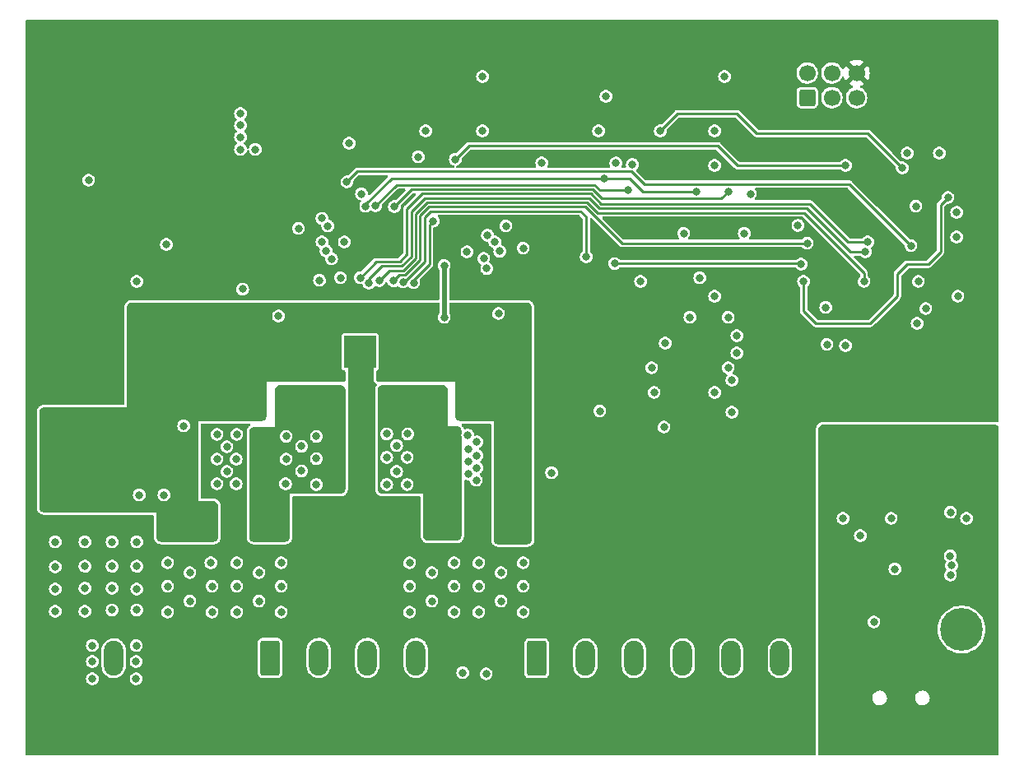
<source format=gbr>
%TF.GenerationSoftware,KiCad,Pcbnew,(6.0.4)*%
%TF.CreationDate,2022-08-06T13:41:48+02:00*%
%TF.ProjectId,HPDriver,48504472-6976-4657-922e-6b696361645f,1.0*%
%TF.SameCoordinates,Original*%
%TF.FileFunction,Copper,L3,Inr*%
%TF.FilePolarity,Positive*%
%FSLAX46Y46*%
G04 Gerber Fmt 4.6, Leading zero omitted, Abs format (unit mm)*
G04 Created by KiCad (PCBNEW (6.0.4)) date 2022-08-06 13:41:48*
%MOMM*%
%LPD*%
G01*
G04 APERTURE LIST*
G04 Aperture macros list*
%AMRoundRect*
0 Rectangle with rounded corners*
0 $1 Rounding radius*
0 $2 $3 $4 $5 $6 $7 $8 $9 X,Y pos of 4 corners*
0 Add a 4 corners polygon primitive as box body*
4,1,4,$2,$3,$4,$5,$6,$7,$8,$9,$2,$3,0*
0 Add four circle primitives for the rounded corners*
1,1,$1+$1,$2,$3*
1,1,$1+$1,$4,$5*
1,1,$1+$1,$6,$7*
1,1,$1+$1,$8,$9*
0 Add four rect primitives between the rounded corners*
20,1,$1+$1,$2,$3,$4,$5,0*
20,1,$1+$1,$4,$5,$6,$7,0*
20,1,$1+$1,$6,$7,$8,$9,0*
20,1,$1+$1,$8,$9,$2,$3,0*%
G04 Aperture macros list end*
%TA.AperFunction,ComponentPad*%
%ADD10RoundRect,0.250000X-0.750000X-1.550000X0.750000X-1.550000X0.750000X1.550000X-0.750000X1.550000X0*%
%TD*%
%TA.AperFunction,ComponentPad*%
%ADD11O,2.000000X3.600000*%
%TD*%
%TA.AperFunction,ComponentPad*%
%ADD12C,4.400000*%
%TD*%
%TA.AperFunction,ComponentPad*%
%ADD13C,3.800000*%
%TD*%
%TA.AperFunction,ComponentPad*%
%ADD14RoundRect,0.250000X0.600000X-0.600000X0.600000X0.600000X-0.600000X0.600000X-0.600000X-0.600000X0*%
%TD*%
%TA.AperFunction,ComponentPad*%
%ADD15C,1.700000*%
%TD*%
%TA.AperFunction,ViaPad*%
%ADD16C,0.800000*%
%TD*%
%TA.AperFunction,Conductor*%
%ADD17C,0.250000*%
%TD*%
%TA.AperFunction,Conductor*%
%ADD18C,0.500000*%
%TD*%
G04 APERTURE END LIST*
D10*
X88646000Y-130715500D03*
D11*
X93646000Y-130715500D03*
D10*
X109728000Y-130683000D03*
D11*
X114728000Y-130683000D03*
X119728000Y-130683000D03*
X124728000Y-130683000D03*
D10*
X137160000Y-130715500D03*
D11*
X142160000Y-130715500D03*
X147160000Y-130715500D03*
X152160000Y-130715500D03*
X157160000Y-130715500D03*
X162160000Y-130715500D03*
D12*
X180848000Y-127762000D03*
X143383000Y-95250000D03*
X88392000Y-68580000D03*
X180340000Y-68326000D03*
X101600000Y-135890000D03*
D13*
X130937000Y-135890000D03*
D14*
X164973000Y-73025000D03*
D15*
X164973000Y-70485000D03*
X167513000Y-73025000D03*
X167513000Y-70485000D03*
X170053000Y-73025000D03*
X170053000Y-70485000D03*
D16*
X104902000Y-78232000D03*
X117856000Y-98933000D03*
X141224000Y-111252000D03*
X120142000Y-98933000D03*
X154686000Y-113919000D03*
X159766000Y-113919000D03*
X120142000Y-98044000D03*
X117856000Y-99822000D03*
X96520000Y-76708000D03*
X103886000Y-86106000D03*
X118999000Y-99822000D03*
X98425000Y-76708000D03*
X120142000Y-99822000D03*
X118999000Y-98933000D03*
X117856000Y-98044000D03*
X86360000Y-131064000D03*
X92456000Y-75057000D03*
X106045000Y-86106000D03*
X118999000Y-98044000D03*
X151384000Y-113919000D03*
X146304000Y-113919000D03*
X183642000Y-80137000D03*
X89154000Y-139827000D03*
X94234000Y-139827000D03*
X99314000Y-139827000D03*
X104394000Y-139827000D03*
X109474000Y-139827000D03*
X114554000Y-139827000D03*
X119634000Y-139827000D03*
X124714000Y-139827000D03*
X129794000Y-139827000D03*
X134874000Y-139827000D03*
X139954000Y-139827000D03*
X145034000Y-139827000D03*
X150114000Y-139827000D03*
X155194000Y-139827000D03*
X160274000Y-139827000D03*
X96774000Y-66040000D03*
X101854000Y-66040000D03*
X106934000Y-66040000D03*
X112014000Y-66040000D03*
X117094000Y-66040000D03*
X122174000Y-66040000D03*
X127254000Y-66040000D03*
X132334000Y-66040000D03*
X137414000Y-66040000D03*
X142494000Y-66040000D03*
X147574000Y-66040000D03*
X152654000Y-66040000D03*
X157734000Y-66040000D03*
X162814000Y-66040000D03*
X167894000Y-66040000D03*
X172974000Y-66040000D03*
X178054000Y-66040000D03*
X183642000Y-85137000D03*
X183642000Y-90137000D03*
X183642000Y-95137000D03*
X183642000Y-100137000D03*
X183642000Y-105137000D03*
X85598000Y-79375000D03*
X85598000Y-83820000D03*
X85598000Y-74295000D03*
X91821000Y-66040000D03*
X121793000Y-92710000D03*
X160782000Y-78740000D03*
X150368000Y-100838000D03*
X137795000Y-91440000D03*
X117475000Y-83820000D03*
X138684000Y-73406000D03*
X147828000Y-93599000D03*
X86360000Y-132842000D03*
X86868000Y-92456000D03*
X87757000Y-133731000D03*
X100838000Y-106807000D03*
X110998000Y-69596000D03*
X102235000Y-88773000D03*
X97409000Y-77343000D03*
X166878000Y-89916000D03*
X163068000Y-82804000D03*
X91186000Y-92456000D03*
X89154000Y-91440000D03*
X152654000Y-106934000D03*
X96520000Y-87249000D03*
X117856000Y-92583000D03*
X134366000Y-79502000D03*
X174244000Y-88138000D03*
X144780000Y-76962000D03*
X175260000Y-94742000D03*
X86360000Y-134493000D03*
X137795000Y-92964000D03*
X107696000Y-72517000D03*
X115062000Y-78867000D03*
X127254000Y-79375000D03*
X116586000Y-92964000D03*
X122682000Y-86741000D03*
X98425000Y-77978000D03*
X111823500Y-82550000D03*
X162941000Y-91186000D03*
X163576000Y-77724000D03*
X120904000Y-78867000D03*
X138811000Y-92202000D03*
X113792000Y-70866000D03*
X123888500Y-114871500D03*
X164973000Y-105283000D03*
X113030000Y-69596000D03*
X126492000Y-70866000D03*
X162560000Y-101346000D03*
X92583000Y-92456000D03*
X87757000Y-135128000D03*
X120523000Y-86741000D03*
X92456000Y-73088500D03*
X152400000Y-93599000D03*
X150876000Y-76962000D03*
X139954000Y-78994000D03*
X88392000Y-92456000D03*
X106362500Y-115062000D03*
X90424000Y-91440000D03*
X133096000Y-76962000D03*
X89789000Y-92456000D03*
X89535000Y-135128000D03*
X126369299Y-91317299D03*
X86360000Y-129413000D03*
X125490286Y-92585424D03*
X164973000Y-113411000D03*
X135445500Y-86106000D03*
X132588000Y-73152000D03*
X96520000Y-77978000D03*
X120523000Y-88900000D03*
X91948000Y-91440000D03*
X131572000Y-79502000D03*
X139319006Y-104140000D03*
X112141000Y-70866000D03*
X175006000Y-85344000D03*
X156972000Y-77470000D03*
X165036500Y-124841000D03*
X180340000Y-103886000D03*
X120396000Y-70866000D03*
X118872000Y-92964000D03*
X122809000Y-93091000D03*
X87630000Y-91440000D03*
X169418000Y-77724000D03*
X138176000Y-76962000D03*
X104775000Y-88773000D03*
X89535000Y-133731000D03*
X144272000Y-87947500D03*
X153289000Y-86233000D03*
X168402000Y-101346000D03*
X103505000Y-87884000D03*
X150114000Y-71628000D03*
X176784000Y-79756000D03*
X138684000Y-109982000D03*
X133223000Y-95250000D03*
X122682000Y-88900000D03*
X142113000Y-105283000D03*
X172212000Y-103886000D03*
X121539000Y-87877000D03*
X132715000Y-92329000D03*
X172974000Y-83820000D03*
X132334000Y-105156000D03*
X107442000Y-103124000D03*
X105664000Y-105156000D03*
X107442000Y-104140000D03*
X133223000Y-116332000D03*
X106553000Y-103632000D03*
X107442000Y-105156000D03*
X134112000Y-105156000D03*
X133223000Y-118364000D03*
X134493000Y-115316000D03*
X134493000Y-116332000D03*
X134112000Y-103124000D03*
X135763000Y-115316000D03*
X134112000Y-104140000D03*
X133223000Y-104648000D03*
X133223000Y-103632000D03*
X86868000Y-106553000D03*
X133223000Y-117348000D03*
X132334000Y-104140000D03*
X132334000Y-103124000D03*
X134493000Y-117348000D03*
X134493000Y-118364000D03*
X133223000Y-115316000D03*
X106553000Y-104648000D03*
X105664000Y-104140000D03*
X105664000Y-103124000D03*
X88646000Y-106553000D03*
X92075000Y-106553000D03*
X86868000Y-108180000D03*
X88646000Y-108180000D03*
X86868000Y-109855000D03*
X88646000Y-109855000D03*
X86868000Y-111633000D03*
X92075000Y-111633000D03*
X86868000Y-113895000D03*
X92075000Y-113895000D03*
X101346000Y-117094000D03*
X102489000Y-115062000D03*
X124968000Y-79121000D03*
X102489000Y-118110000D03*
X99060000Y-88138000D03*
X102489000Y-116078000D03*
X90424000Y-106553000D03*
X96748600Y-98552000D03*
X103632000Y-115062000D03*
X101346000Y-118110000D03*
X90424000Y-108204000D03*
X92075000Y-108204000D03*
X102489000Y-117094000D03*
X90424000Y-109855000D03*
X92075000Y-109855000D03*
X101346000Y-116078000D03*
X101346000Y-115062000D03*
X91059000Y-81534000D03*
X108204000Y-78359000D03*
X106680000Y-78359000D03*
X153923990Y-91567000D03*
X106680000Y-74676000D03*
X143636998Y-105283000D03*
X155448000Y-76454000D03*
X143510000Y-76454000D03*
X106680000Y-75882500D03*
X178562000Y-78740000D03*
X152908000Y-95631000D03*
X119126000Y-82931000D03*
X146982577Y-79902923D03*
X133985000Y-86232998D03*
X131572000Y-76454000D03*
X177165000Y-94742000D03*
X129540000Y-132207000D03*
X150241000Y-106933996D03*
X106680000Y-77089000D03*
X117856000Y-77724000D03*
X168910000Y-98552000D03*
X137668000Y-79756000D03*
X175260000Y-78740000D03*
X135763000Y-88519000D03*
X138684000Y-111633000D03*
X106902989Y-92734851D03*
X147828000Y-91948000D03*
X181610000Y-132588000D03*
X168783000Y-107823000D03*
X176276000Y-116332000D03*
X167640000Y-132588000D03*
X182880000Y-109220000D03*
X172339000Y-139827000D03*
X176784000Y-139827000D03*
X181610000Y-139827000D03*
X167640000Y-139827000D03*
X168402000Y-126873000D03*
X177292000Y-130175000D03*
X182880000Y-123063000D03*
X166878000Y-122555000D03*
X180467000Y-117475000D03*
X173990000Y-118745000D03*
X157734000Y-97536010D03*
X159131000Y-82931000D03*
X128651000Y-120904000D03*
X128651000Y-125984000D03*
X133477000Y-121920000D03*
X131191000Y-120904000D03*
X128651000Y-123317000D03*
X131191000Y-125984000D03*
X126365000Y-124841000D03*
X124079000Y-125984000D03*
X124079001Y-123317001D03*
X135763000Y-120904000D03*
X131191000Y-123317000D03*
X126365000Y-121920000D03*
X124079000Y-120904000D03*
X135763000Y-125984000D03*
X133477000Y-124841000D03*
X135763000Y-123317000D03*
X133350000Y-88836500D03*
X122745500Y-108839000D03*
X122745500Y-111506000D03*
X131000500Y-109855000D03*
X131000500Y-111125000D03*
X121729500Y-107632500D03*
X123888500Y-107632500D03*
X130111500Y-110490000D03*
X123825000Y-110045500D03*
X123825000Y-112839500D03*
X121729500Y-112839500D03*
X131000500Y-108458000D03*
X131699000Y-89576721D03*
X130048000Y-107759500D03*
X130111500Y-109220000D03*
X130937000Y-112395000D03*
X130111500Y-111760000D03*
X121729500Y-110045500D03*
X106235500Y-112776000D03*
X112966500Y-111442500D03*
X106299000Y-107696000D03*
X111379000Y-110236000D03*
X114490500Y-112839500D03*
X106235500Y-110236000D03*
X112966500Y-108902500D03*
X111379000Y-107886500D03*
X111315500Y-112776000D03*
X104267000Y-112776000D03*
X104267000Y-110236000D03*
X105283000Y-108966000D03*
X112644701Y-86482701D03*
X114490500Y-110172500D03*
X105283000Y-111506000D03*
X114490500Y-107886500D03*
X104267000Y-107696000D03*
X110871000Y-125984000D03*
X103759000Y-125984000D03*
X106299000Y-125984000D03*
X106299000Y-123317000D03*
X106299000Y-120904000D03*
X101473000Y-124841000D03*
X108585000Y-124841000D03*
X103759000Y-123317000D03*
X99187000Y-123317000D03*
X99187000Y-120904000D03*
X99187000Y-125984000D03*
X110871000Y-120904000D03*
X110871000Y-123317000D03*
X108585000Y-121920000D03*
X101473000Y-121920000D03*
X103632000Y-120904000D03*
X117368013Y-87883466D03*
X171196000Y-87884000D03*
X118999000Y-91567000D03*
X120957137Y-91843715D03*
X170815000Y-91948000D03*
X170942000Y-88900000D03*
X119888000Y-92116579D03*
X115062000Y-87884000D03*
X115059265Y-85445032D03*
X115482328Y-88791385D03*
X180344299Y-84831701D03*
X180467000Y-93472000D03*
X156854006Y-95640000D03*
X156845000Y-82677000D03*
X122513500Y-84241112D03*
X156845000Y-100838000D03*
X176149000Y-84201000D03*
X176276000Y-96266000D03*
X157226000Y-102108000D03*
X157226000Y-105409988D03*
X150368004Y-98298000D03*
X158496000Y-86995000D03*
X148971004Y-100838000D03*
X152273006Y-86995000D03*
X164973000Y-88011000D03*
X122409276Y-91877182D03*
X129984500Y-88900000D03*
X132080000Y-87185500D03*
X115662737Y-86244459D03*
X174752000Y-80264000D03*
X149860000Y-76454000D03*
X87630000Y-118745000D03*
X90678000Y-118745000D03*
X93472000Y-118745000D03*
X96012000Y-118745000D03*
X87630000Y-121317000D03*
X90678000Y-121253000D03*
X93472000Y-121253000D03*
X96012000Y-121253000D03*
X87630000Y-123603000D03*
X90678000Y-123507000D03*
X93472000Y-123507000D03*
X96012000Y-123603000D03*
X87630000Y-125889000D03*
X90678000Y-125889000D03*
X93472000Y-125761000D03*
X96012000Y-125761000D03*
X95948500Y-132842000D03*
X91440000Y-131064000D03*
X91440000Y-129413000D03*
X95961200Y-129413000D03*
X95948500Y-131064000D03*
X91439995Y-132842005D03*
X131953000Y-132334000D03*
X176403000Y-91948000D03*
X98806000Y-113919000D03*
X175641000Y-88265000D03*
X117634339Y-81693339D03*
X96266000Y-113919000D03*
X171831008Y-127000000D03*
X170434000Y-118110000D03*
X157734000Y-99314000D03*
X149225008Y-103378000D03*
X144272000Y-72898000D03*
X164020500Y-86169500D03*
X164338000Y-90170000D03*
X145161000Y-90106488D03*
X180340000Y-87376000D03*
X96012000Y-91948000D03*
X173990000Y-121539000D03*
X168656000Y-116332000D03*
X146558000Y-82550000D03*
X120563990Y-84162607D03*
X153543000Y-82691946D03*
X144095050Y-81352935D03*
X119564855Y-84204493D03*
X145292299Y-79760299D03*
X142240000Y-89408000D03*
X123402500Y-91989033D03*
X114808000Y-91821000D03*
X116967000Y-91567000D03*
X108458000Y-115062000D03*
X113157000Y-104140000D03*
X116967000Y-104140000D03*
X116967000Y-105156000D03*
X108458000Y-116078000D03*
X109601000Y-118110000D03*
X109601000Y-117094000D03*
X113157000Y-103124000D03*
X108458000Y-118110000D03*
X114300000Y-103124000D03*
X109601000Y-116078000D03*
X114300000Y-104140000D03*
X113157000Y-105156000D03*
X108458000Y-117094000D03*
X116967000Y-103124000D03*
X110871000Y-115062000D03*
X114300000Y-105156000D03*
X109601000Y-115062000D03*
X127254000Y-117983000D03*
X125984000Y-114935000D03*
X125984000Y-117983000D03*
X125984000Y-116967000D03*
X122555000Y-105283000D03*
X123571000Y-105791000D03*
X121539000Y-105283000D03*
X125984000Y-115951000D03*
X127254000Y-115951000D03*
X121539000Y-103251000D03*
X122555000Y-103251000D03*
X121539000Y-104267000D03*
X124587000Y-105791000D03*
X127254000Y-114935000D03*
X127254000Y-116967000D03*
X122555000Y-104267000D03*
X128524000Y-114935000D03*
X173609000Y-116332000D03*
X179826026Y-121174006D03*
X167005000Y-98425000D03*
X131572000Y-70866000D03*
X156464000Y-70866000D03*
X166878000Y-94615000D03*
X179684150Y-120184110D03*
X179705000Y-115697000D03*
X132016500Y-90614500D03*
X132842000Y-87884000D03*
X155448000Y-93472000D03*
X155448008Y-103378000D03*
X125730000Y-76454000D03*
X155448000Y-80010000D03*
X116047009Y-89616708D03*
X110591032Y-95504000D03*
X127635003Y-95631003D03*
X127635000Y-90297000D03*
X164592000Y-91948000D03*
X179451000Y-83312000D03*
X179705000Y-122174000D03*
X181355996Y-116332000D03*
X126492000Y-85725000D03*
X168910000Y-80010000D03*
X128778000Y-79375000D03*
X124504561Y-92075000D03*
D17*
X143768231Y-83947000D02*
X165227000Y-83947000D01*
X123802956Y-84477044D02*
X125371044Y-82908956D01*
X169164000Y-87884000D02*
X171196000Y-87884000D01*
X123802956Y-89173228D02*
X123802956Y-84477044D01*
X120650000Y-89916000D02*
X123060184Y-89916000D01*
X142730189Y-82908956D02*
X143768231Y-83947000D01*
X123060184Y-89916000D02*
X123802956Y-89173228D01*
X125371044Y-82908956D02*
X142730189Y-82908956D01*
X165227000Y-83947000D02*
X169164000Y-87884000D01*
X118999000Y-91567000D02*
X120650000Y-89916000D01*
X164629523Y-84873523D02*
X170815000Y-91059000D01*
X124702478Y-84971700D02*
X125865200Y-83808978D01*
X170815000Y-91059000D02*
X170815000Y-91948000D01*
X142357389Y-83808978D02*
X143421933Y-84873523D01*
X121985830Y-90815022D02*
X123432570Y-90815022D01*
X123432570Y-90815022D02*
X124702477Y-89545115D01*
X124702477Y-89545115D02*
X124702478Y-84971700D01*
X143421933Y-84873523D02*
X164629523Y-84873523D01*
X120957137Y-91843715D02*
X121985830Y-90815022D01*
X125865200Y-83808978D02*
X142357389Y-83808978D01*
X124252967Y-89358921D02*
X124252967Y-84784800D01*
X119888000Y-91694000D02*
X121216489Y-90365511D01*
X119888000Y-92116579D02*
X119888000Y-91694000D01*
X169418000Y-88900000D02*
X170942000Y-88900000D01*
X164941512Y-84423512D02*
X169418000Y-88900000D01*
X123246377Y-90365511D02*
X124252967Y-89358921D01*
X142543789Y-83358967D02*
X143608332Y-84423512D01*
X143608332Y-84423512D02*
X164941512Y-84423512D01*
X125678800Y-83358967D02*
X142543789Y-83358967D01*
X121216489Y-90365511D02*
X123246377Y-90365511D01*
X124252967Y-84784800D02*
X125678800Y-83358967D01*
X156105044Y-83416956D02*
X143874598Y-83416956D01*
X156845000Y-82677000D02*
X156105044Y-83416956D01*
X124295667Y-82458945D02*
X122513500Y-84241112D01*
X142916589Y-82458945D02*
X124295667Y-82458945D01*
X143874598Y-83416956D02*
X142916589Y-82458945D01*
X122409276Y-91877182D02*
X123021925Y-91264533D01*
X123618763Y-91264533D02*
X125152989Y-89730307D01*
X126051600Y-84258989D02*
X142170989Y-84258989D01*
X125152989Y-89730307D02*
X125152989Y-85157600D01*
X125152989Y-85157600D02*
X126051600Y-84258989D01*
X142170989Y-84258989D02*
X145923000Y-88011000D01*
X123021925Y-91264533D02*
X123618763Y-91264533D01*
X145923000Y-88011000D02*
X164973000Y-88011000D01*
X151638000Y-74676000D02*
X157734000Y-74676000D01*
X157734000Y-74676000D02*
X159766000Y-76708000D01*
X149860000Y-76454000D02*
X151638000Y-74676000D01*
X159766000Y-76708000D02*
X171196000Y-76708000D01*
X171196000Y-76708000D02*
X174752000Y-80264000D01*
X117634339Y-81693339D02*
X118699745Y-80627933D01*
X118699745Y-80627933D02*
X146921933Y-80627933D01*
X148224073Y-81930073D02*
X169306073Y-81930073D01*
X169306073Y-81930073D02*
X175641000Y-88265000D01*
X146921933Y-80627933D02*
X148224073Y-81930073D01*
X164274488Y-90106488D02*
X164338000Y-90170000D01*
X145161000Y-90106488D02*
X164274488Y-90106488D01*
X122717663Y-82008934D02*
X143102989Y-82008934D01*
X120563990Y-84162607D02*
X122717663Y-82008934D01*
X143644054Y-82550000D02*
X146558000Y-82550000D01*
X143102989Y-82008934D02*
X143644054Y-82550000D01*
X119564855Y-84204493D02*
X119564855Y-84016145D01*
X148096946Y-82691946D02*
X146757935Y-81352935D01*
X119564855Y-84016145D02*
X122228065Y-81352935D01*
X153543000Y-82691946D02*
X148096946Y-82691946D01*
X122228065Y-81352935D02*
X144095050Y-81352935D01*
X146757935Y-81352935D02*
X144095050Y-81352935D01*
X141668500Y-84709000D02*
X126238000Y-84709000D01*
X123529967Y-91989033D02*
X123402500Y-91989033D01*
X142240000Y-85280500D02*
X141668500Y-84709000D01*
X125603000Y-89916000D02*
X123529967Y-91989033D01*
X126238000Y-84709000D02*
X125603000Y-85344000D01*
X125603000Y-85344000D02*
X125603000Y-89916000D01*
X142240000Y-89408000D02*
X142240000Y-85280500D01*
D18*
X127635000Y-95667980D02*
X127635000Y-90297000D01*
D17*
X178689000Y-88900000D02*
X178689000Y-84074000D01*
X174244000Y-93472000D02*
X174244000Y-91186000D01*
X174244000Y-91186000D02*
X175260000Y-90170000D01*
X165862000Y-96266000D02*
X171450000Y-96266000D01*
X178689000Y-84074000D02*
X179451000Y-83312000D01*
X177419000Y-90170000D02*
X178689000Y-88900000D01*
X164592000Y-91948000D02*
X164592000Y-94996000D01*
X171450000Y-96266000D02*
X174244000Y-93472000D01*
X164592000Y-94996000D02*
X165862000Y-96266000D01*
X175260000Y-90170000D02*
X177419000Y-90170000D01*
X130175000Y-77978000D02*
X128778000Y-79375000D01*
X124504561Y-91776439D02*
X124504561Y-92075000D01*
X126111000Y-90170000D02*
X124504561Y-91776439D01*
X155765500Y-77978000D02*
X130175000Y-77978000D01*
X126111000Y-86106000D02*
X126111000Y-90170000D01*
X126492000Y-85725000D02*
X126111000Y-86106000D01*
X157797500Y-80010000D02*
X155765500Y-77978000D01*
X168910000Y-80010000D02*
X157797500Y-80010000D01*
%TA.AperFunction,Conductor*%
G36*
X120650000Y-100838000D02*
G01*
X120396000Y-100838000D01*
X120396000Y-105410000D01*
X117729000Y-105410000D01*
X117729000Y-100838000D01*
X117348000Y-100838000D01*
X117348000Y-97536000D01*
X120650000Y-97536000D01*
X120650000Y-100838000D01*
G37*
%TD.AperFunction*%
%TA.AperFunction,Conductor*%
G36*
X184293188Y-106681078D02*
G01*
X184397963Y-106694872D01*
X184429735Y-106703385D01*
X184519674Y-106740639D01*
X184548161Y-106757086D01*
X184608205Y-106803160D01*
X184650072Y-106860498D01*
X184657500Y-106903122D01*
X184657500Y-140589500D01*
X184637498Y-140657621D01*
X184583842Y-140704114D01*
X184531500Y-140715500D01*
X166265314Y-140715500D01*
X166197193Y-140695498D01*
X166148905Y-140637719D01*
X166139385Y-140614736D01*
X166130872Y-140582963D01*
X166117078Y-140478188D01*
X166116000Y-140461742D01*
X166116000Y-134856080D01*
X171666476Y-134856080D01*
X171667716Y-134863296D01*
X171667716Y-134863298D01*
X171682532Y-134949520D01*
X171696271Y-135029477D01*
X171765156Y-135191368D01*
X171869437Y-135333071D01*
X172003520Y-135446982D01*
X172047034Y-135469201D01*
X172153695Y-135523666D01*
X172153700Y-135523668D01*
X172160212Y-135526993D01*
X172167318Y-135528732D01*
X172167321Y-135528733D01*
X172248710Y-135548648D01*
X172331108Y-135568811D01*
X172336710Y-135569159D01*
X172336713Y-135569159D01*
X172340275Y-135569380D01*
X172340284Y-135569380D01*
X172342214Y-135569500D01*
X172469053Y-135569500D01*
X172560950Y-135558786D01*
X172592482Y-135555110D01*
X172592484Y-135555110D01*
X172599754Y-135554262D01*
X172606631Y-135551766D01*
X172606634Y-135551765D01*
X172758255Y-135496729D01*
X172765134Y-135494232D01*
X172771251Y-135490222D01*
X172771254Y-135490220D01*
X172844431Y-135442242D01*
X172912268Y-135397766D01*
X173033264Y-135270040D01*
X173121632Y-135117904D01*
X173172630Y-134949520D01*
X173178427Y-134856080D01*
X176066476Y-134856080D01*
X176067716Y-134863296D01*
X176067716Y-134863298D01*
X176082532Y-134949520D01*
X176096271Y-135029477D01*
X176165156Y-135191368D01*
X176269437Y-135333071D01*
X176403520Y-135446982D01*
X176447034Y-135469201D01*
X176553695Y-135523666D01*
X176553700Y-135523668D01*
X176560212Y-135526993D01*
X176567318Y-135528732D01*
X176567321Y-135528733D01*
X176648710Y-135548648D01*
X176731108Y-135568811D01*
X176736710Y-135569159D01*
X176736713Y-135569159D01*
X176740275Y-135569380D01*
X176740284Y-135569380D01*
X176742214Y-135569500D01*
X176869053Y-135569500D01*
X176960950Y-135558786D01*
X176992482Y-135555110D01*
X176992484Y-135555110D01*
X176999754Y-135554262D01*
X177006631Y-135551766D01*
X177006634Y-135551765D01*
X177158255Y-135496729D01*
X177165134Y-135494232D01*
X177171251Y-135490222D01*
X177171254Y-135490220D01*
X177244431Y-135442242D01*
X177312268Y-135397766D01*
X177433264Y-135270040D01*
X177521632Y-135117904D01*
X177572630Y-134949520D01*
X177583524Y-134773920D01*
X177568724Y-134687785D01*
X177554969Y-134607738D01*
X177554968Y-134607736D01*
X177553729Y-134600523D01*
X177484844Y-134438632D01*
X177380563Y-134296929D01*
X177246480Y-134183018D01*
X177153947Y-134135768D01*
X177096305Y-134106334D01*
X177096300Y-134106332D01*
X177089788Y-134103007D01*
X177082682Y-134101268D01*
X177082679Y-134101267D01*
X176988553Y-134078235D01*
X176918892Y-134061189D01*
X176913290Y-134060841D01*
X176913287Y-134060841D01*
X176909725Y-134060620D01*
X176909716Y-134060620D01*
X176907786Y-134060500D01*
X176780947Y-134060500D01*
X176689050Y-134071214D01*
X176657518Y-134074890D01*
X176657516Y-134074890D01*
X176650246Y-134075738D01*
X176643369Y-134078234D01*
X176643366Y-134078235D01*
X176575121Y-134103007D01*
X176484866Y-134135768D01*
X176478749Y-134139778D01*
X176478746Y-134139780D01*
X176417874Y-134179690D01*
X176337732Y-134232234D01*
X176216736Y-134359960D01*
X176128368Y-134512096D01*
X176077370Y-134680480D01*
X176066476Y-134856080D01*
X173178427Y-134856080D01*
X173183524Y-134773920D01*
X173168724Y-134687785D01*
X173154969Y-134607738D01*
X173154968Y-134607736D01*
X173153729Y-134600523D01*
X173084844Y-134438632D01*
X172980563Y-134296929D01*
X172846480Y-134183018D01*
X172753947Y-134135768D01*
X172696305Y-134106334D01*
X172696300Y-134106332D01*
X172689788Y-134103007D01*
X172682682Y-134101268D01*
X172682679Y-134101267D01*
X172588553Y-134078235D01*
X172518892Y-134061189D01*
X172513290Y-134060841D01*
X172513287Y-134060841D01*
X172509725Y-134060620D01*
X172509716Y-134060620D01*
X172507786Y-134060500D01*
X172380947Y-134060500D01*
X172289050Y-134071214D01*
X172257518Y-134074890D01*
X172257516Y-134074890D01*
X172250246Y-134075738D01*
X172243369Y-134078234D01*
X172243366Y-134078235D01*
X172175121Y-134103007D01*
X172084866Y-134135768D01*
X172078749Y-134139778D01*
X172078746Y-134139780D01*
X172017874Y-134179690D01*
X171937732Y-134232234D01*
X171816736Y-134359960D01*
X171728368Y-134512096D01*
X171677370Y-134680480D01*
X171666476Y-134856080D01*
X166116000Y-134856080D01*
X166116000Y-127762000D01*
X178388647Y-127762000D01*
X178408040Y-128070239D01*
X178465912Y-128373616D01*
X178561351Y-128667348D01*
X178692853Y-128946802D01*
X178858342Y-129207571D01*
X179055209Y-129445543D01*
X179280349Y-129656964D01*
X179283551Y-129659291D01*
X179283553Y-129659292D01*
X179527004Y-129836169D01*
X179527009Y-129836172D01*
X179530213Y-129838500D01*
X179800858Y-129987289D01*
X180088018Y-130100984D01*
X180387163Y-130177791D01*
X180693576Y-130216500D01*
X181002424Y-130216500D01*
X181308837Y-130177791D01*
X181607982Y-130100984D01*
X181895142Y-129987289D01*
X182165787Y-129838500D01*
X182168991Y-129836172D01*
X182168996Y-129836169D01*
X182412447Y-129659292D01*
X182412449Y-129659291D01*
X182415651Y-129656964D01*
X182640791Y-129445543D01*
X182837658Y-129207571D01*
X183003147Y-128946802D01*
X183134649Y-128667348D01*
X183230088Y-128373616D01*
X183287960Y-128070239D01*
X183307353Y-127762000D01*
X183287960Y-127453761D01*
X183230088Y-127150384D01*
X183134649Y-126856652D01*
X183003147Y-126577198D01*
X182998739Y-126570251D01*
X182857530Y-126347743D01*
X182837658Y-126316429D01*
X182640791Y-126078457D01*
X182415651Y-125867036D01*
X182412447Y-125864708D01*
X182168996Y-125687831D01*
X182168991Y-125687828D01*
X182165787Y-125685500D01*
X181895142Y-125536711D01*
X181607982Y-125423016D01*
X181308837Y-125346209D01*
X181002424Y-125307500D01*
X180693576Y-125307500D01*
X180387163Y-125346209D01*
X180088018Y-125423016D01*
X179800858Y-125536711D01*
X179530213Y-125685500D01*
X179527009Y-125687828D01*
X179527004Y-125687831D01*
X179283553Y-125864708D01*
X179280349Y-125867036D01*
X179055209Y-126078457D01*
X178858342Y-126316429D01*
X178838470Y-126347743D01*
X178697262Y-126570251D01*
X178692853Y-126577198D01*
X178561351Y-126856652D01*
X178465912Y-127150384D01*
X178408040Y-127453761D01*
X178388647Y-127762000D01*
X166116000Y-127762000D01*
X166116000Y-126993096D01*
X171171737Y-126993096D01*
X171189121Y-127150553D01*
X171243561Y-127299319D01*
X171331916Y-127430805D01*
X171337535Y-127435918D01*
X171337536Y-127435919D01*
X171348911Y-127446269D01*
X171449084Y-127537419D01*
X171588301Y-127613008D01*
X171741530Y-127653207D01*
X171825485Y-127654526D01*
X171892327Y-127655576D01*
X171892330Y-127655576D01*
X171899924Y-127655695D01*
X172054340Y-127620329D01*
X172124750Y-127584917D01*
X172189080Y-127552563D01*
X172189083Y-127552561D01*
X172195863Y-127549151D01*
X172201634Y-127544222D01*
X172201637Y-127544220D01*
X172310544Y-127451204D01*
X172310544Y-127451203D01*
X172316322Y-127446269D01*
X172408763Y-127317624D01*
X172467850Y-127170641D01*
X172490170Y-127013807D01*
X172490315Y-127000000D01*
X172471284Y-126842733D01*
X172415288Y-126694546D01*
X172337096Y-126580775D01*
X172329863Y-126570251D01*
X172329862Y-126570249D01*
X172325561Y-126563992D01*
X172207283Y-126458611D01*
X172199897Y-126454700D01*
X172073996Y-126388039D01*
X172073997Y-126388039D01*
X172067282Y-126384484D01*
X171913641Y-126345892D01*
X171906042Y-126345852D01*
X171906041Y-126345852D01*
X171840189Y-126345507D01*
X171755229Y-126345062D01*
X171747849Y-126346834D01*
X171747847Y-126346834D01*
X171608571Y-126380271D01*
X171608568Y-126380272D01*
X171601192Y-126382043D01*
X171460422Y-126454700D01*
X171341047Y-126558838D01*
X171249958Y-126688444D01*
X171192414Y-126836037D01*
X171191422Y-126843570D01*
X171191422Y-126843571D01*
X171190173Y-126853063D01*
X171171737Y-126993096D01*
X166116000Y-126993096D01*
X166116000Y-121532096D01*
X173330729Y-121532096D01*
X173338169Y-121599481D01*
X173347202Y-121681299D01*
X173348113Y-121689553D01*
X173402553Y-121838319D01*
X173406789Y-121844622D01*
X173406789Y-121844623D01*
X173418660Y-121862288D01*
X173490908Y-121969805D01*
X173496527Y-121974918D01*
X173496528Y-121974919D01*
X173543402Y-122017571D01*
X173608076Y-122076419D01*
X173747293Y-122152008D01*
X173900522Y-122192207D01*
X173984477Y-122193526D01*
X174051319Y-122194576D01*
X174051322Y-122194576D01*
X174058916Y-122194695D01*
X174213332Y-122159329D01*
X174283742Y-122123917D01*
X174348072Y-122091563D01*
X174348075Y-122091561D01*
X174354855Y-122088151D01*
X174360626Y-122083222D01*
X174360629Y-122083220D01*
X174469536Y-121990204D01*
X174469536Y-121990203D01*
X174475314Y-121985269D01*
X174567755Y-121856624D01*
X174626842Y-121709641D01*
X174649162Y-121552807D01*
X174649307Y-121539000D01*
X174630276Y-121381733D01*
X174574280Y-121233546D01*
X174536201Y-121178140D01*
X174488855Y-121109251D01*
X174488854Y-121109249D01*
X174484553Y-121102992D01*
X174366275Y-120997611D01*
X174358889Y-120993700D01*
X174232988Y-120927039D01*
X174232989Y-120927039D01*
X174226274Y-120923484D01*
X174072633Y-120884892D01*
X174065034Y-120884852D01*
X174065033Y-120884852D01*
X173999181Y-120884507D01*
X173914221Y-120884062D01*
X173906841Y-120885834D01*
X173906839Y-120885834D01*
X173767563Y-120919271D01*
X173767560Y-120919272D01*
X173760184Y-120921043D01*
X173619414Y-120993700D01*
X173500039Y-121097838D01*
X173408950Y-121227444D01*
X173406190Y-121234524D01*
X173363255Y-121344647D01*
X173351406Y-121375037D01*
X173350414Y-121382570D01*
X173350414Y-121382571D01*
X173335244Y-121497804D01*
X173330729Y-121532096D01*
X166116000Y-121532096D01*
X166116000Y-120177206D01*
X179024879Y-120177206D01*
X179042263Y-120334663D01*
X179096703Y-120483429D01*
X179185058Y-120614915D01*
X179245556Y-120669964D01*
X179282478Y-120730602D01*
X179280755Y-120801577D01*
X179263844Y-120835604D01*
X179244976Y-120862450D01*
X179242216Y-120869529D01*
X179191859Y-120998689D01*
X179187432Y-121010043D01*
X179186440Y-121017576D01*
X179186440Y-121017577D01*
X179175056Y-121104052D01*
X179166755Y-121167102D01*
X179184139Y-121324559D01*
X179186749Y-121331690D01*
X179186749Y-121331692D01*
X179207821Y-121389273D01*
X179238579Y-121473325D01*
X179242814Y-121479628D01*
X179242818Y-121479635D01*
X179277861Y-121531784D01*
X179299254Y-121599481D01*
X179280650Y-121667997D01*
X179256110Y-121697008D01*
X179220766Y-121727841D01*
X179220762Y-121727846D01*
X179215039Y-121732838D01*
X179123950Y-121862444D01*
X179121190Y-121869524D01*
X179074139Y-121990204D01*
X179066406Y-122010037D01*
X179065414Y-122017570D01*
X179065414Y-122017571D01*
X179046752Y-122159329D01*
X179045729Y-122167096D01*
X179063113Y-122324553D01*
X179117553Y-122473319D01*
X179205908Y-122604805D01*
X179211527Y-122609918D01*
X179211528Y-122609919D01*
X179222903Y-122620269D01*
X179323076Y-122711419D01*
X179462293Y-122787008D01*
X179615522Y-122827207D01*
X179699477Y-122828526D01*
X179766319Y-122829576D01*
X179766322Y-122829576D01*
X179773916Y-122829695D01*
X179928332Y-122794329D01*
X179998742Y-122758917D01*
X180063072Y-122726563D01*
X180063075Y-122726561D01*
X180069855Y-122723151D01*
X180075626Y-122718222D01*
X180075629Y-122718220D01*
X180184536Y-122625204D01*
X180184536Y-122625203D01*
X180190314Y-122620269D01*
X180282755Y-122491624D01*
X180341842Y-122344641D01*
X180364162Y-122187807D01*
X180364307Y-122174000D01*
X180345276Y-122016733D01*
X180289280Y-121868546D01*
X180254180Y-121817475D01*
X180232080Y-121750006D01*
X180249966Y-121681299D01*
X180276189Y-121650297D01*
X180305562Y-121625210D01*
X180305562Y-121625209D01*
X180311340Y-121620275D01*
X180403781Y-121491630D01*
X180462868Y-121344647D01*
X180478540Y-121234524D01*
X180484607Y-121191897D01*
X180484607Y-121191894D01*
X180485188Y-121187813D01*
X180485333Y-121174006D01*
X180466302Y-121016739D01*
X180410306Y-120868552D01*
X180320579Y-120737998D01*
X180314913Y-120732949D01*
X180314906Y-120732942D01*
X180266008Y-120689376D01*
X180228452Y-120629126D01*
X180229432Y-120558136D01*
X180247502Y-120521778D01*
X180261905Y-120501734D01*
X180320992Y-120354751D01*
X180343312Y-120197917D01*
X180343457Y-120184110D01*
X180324426Y-120026843D01*
X180268430Y-119878656D01*
X180178703Y-119748102D01*
X180060425Y-119642721D01*
X180053039Y-119638810D01*
X179927138Y-119572149D01*
X179927139Y-119572149D01*
X179920424Y-119568594D01*
X179766783Y-119530002D01*
X179759184Y-119529962D01*
X179759183Y-119529962D01*
X179693331Y-119529617D01*
X179608371Y-119529172D01*
X179600991Y-119530944D01*
X179600989Y-119530944D01*
X179461713Y-119564381D01*
X179461710Y-119564382D01*
X179454334Y-119566153D01*
X179313564Y-119638810D01*
X179194189Y-119742948D01*
X179103100Y-119872554D01*
X179045556Y-120020147D01*
X179024879Y-120177206D01*
X166116000Y-120177206D01*
X166116000Y-118103096D01*
X169774729Y-118103096D01*
X169792113Y-118260553D01*
X169846553Y-118409319D01*
X169934908Y-118540805D01*
X169940527Y-118545918D01*
X169940528Y-118545919D01*
X169951903Y-118556269D01*
X170052076Y-118647419D01*
X170191293Y-118723008D01*
X170344522Y-118763207D01*
X170428477Y-118764526D01*
X170495319Y-118765576D01*
X170495322Y-118765576D01*
X170502916Y-118765695D01*
X170657332Y-118730329D01*
X170727742Y-118694917D01*
X170792072Y-118662563D01*
X170792075Y-118662561D01*
X170798855Y-118659151D01*
X170804626Y-118654222D01*
X170804629Y-118654220D01*
X170913536Y-118561204D01*
X170913536Y-118561203D01*
X170919314Y-118556269D01*
X171011755Y-118427624D01*
X171070842Y-118280641D01*
X171093162Y-118123807D01*
X171093307Y-118110000D01*
X171074276Y-117952733D01*
X171018280Y-117804546D01*
X170928553Y-117673992D01*
X170810275Y-117568611D01*
X170802889Y-117564700D01*
X170676988Y-117498039D01*
X170676989Y-117498039D01*
X170670274Y-117494484D01*
X170516633Y-117455892D01*
X170509034Y-117455852D01*
X170509033Y-117455852D01*
X170443181Y-117455507D01*
X170358221Y-117455062D01*
X170350841Y-117456834D01*
X170350839Y-117456834D01*
X170211563Y-117490271D01*
X170211560Y-117490272D01*
X170204184Y-117492043D01*
X170063414Y-117564700D01*
X169944039Y-117668838D01*
X169852950Y-117798444D01*
X169795406Y-117946037D01*
X169774729Y-118103096D01*
X166116000Y-118103096D01*
X166116000Y-116325096D01*
X167996729Y-116325096D01*
X168014113Y-116482553D01*
X168068553Y-116631319D01*
X168156908Y-116762805D01*
X168162527Y-116767918D01*
X168162528Y-116767919D01*
X168173903Y-116778269D01*
X168274076Y-116869419D01*
X168413293Y-116945008D01*
X168566522Y-116985207D01*
X168650477Y-116986526D01*
X168717319Y-116987576D01*
X168717322Y-116987576D01*
X168724916Y-116987695D01*
X168879332Y-116952329D01*
X168949742Y-116916917D01*
X169014072Y-116884563D01*
X169014075Y-116884561D01*
X169020855Y-116881151D01*
X169026626Y-116876222D01*
X169026629Y-116876220D01*
X169135536Y-116783204D01*
X169135536Y-116783203D01*
X169141314Y-116778269D01*
X169233755Y-116649624D01*
X169292842Y-116502641D01*
X169315162Y-116345807D01*
X169315307Y-116332000D01*
X169314472Y-116325096D01*
X172949729Y-116325096D01*
X172967113Y-116482553D01*
X173021553Y-116631319D01*
X173109908Y-116762805D01*
X173115527Y-116767918D01*
X173115528Y-116767919D01*
X173126903Y-116778269D01*
X173227076Y-116869419D01*
X173366293Y-116945008D01*
X173519522Y-116985207D01*
X173603477Y-116986526D01*
X173670319Y-116987576D01*
X173670322Y-116987576D01*
X173677916Y-116987695D01*
X173832332Y-116952329D01*
X173902742Y-116916917D01*
X173967072Y-116884563D01*
X173967075Y-116884561D01*
X173973855Y-116881151D01*
X173979626Y-116876222D01*
X173979629Y-116876220D01*
X174088536Y-116783204D01*
X174088536Y-116783203D01*
X174094314Y-116778269D01*
X174186755Y-116649624D01*
X174245842Y-116502641D01*
X174268162Y-116345807D01*
X174268307Y-116332000D01*
X174249276Y-116174733D01*
X174193280Y-116026546D01*
X174103553Y-115895992D01*
X173985275Y-115790611D01*
X173977889Y-115786700D01*
X173851988Y-115720039D01*
X173851989Y-115720039D01*
X173845274Y-115716484D01*
X173740219Y-115690096D01*
X179045729Y-115690096D01*
X179049035Y-115720039D01*
X179056395Y-115786700D01*
X179063113Y-115847553D01*
X179065723Y-115854684D01*
X179065723Y-115854686D01*
X179078991Y-115890941D01*
X179117553Y-115996319D01*
X179121789Y-116002622D01*
X179121789Y-116002623D01*
X179133660Y-116020288D01*
X179205908Y-116127805D01*
X179211527Y-116132918D01*
X179211528Y-116132919D01*
X179258402Y-116175571D01*
X179323076Y-116234419D01*
X179462293Y-116310008D01*
X179615522Y-116350207D01*
X179699477Y-116351526D01*
X179766319Y-116352576D01*
X179766322Y-116352576D01*
X179773916Y-116352695D01*
X179894420Y-116325096D01*
X180696725Y-116325096D01*
X180714109Y-116482553D01*
X180768549Y-116631319D01*
X180856904Y-116762805D01*
X180862523Y-116767918D01*
X180862524Y-116767919D01*
X180873899Y-116778269D01*
X180974072Y-116869419D01*
X181113289Y-116945008D01*
X181266518Y-116985207D01*
X181350473Y-116986526D01*
X181417315Y-116987576D01*
X181417318Y-116987576D01*
X181424912Y-116987695D01*
X181579328Y-116952329D01*
X181649738Y-116916917D01*
X181714068Y-116884563D01*
X181714071Y-116884561D01*
X181720851Y-116881151D01*
X181726622Y-116876222D01*
X181726625Y-116876220D01*
X181835532Y-116783204D01*
X181835532Y-116783203D01*
X181841310Y-116778269D01*
X181933751Y-116649624D01*
X181992838Y-116502641D01*
X182015158Y-116345807D01*
X182015303Y-116332000D01*
X181996272Y-116174733D01*
X181940276Y-116026546D01*
X181850549Y-115895992D01*
X181732271Y-115790611D01*
X181724885Y-115786700D01*
X181598984Y-115720039D01*
X181598985Y-115720039D01*
X181592270Y-115716484D01*
X181438629Y-115677892D01*
X181431030Y-115677852D01*
X181431029Y-115677852D01*
X181365177Y-115677507D01*
X181280217Y-115677062D01*
X181272837Y-115678834D01*
X181272835Y-115678834D01*
X181133559Y-115712271D01*
X181133556Y-115712272D01*
X181126180Y-115714043D01*
X180985410Y-115786700D01*
X180866035Y-115890838D01*
X180774946Y-116020444D01*
X180772186Y-116027524D01*
X180725135Y-116148204D01*
X180717402Y-116168037D01*
X180716410Y-116175570D01*
X180716410Y-116175571D01*
X180697748Y-116317329D01*
X180696725Y-116325096D01*
X179894420Y-116325096D01*
X179928332Y-116317329D01*
X179998742Y-116281917D01*
X180063072Y-116249563D01*
X180063075Y-116249561D01*
X180069855Y-116246151D01*
X180075626Y-116241222D01*
X180075629Y-116241220D01*
X180184536Y-116148204D01*
X180184536Y-116148203D01*
X180190314Y-116143269D01*
X180282755Y-116014624D01*
X180341842Y-115867641D01*
X180347965Y-115824615D01*
X180363581Y-115714891D01*
X180363581Y-115714888D01*
X180364162Y-115710807D01*
X180364307Y-115697000D01*
X180345276Y-115539733D01*
X180289280Y-115391546D01*
X180199553Y-115260992D01*
X180081275Y-115155611D01*
X180073889Y-115151700D01*
X179947988Y-115085039D01*
X179947989Y-115085039D01*
X179941274Y-115081484D01*
X179787633Y-115042892D01*
X179780034Y-115042852D01*
X179780033Y-115042852D01*
X179714181Y-115042507D01*
X179629221Y-115042062D01*
X179621841Y-115043834D01*
X179621839Y-115043834D01*
X179482563Y-115077271D01*
X179482560Y-115077272D01*
X179475184Y-115079043D01*
X179334414Y-115151700D01*
X179215039Y-115255838D01*
X179123950Y-115385444D01*
X179066406Y-115533037D01*
X179065414Y-115540570D01*
X179065414Y-115540571D01*
X179047212Y-115678834D01*
X179045729Y-115690096D01*
X173740219Y-115690096D01*
X173691633Y-115677892D01*
X173684034Y-115677852D01*
X173684033Y-115677852D01*
X173618181Y-115677507D01*
X173533221Y-115677062D01*
X173525841Y-115678834D01*
X173525839Y-115678834D01*
X173386563Y-115712271D01*
X173386560Y-115712272D01*
X173379184Y-115714043D01*
X173238414Y-115786700D01*
X173119039Y-115890838D01*
X173027950Y-116020444D01*
X173025190Y-116027524D01*
X172978139Y-116148204D01*
X172970406Y-116168037D01*
X172969414Y-116175570D01*
X172969414Y-116175571D01*
X172950752Y-116317329D01*
X172949729Y-116325096D01*
X169314472Y-116325096D01*
X169296276Y-116174733D01*
X169240280Y-116026546D01*
X169150553Y-115895992D01*
X169032275Y-115790611D01*
X169024889Y-115786700D01*
X168898988Y-115720039D01*
X168898989Y-115720039D01*
X168892274Y-115716484D01*
X168738633Y-115677892D01*
X168731034Y-115677852D01*
X168731033Y-115677852D01*
X168665181Y-115677507D01*
X168580221Y-115677062D01*
X168572841Y-115678834D01*
X168572839Y-115678834D01*
X168433563Y-115712271D01*
X168433560Y-115712272D01*
X168426184Y-115714043D01*
X168285414Y-115786700D01*
X168166039Y-115890838D01*
X168074950Y-116020444D01*
X168072190Y-116027524D01*
X168025139Y-116148204D01*
X168017406Y-116168037D01*
X168016414Y-116175570D01*
X168016414Y-116175571D01*
X167997752Y-116317329D01*
X167996729Y-116325096D01*
X166116000Y-116325096D01*
X166116000Y-107188258D01*
X166117078Y-107171812D01*
X166130872Y-107067037D01*
X166139385Y-107035265D01*
X166176639Y-106945326D01*
X166193086Y-106916840D01*
X166252349Y-106839607D01*
X166275607Y-106816349D01*
X166352840Y-106757086D01*
X166381326Y-106740639D01*
X166471265Y-106703385D01*
X166503037Y-106694872D01*
X166607812Y-106681078D01*
X166624258Y-106680000D01*
X184276742Y-106680000D01*
X184293188Y-106681078D01*
G37*
%TD.AperFunction*%
%TA.AperFunction,Conductor*%
G36*
X127072621Y-94127002D02*
G01*
X127119114Y-94180658D01*
X127130500Y-94233000D01*
X127130500Y-95170683D01*
X127107587Y-95243134D01*
X127053953Y-95319447D01*
X126996409Y-95467040D01*
X126995417Y-95474573D01*
X126995417Y-95474574D01*
X126984096Y-95560571D01*
X126975732Y-95624099D01*
X126993116Y-95781556D01*
X126995726Y-95788687D01*
X126995726Y-95788689D01*
X127023628Y-95864934D01*
X127047556Y-95930322D01*
X127135911Y-96061808D01*
X127141530Y-96066921D01*
X127141531Y-96066922D01*
X127241624Y-96157999D01*
X127253079Y-96168422D01*
X127392296Y-96244011D01*
X127545525Y-96284210D01*
X127629480Y-96285529D01*
X127696322Y-96286579D01*
X127696325Y-96286579D01*
X127703919Y-96286698D01*
X127858335Y-96251332D01*
X127928745Y-96215920D01*
X127993075Y-96183566D01*
X127993078Y-96183564D01*
X127999858Y-96180154D01*
X128005629Y-96175225D01*
X128005632Y-96175223D01*
X128114539Y-96082207D01*
X128114539Y-96082206D01*
X128120317Y-96077272D01*
X128212758Y-95948627D01*
X128271845Y-95801644D01*
X128291763Y-95661686D01*
X128293584Y-95648894D01*
X128293584Y-95648891D01*
X128294165Y-95644810D01*
X128294310Y-95631003D01*
X128275279Y-95473736D01*
X128219283Y-95325549D01*
X128162615Y-95243096D01*
X132563729Y-95243096D01*
X132571472Y-95313231D01*
X132575264Y-95347571D01*
X132581113Y-95400553D01*
X132583723Y-95407684D01*
X132583723Y-95407686D01*
X132620482Y-95508134D01*
X132635553Y-95549319D01*
X132639789Y-95555622D01*
X132639789Y-95555623D01*
X132714709Y-95667115D01*
X132723908Y-95680805D01*
X132729527Y-95685918D01*
X132729528Y-95685919D01*
X132835460Y-95782309D01*
X132841076Y-95787419D01*
X132980293Y-95863008D01*
X133133522Y-95903207D01*
X133217477Y-95904526D01*
X133284319Y-95905576D01*
X133284322Y-95905576D01*
X133291916Y-95905695D01*
X133446332Y-95870329D01*
X133543172Y-95821624D01*
X133581072Y-95802563D01*
X133581075Y-95802561D01*
X133587855Y-95799151D01*
X133593626Y-95794222D01*
X133593629Y-95794220D01*
X133702536Y-95701204D01*
X133702536Y-95701203D01*
X133708314Y-95696269D01*
X133800755Y-95567624D01*
X133859842Y-95420641D01*
X133882162Y-95263807D01*
X133882307Y-95250000D01*
X133881304Y-95241707D01*
X133876199Y-95199524D01*
X133863276Y-95092733D01*
X133807280Y-94944546D01*
X133765854Y-94884271D01*
X133721855Y-94820251D01*
X133721854Y-94820249D01*
X133717553Y-94813992D01*
X133599275Y-94708611D01*
X133591889Y-94704700D01*
X133465988Y-94638039D01*
X133465989Y-94638039D01*
X133459274Y-94634484D01*
X133305633Y-94595892D01*
X133298034Y-94595852D01*
X133298033Y-94595852D01*
X133232181Y-94595507D01*
X133147221Y-94595062D01*
X133139841Y-94596834D01*
X133139839Y-94596834D01*
X133000563Y-94630271D01*
X133000560Y-94630272D01*
X132993184Y-94632043D01*
X132852414Y-94704700D01*
X132733039Y-94808838D01*
X132641950Y-94938444D01*
X132630558Y-94967664D01*
X132593411Y-95062941D01*
X132584406Y-95086037D01*
X132583414Y-95093570D01*
X132583414Y-95093571D01*
X132568157Y-95209464D01*
X132563729Y-95243096D01*
X128162615Y-95243096D01*
X128161660Y-95241707D01*
X128139500Y-95170340D01*
X128139500Y-94233000D01*
X128159502Y-94164879D01*
X128213158Y-94118386D01*
X128265500Y-94107000D01*
X136143742Y-94107000D01*
X136160188Y-94108078D01*
X136264963Y-94121872D01*
X136296735Y-94130385D01*
X136386674Y-94167639D01*
X136415160Y-94184086D01*
X136492393Y-94243349D01*
X136515651Y-94266607D01*
X136574914Y-94343840D01*
X136591361Y-94372326D01*
X136628615Y-94462265D01*
X136637128Y-94494037D01*
X136650922Y-94598812D01*
X136652000Y-94615258D01*
X136652000Y-118490742D01*
X136650922Y-118507188D01*
X136637128Y-118611963D01*
X136628615Y-118643735D01*
X136591361Y-118733674D01*
X136574914Y-118762160D01*
X136515651Y-118839393D01*
X136492393Y-118862651D01*
X136415160Y-118921914D01*
X136386674Y-118938361D01*
X136296735Y-118975615D01*
X136264963Y-118984128D01*
X136160188Y-118997922D01*
X136143742Y-118999000D01*
X133223258Y-118999000D01*
X133206812Y-118997922D01*
X133102037Y-118984128D01*
X133070265Y-118975615D01*
X132980326Y-118938361D01*
X132951840Y-118921914D01*
X132874607Y-118862651D01*
X132851349Y-118839393D01*
X132792086Y-118762160D01*
X132775639Y-118733674D01*
X132738385Y-118643735D01*
X132729872Y-118611963D01*
X132716078Y-118507188D01*
X132715000Y-118490742D01*
X132715000Y-106299000D01*
X129286258Y-106299000D01*
X129269812Y-106297922D01*
X129165037Y-106284128D01*
X129133265Y-106275615D01*
X129043326Y-106238361D01*
X129014840Y-106221914D01*
X128937607Y-106162651D01*
X128914349Y-106139393D01*
X128855086Y-106062160D01*
X128838639Y-106033674D01*
X128801385Y-105943735D01*
X128792872Y-105911963D01*
X128779078Y-105807188D01*
X128778000Y-105790742D01*
X128778000Y-102235000D01*
X120781500Y-102235000D01*
X120713379Y-102214998D01*
X120666886Y-102161342D01*
X120655500Y-102109000D01*
X120655500Y-101198173D01*
X120675502Y-101130052D01*
X120733281Y-101081765D01*
X120737138Y-101080167D01*
X120749306Y-101077747D01*
X120833494Y-101021494D01*
X120889747Y-100937306D01*
X120909500Y-100838000D01*
X120909500Y-97536000D01*
X120889747Y-97436694D01*
X120833494Y-97352506D01*
X120749306Y-97296253D01*
X120650000Y-97276500D01*
X117348000Y-97276500D01*
X117248694Y-97296253D01*
X117164506Y-97352506D01*
X117108253Y-97436694D01*
X117088500Y-97536000D01*
X117088500Y-100838000D01*
X117108253Y-100937306D01*
X117164506Y-101021494D01*
X117248694Y-101077747D01*
X117348000Y-101097500D01*
X117354186Y-101097500D01*
X117355851Y-101097664D01*
X117421683Y-101124247D01*
X117462693Y-101182202D01*
X117469500Y-101223057D01*
X117469500Y-102109000D01*
X117449498Y-102177121D01*
X117395842Y-102223614D01*
X117343500Y-102235000D01*
X109347000Y-102235000D01*
X109347000Y-105790742D01*
X109345922Y-105807188D01*
X109332128Y-105911963D01*
X109323615Y-105943735D01*
X109286361Y-106033674D01*
X109269914Y-106062160D01*
X109210651Y-106139393D01*
X109187393Y-106162651D01*
X109110160Y-106221914D01*
X109081674Y-106238361D01*
X108991735Y-106275615D01*
X108959963Y-106284128D01*
X108855188Y-106297922D01*
X108838742Y-106299000D01*
X102362000Y-106299000D01*
X102362000Y-114554000D01*
X103885742Y-114554000D01*
X103902188Y-114555078D01*
X104006963Y-114568872D01*
X104038735Y-114577385D01*
X104128674Y-114614639D01*
X104157160Y-114631086D01*
X104234393Y-114690349D01*
X104257651Y-114713607D01*
X104316914Y-114790840D01*
X104333361Y-114819326D01*
X104370615Y-114909265D01*
X104379128Y-114941037D01*
X104392922Y-115045812D01*
X104394000Y-115062258D01*
X104394000Y-118236742D01*
X104392922Y-118253188D01*
X104379128Y-118357963D01*
X104370615Y-118389735D01*
X104333361Y-118479674D01*
X104316914Y-118508160D01*
X104257651Y-118585393D01*
X104234393Y-118608651D01*
X104157160Y-118667914D01*
X104128674Y-118684361D01*
X104038735Y-118721615D01*
X104006963Y-118730128D01*
X103902188Y-118743922D01*
X103885742Y-118745000D01*
X98552258Y-118745000D01*
X98535812Y-118743922D01*
X98431037Y-118730128D01*
X98399265Y-118721615D01*
X98309326Y-118684361D01*
X98280840Y-118667914D01*
X98203607Y-118608651D01*
X98180349Y-118585393D01*
X98121086Y-118508160D01*
X98104639Y-118479674D01*
X98067385Y-118389735D01*
X98058872Y-118357963D01*
X98045078Y-118253188D01*
X98044000Y-118236742D01*
X98044000Y-115697000D01*
X86487258Y-115697000D01*
X86470812Y-115695922D01*
X86366037Y-115682128D01*
X86334265Y-115673615D01*
X86244326Y-115636361D01*
X86215840Y-115619914D01*
X86138607Y-115560651D01*
X86115349Y-115537393D01*
X86056086Y-115460160D01*
X86039639Y-115431674D01*
X86002385Y-115341735D01*
X85993872Y-115309963D01*
X85980078Y-115205188D01*
X85979000Y-115188742D01*
X85979000Y-113912096D01*
X95606729Y-113912096D01*
X95624113Y-114069553D01*
X95678553Y-114218319D01*
X95682789Y-114224622D01*
X95682789Y-114224623D01*
X95720043Y-114280062D01*
X95766908Y-114349805D01*
X95772527Y-114354918D01*
X95772528Y-114354919D01*
X95878460Y-114451309D01*
X95884076Y-114456419D01*
X96023293Y-114532008D01*
X96176522Y-114572207D01*
X96260477Y-114573526D01*
X96327319Y-114574576D01*
X96327322Y-114574576D01*
X96334916Y-114574695D01*
X96489332Y-114539329D01*
X96579782Y-114493838D01*
X96624072Y-114471563D01*
X96624075Y-114471561D01*
X96630855Y-114468151D01*
X96636626Y-114463222D01*
X96636629Y-114463220D01*
X96745536Y-114370204D01*
X96745536Y-114370203D01*
X96751314Y-114365269D01*
X96843755Y-114236624D01*
X96902842Y-114089641D01*
X96925162Y-113932807D01*
X96925307Y-113919000D01*
X96924472Y-113912096D01*
X98146729Y-113912096D01*
X98164113Y-114069553D01*
X98218553Y-114218319D01*
X98222789Y-114224622D01*
X98222789Y-114224623D01*
X98260043Y-114280062D01*
X98306908Y-114349805D01*
X98312527Y-114354918D01*
X98312528Y-114354919D01*
X98418460Y-114451309D01*
X98424076Y-114456419D01*
X98563293Y-114532008D01*
X98716522Y-114572207D01*
X98800477Y-114573526D01*
X98867319Y-114574576D01*
X98867322Y-114574576D01*
X98874916Y-114574695D01*
X99029332Y-114539329D01*
X99119782Y-114493838D01*
X99164072Y-114471563D01*
X99164075Y-114471561D01*
X99170855Y-114468151D01*
X99176626Y-114463222D01*
X99176629Y-114463220D01*
X99285536Y-114370204D01*
X99285536Y-114370203D01*
X99291314Y-114365269D01*
X99383755Y-114236624D01*
X99442842Y-114089641D01*
X99465162Y-113932807D01*
X99465307Y-113919000D01*
X99446276Y-113761733D01*
X99390280Y-113613546D01*
X99300553Y-113482992D01*
X99182275Y-113377611D01*
X99174889Y-113373700D01*
X99048988Y-113307039D01*
X99048989Y-113307039D01*
X99042274Y-113303484D01*
X98888633Y-113264892D01*
X98881034Y-113264852D01*
X98881033Y-113264852D01*
X98815181Y-113264507D01*
X98730221Y-113264062D01*
X98722841Y-113265834D01*
X98722839Y-113265834D01*
X98583563Y-113299271D01*
X98583560Y-113299272D01*
X98576184Y-113301043D01*
X98435414Y-113373700D01*
X98316039Y-113477838D01*
X98224950Y-113607444D01*
X98167406Y-113755037D01*
X98146729Y-113912096D01*
X96924472Y-113912096D01*
X96906276Y-113761733D01*
X96850280Y-113613546D01*
X96760553Y-113482992D01*
X96642275Y-113377611D01*
X96634889Y-113373700D01*
X96508988Y-113307039D01*
X96508989Y-113307039D01*
X96502274Y-113303484D01*
X96348633Y-113264892D01*
X96341034Y-113264852D01*
X96341033Y-113264852D01*
X96275181Y-113264507D01*
X96190221Y-113264062D01*
X96182841Y-113265834D01*
X96182839Y-113265834D01*
X96043563Y-113299271D01*
X96043560Y-113299272D01*
X96036184Y-113301043D01*
X95895414Y-113373700D01*
X95776039Y-113477838D01*
X95684950Y-113607444D01*
X95627406Y-113755037D01*
X95606729Y-113912096D01*
X85979000Y-113912096D01*
X85979000Y-106800096D01*
X100178729Y-106800096D01*
X100196113Y-106957553D01*
X100198723Y-106964684D01*
X100198723Y-106964686D01*
X100244988Y-107091111D01*
X100250553Y-107106319D01*
X100254789Y-107112622D01*
X100254789Y-107112623D01*
X100274223Y-107141543D01*
X100338908Y-107237805D01*
X100344527Y-107242918D01*
X100344528Y-107242919D01*
X100355903Y-107253269D01*
X100456076Y-107344419D01*
X100595293Y-107420008D01*
X100748522Y-107460207D01*
X100832477Y-107461526D01*
X100899319Y-107462576D01*
X100899322Y-107462576D01*
X100906916Y-107462695D01*
X101061332Y-107427329D01*
X101146600Y-107384444D01*
X101196072Y-107359563D01*
X101196075Y-107359561D01*
X101202855Y-107356151D01*
X101208626Y-107351222D01*
X101208629Y-107351220D01*
X101317536Y-107258204D01*
X101317536Y-107258203D01*
X101323314Y-107253269D01*
X101415755Y-107124624D01*
X101474842Y-106977641D01*
X101497162Y-106820807D01*
X101497307Y-106807000D01*
X101478276Y-106649733D01*
X101422280Y-106501546D01*
X101332553Y-106370992D01*
X101214275Y-106265611D01*
X101206889Y-106261700D01*
X101080988Y-106195039D01*
X101080989Y-106195039D01*
X101074274Y-106191484D01*
X100920633Y-106152892D01*
X100913034Y-106152852D01*
X100913033Y-106152852D01*
X100847181Y-106152507D01*
X100762221Y-106152062D01*
X100754841Y-106153834D01*
X100754839Y-106153834D01*
X100615563Y-106187271D01*
X100615560Y-106187272D01*
X100608184Y-106189043D01*
X100467414Y-106261700D01*
X100348039Y-106365838D01*
X100256950Y-106495444D01*
X100199406Y-106643037D01*
X100178729Y-106800096D01*
X85979000Y-106800096D01*
X85979000Y-105410258D01*
X85980078Y-105393812D01*
X85993872Y-105289037D01*
X86002385Y-105257265D01*
X86039639Y-105167326D01*
X86056086Y-105138840D01*
X86115349Y-105061607D01*
X86138607Y-105038349D01*
X86215840Y-104979086D01*
X86244326Y-104962639D01*
X86334265Y-104925385D01*
X86366037Y-104916872D01*
X86470812Y-104903078D01*
X86487258Y-104902000D01*
X94996000Y-104902000D01*
X94996000Y-95497096D01*
X109931761Y-95497096D01*
X109936739Y-95542185D01*
X109945783Y-95624099D01*
X109949145Y-95654553D01*
X109951755Y-95661684D01*
X109951755Y-95661686D01*
X109995897Y-95782309D01*
X110003585Y-95803319D01*
X110007821Y-95809622D01*
X110007821Y-95809623D01*
X110084134Y-95923188D01*
X110091940Y-95934805D01*
X110097559Y-95939918D01*
X110097560Y-95939919D01*
X110107130Y-95948627D01*
X110209108Y-96041419D01*
X110348325Y-96117008D01*
X110501554Y-96157207D01*
X110585509Y-96158526D01*
X110652351Y-96159576D01*
X110652354Y-96159576D01*
X110659948Y-96159695D01*
X110814364Y-96124329D01*
X110898115Y-96082207D01*
X110949104Y-96056563D01*
X110949107Y-96056561D01*
X110955887Y-96053151D01*
X110961658Y-96048222D01*
X110961661Y-96048220D01*
X111070568Y-95955204D01*
X111070568Y-95955203D01*
X111076346Y-95950269D01*
X111168787Y-95821624D01*
X111227874Y-95674641D01*
X111250194Y-95517807D01*
X111250339Y-95504000D01*
X111231308Y-95346733D01*
X111175312Y-95198546D01*
X111085585Y-95067992D01*
X110967307Y-94962611D01*
X110959921Y-94958700D01*
X110834020Y-94892039D01*
X110834021Y-94892039D01*
X110827306Y-94888484D01*
X110673665Y-94849892D01*
X110666066Y-94849852D01*
X110666065Y-94849852D01*
X110600213Y-94849507D01*
X110515253Y-94849062D01*
X110507873Y-94850834D01*
X110507871Y-94850834D01*
X110368595Y-94884271D01*
X110368592Y-94884272D01*
X110361216Y-94886043D01*
X110220446Y-94958700D01*
X110101071Y-95062838D01*
X110009982Y-95192444D01*
X110002930Y-95210532D01*
X109958087Y-95325549D01*
X109952438Y-95340037D01*
X109951446Y-95347570D01*
X109951446Y-95347571D01*
X109933844Y-95481276D01*
X109931761Y-95497096D01*
X94996000Y-95497096D01*
X94996000Y-94615258D01*
X94997078Y-94598812D01*
X95010872Y-94494037D01*
X95019385Y-94462265D01*
X95056639Y-94372326D01*
X95073086Y-94343840D01*
X95132349Y-94266607D01*
X95155607Y-94243349D01*
X95232840Y-94184086D01*
X95261326Y-94167639D01*
X95351265Y-94130385D01*
X95383037Y-94121872D01*
X95487812Y-94108078D01*
X95504258Y-94107000D01*
X127004500Y-94107000D01*
X127072621Y-94127002D01*
G37*
%TD.AperFunction*%
%TA.AperFunction,Conductor*%
G36*
X184599621Y-65044502D02*
G01*
X184646114Y-65098158D01*
X184657500Y-65150500D01*
X184657500Y-106331625D01*
X184637498Y-106399746D01*
X184583842Y-106446239D01*
X184513568Y-106456343D01*
X184496919Y-106452642D01*
X184496896Y-106452727D01*
X184494923Y-106452198D01*
X184494920Y-106452197D01*
X184465124Y-106444214D01*
X184431835Y-106437592D01*
X184327060Y-106423798D01*
X184310161Y-106422134D01*
X184309174Y-106422069D01*
X184309146Y-106422067D01*
X184294787Y-106421126D01*
X184294771Y-106421125D01*
X184293715Y-106421056D01*
X184276742Y-106420500D01*
X166624258Y-106420500D01*
X166607285Y-106421056D01*
X166606229Y-106421125D01*
X166606213Y-106421126D01*
X166591854Y-106422067D01*
X166591826Y-106422069D01*
X166590839Y-106422134D01*
X166573940Y-106423798D01*
X166469165Y-106437592D01*
X166435876Y-106444214D01*
X166404104Y-106452727D01*
X166402159Y-106453387D01*
X166402153Y-106453389D01*
X166393451Y-106456343D01*
X166371959Y-106463638D01*
X166337025Y-106478108D01*
X166286472Y-106499048D01*
X166282020Y-106500892D01*
X166251572Y-106515907D01*
X166249790Y-106516936D01*
X166249786Y-106516938D01*
X166226179Y-106530568D01*
X166223086Y-106532354D01*
X166209536Y-106541408D01*
X166199588Y-106548056D01*
X166194866Y-106551211D01*
X166117633Y-106610474D01*
X166116088Y-106611829D01*
X166116077Y-106611838D01*
X166097772Y-106627892D01*
X166092113Y-106632855D01*
X166068855Y-106656113D01*
X166067501Y-106657657D01*
X166047838Y-106680077D01*
X166047829Y-106680088D01*
X166046474Y-106681633D01*
X165987211Y-106758866D01*
X165968354Y-106787086D01*
X165951907Y-106815572D01*
X165936892Y-106846020D01*
X165899638Y-106935959D01*
X165888727Y-106968104D01*
X165880214Y-106999876D01*
X165873592Y-107033165D01*
X165859798Y-107137940D01*
X165858134Y-107154839D01*
X165858069Y-107155826D01*
X165858067Y-107155854D01*
X165857126Y-107170213D01*
X165857056Y-107171285D01*
X165856500Y-107188258D01*
X165856500Y-140461742D01*
X165857056Y-140478715D01*
X165858134Y-140495161D01*
X165859798Y-140512060D01*
X165859934Y-140513091D01*
X165867828Y-140573054D01*
X165856889Y-140643202D01*
X165809761Y-140696301D01*
X165742906Y-140715500D01*
X84708500Y-140715500D01*
X84640379Y-140695498D01*
X84593886Y-140641842D01*
X84582500Y-140589500D01*
X84582500Y-132835101D01*
X90780724Y-132835101D01*
X90783771Y-132862695D01*
X90797274Y-132985003D01*
X90798108Y-132992558D01*
X90800718Y-132999689D01*
X90800718Y-132999691D01*
X90849936Y-133134185D01*
X90852548Y-133141324D01*
X90940903Y-133272810D01*
X90946522Y-133277923D01*
X90946523Y-133277924D01*
X90957892Y-133288269D01*
X91058071Y-133379424D01*
X91197288Y-133455013D01*
X91350517Y-133495212D01*
X91434472Y-133496531D01*
X91501314Y-133497581D01*
X91501317Y-133497581D01*
X91508911Y-133497700D01*
X91663327Y-133462334D01*
X91733737Y-133426922D01*
X91798067Y-133394568D01*
X91798070Y-133394566D01*
X91804850Y-133391156D01*
X91810621Y-133386227D01*
X91810624Y-133386225D01*
X91919531Y-133293209D01*
X91919531Y-133293208D01*
X91925309Y-133288274D01*
X92017750Y-133159629D01*
X92076837Y-133012646D01*
X92097663Y-132866309D01*
X92098576Y-132859896D01*
X92098576Y-132859891D01*
X92099157Y-132855812D01*
X92099302Y-132842005D01*
X92098466Y-132835096D01*
X95289229Y-132835096D01*
X95292015Y-132860326D01*
X95301585Y-132947008D01*
X95306613Y-132992553D01*
X95361053Y-133141319D01*
X95365289Y-133147622D01*
X95365289Y-133147623D01*
X95377506Y-133165803D01*
X95449408Y-133272805D01*
X95455027Y-133277918D01*
X95455028Y-133277919D01*
X95459623Y-133282100D01*
X95566576Y-133379419D01*
X95705793Y-133455008D01*
X95859022Y-133495207D01*
X95942977Y-133496526D01*
X96009819Y-133497576D01*
X96009822Y-133497576D01*
X96017416Y-133497695D01*
X96171832Y-133462329D01*
X96242242Y-133426917D01*
X96306572Y-133394563D01*
X96306575Y-133394561D01*
X96313355Y-133391151D01*
X96319126Y-133386222D01*
X96319129Y-133386220D01*
X96428036Y-133293204D01*
X96428036Y-133293203D01*
X96433814Y-133288269D01*
X96526255Y-133159624D01*
X96585342Y-133012641D01*
X96605440Y-132871419D01*
X96607081Y-132859891D01*
X96607081Y-132859888D01*
X96607662Y-132855807D01*
X96607807Y-132842000D01*
X96588776Y-132684733D01*
X96532780Y-132536546D01*
X96501112Y-132490469D01*
X96447355Y-132412251D01*
X96447354Y-132412249D01*
X96443053Y-132405992D01*
X96324775Y-132300611D01*
X96317389Y-132296700D01*
X96287276Y-132280756D01*
X108473500Y-132280756D01*
X108473869Y-132284152D01*
X108473869Y-132284153D01*
X108475658Y-132300616D01*
X108480202Y-132342448D01*
X108482974Y-132349841D01*
X108482974Y-132349843D01*
X108493395Y-132377641D01*
X108530929Y-132477764D01*
X108536309Y-132484943D01*
X108536311Y-132484946D01*
X108582437Y-132546491D01*
X108617596Y-132593404D01*
X108624776Y-132598785D01*
X108726054Y-132674689D01*
X108726057Y-132674691D01*
X108733236Y-132680071D01*
X108814652Y-132710592D01*
X108861157Y-132728026D01*
X108861159Y-132728026D01*
X108868552Y-132730798D01*
X108876402Y-132731651D01*
X108876403Y-132731651D01*
X108926847Y-132737131D01*
X108930244Y-132737500D01*
X110525756Y-132737500D01*
X110529153Y-132737131D01*
X110579597Y-132731651D01*
X110579598Y-132731651D01*
X110587448Y-132730798D01*
X110594841Y-132728026D01*
X110594843Y-132728026D01*
X110641348Y-132710592D01*
X110722764Y-132680071D01*
X110729943Y-132674691D01*
X110729946Y-132674689D01*
X110831224Y-132598785D01*
X110838404Y-132593404D01*
X110873563Y-132546491D01*
X110919689Y-132484946D01*
X110919691Y-132484943D01*
X110925071Y-132477764D01*
X110962605Y-132377641D01*
X110973026Y-132349843D01*
X110973026Y-132349841D01*
X110975798Y-132342448D01*
X110980343Y-132300616D01*
X110982131Y-132284153D01*
X110982131Y-132284152D01*
X110982500Y-132280756D01*
X110982500Y-131539819D01*
X113473500Y-131539819D01*
X113473749Y-131542606D01*
X113473749Y-131542612D01*
X113476441Y-131572775D01*
X113488336Y-131706051D01*
X113547427Y-131922051D01*
X113549839Y-131927109D01*
X113549841Y-131927113D01*
X113608727Y-132050571D01*
X113643834Y-132124174D01*
X113647111Y-132128735D01*
X113647112Y-132128736D01*
X113770621Y-132300616D01*
X113774511Y-132306030D01*
X113835039Y-132364686D01*
X113911226Y-132438516D01*
X113935326Y-132461871D01*
X113939981Y-132464999D01*
X114116540Y-132583641D01*
X114116543Y-132583643D01*
X114121197Y-132586770D01*
X114210346Y-132625904D01*
X114312990Y-132670962D01*
X114326248Y-132676782D01*
X114362857Y-132685571D01*
X114452220Y-132707025D01*
X114543998Y-132729059D01*
X114628143Y-132733911D01*
X114761957Y-132741626D01*
X114761960Y-132741626D01*
X114767564Y-132741949D01*
X114989880Y-132715046D01*
X115203917Y-132649200D01*
X115208897Y-132646630D01*
X115208901Y-132646628D01*
X115397929Y-132549063D01*
X115397930Y-132549063D01*
X115402912Y-132546491D01*
X115580573Y-132410167D01*
X115584346Y-132406021D01*
X115584351Y-132406016D01*
X115727507Y-132248689D01*
X115731286Y-132244536D01*
X115850286Y-132054833D01*
X115933812Y-131847056D01*
X115951666Y-131760846D01*
X115972198Y-131661700D01*
X115979224Y-131627772D01*
X115980731Y-131601628D01*
X115982395Y-131572775D01*
X115982395Y-131572771D01*
X115982500Y-131570952D01*
X115982500Y-131539819D01*
X118473500Y-131539819D01*
X118473749Y-131542606D01*
X118473749Y-131542612D01*
X118476441Y-131572775D01*
X118488336Y-131706051D01*
X118547427Y-131922051D01*
X118549839Y-131927109D01*
X118549841Y-131927113D01*
X118608727Y-132050571D01*
X118643834Y-132124174D01*
X118647111Y-132128735D01*
X118647112Y-132128736D01*
X118770621Y-132300616D01*
X118774511Y-132306030D01*
X118835039Y-132364686D01*
X118911226Y-132438516D01*
X118935326Y-132461871D01*
X118939981Y-132464999D01*
X119116540Y-132583641D01*
X119116543Y-132583643D01*
X119121197Y-132586770D01*
X119210346Y-132625904D01*
X119312990Y-132670962D01*
X119326248Y-132676782D01*
X119362857Y-132685571D01*
X119452220Y-132707025D01*
X119543998Y-132729059D01*
X119628143Y-132733911D01*
X119761957Y-132741626D01*
X119761960Y-132741626D01*
X119767564Y-132741949D01*
X119989880Y-132715046D01*
X120203917Y-132649200D01*
X120208897Y-132646630D01*
X120208901Y-132646628D01*
X120397929Y-132549063D01*
X120397930Y-132549063D01*
X120402912Y-132546491D01*
X120580573Y-132410167D01*
X120584346Y-132406021D01*
X120584351Y-132406016D01*
X120727507Y-132248689D01*
X120731286Y-132244536D01*
X120850286Y-132054833D01*
X120933812Y-131847056D01*
X120951666Y-131760846D01*
X120972198Y-131661700D01*
X120979224Y-131627772D01*
X120980731Y-131601628D01*
X120982395Y-131572775D01*
X120982395Y-131572771D01*
X120982500Y-131570952D01*
X120982500Y-131539819D01*
X123473500Y-131539819D01*
X123473749Y-131542606D01*
X123473749Y-131542612D01*
X123476441Y-131572775D01*
X123488336Y-131706051D01*
X123547427Y-131922051D01*
X123549839Y-131927109D01*
X123549841Y-131927113D01*
X123608727Y-132050571D01*
X123643834Y-132124174D01*
X123647111Y-132128735D01*
X123647112Y-132128736D01*
X123770621Y-132300616D01*
X123774511Y-132306030D01*
X123835039Y-132364686D01*
X123911226Y-132438516D01*
X123935326Y-132461871D01*
X123939981Y-132464999D01*
X124116540Y-132583641D01*
X124116543Y-132583643D01*
X124121197Y-132586770D01*
X124210346Y-132625904D01*
X124312990Y-132670962D01*
X124326248Y-132676782D01*
X124362857Y-132685571D01*
X124452220Y-132707025D01*
X124543998Y-132729059D01*
X124628143Y-132733911D01*
X124761957Y-132741626D01*
X124761960Y-132741626D01*
X124767564Y-132741949D01*
X124989880Y-132715046D01*
X125203917Y-132649200D01*
X125208897Y-132646630D01*
X125208901Y-132646628D01*
X125397929Y-132549063D01*
X125397930Y-132549063D01*
X125402912Y-132546491D01*
X125580573Y-132410167D01*
X125584346Y-132406021D01*
X125584351Y-132406016D01*
X125727507Y-132248689D01*
X125731286Y-132244536D01*
X125759163Y-132200096D01*
X128880729Y-132200096D01*
X128886094Y-132248689D01*
X128897262Y-132349843D01*
X128898113Y-132357553D01*
X128900723Y-132364684D01*
X128900723Y-132364686D01*
X128949185Y-132497115D01*
X128952553Y-132506319D01*
X128956789Y-132512622D01*
X128956789Y-132512623D01*
X129033100Y-132626185D01*
X129040908Y-132637805D01*
X129046527Y-132642918D01*
X129046528Y-132642919D01*
X129150472Y-132737500D01*
X129158076Y-132744419D01*
X129297293Y-132820008D01*
X129450522Y-132860207D01*
X129534477Y-132861526D01*
X129601319Y-132862576D01*
X129601322Y-132862576D01*
X129608916Y-132862695D01*
X129763332Y-132827329D01*
X129847089Y-132785204D01*
X129898072Y-132759563D01*
X129898075Y-132759561D01*
X129904855Y-132756151D01*
X129910626Y-132751222D01*
X129910629Y-132751220D01*
X130019536Y-132658204D01*
X130019536Y-132658203D01*
X130025314Y-132653269D01*
X130117755Y-132524624D01*
X130176842Y-132377641D01*
X130184036Y-132327096D01*
X131293729Y-132327096D01*
X131299829Y-132382343D01*
X131309436Y-132469360D01*
X131311113Y-132484553D01*
X131313723Y-132491684D01*
X131313723Y-132491686D01*
X131362840Y-132625904D01*
X131365553Y-132633319D01*
X131369789Y-132639622D01*
X131369789Y-132639623D01*
X131441202Y-132745896D01*
X131453908Y-132764805D01*
X131459527Y-132769918D01*
X131459528Y-132769919D01*
X131561488Y-132862695D01*
X131571076Y-132871419D01*
X131710293Y-132947008D01*
X131863522Y-132987207D01*
X131947477Y-132988526D01*
X132014319Y-132989576D01*
X132014322Y-132989576D01*
X132021916Y-132989695D01*
X132176332Y-132954329D01*
X132246742Y-132918917D01*
X132311072Y-132886563D01*
X132311075Y-132886561D01*
X132317855Y-132883151D01*
X132323626Y-132878222D01*
X132323629Y-132878220D01*
X132432536Y-132785204D01*
X132432536Y-132785203D01*
X132438314Y-132780269D01*
X132530755Y-132651624D01*
X132589842Y-132504641D01*
X132603730Y-132407057D01*
X132611581Y-132351891D01*
X132611581Y-132351888D01*
X132612162Y-132347807D01*
X132612231Y-132341265D01*
X132612264Y-132338134D01*
X132612264Y-132338128D01*
X132612307Y-132334000D01*
X132609797Y-132313256D01*
X135905500Y-132313256D01*
X135905869Y-132316652D01*
X135905869Y-132316653D01*
X135907754Y-132334000D01*
X135912202Y-132374948D01*
X135914974Y-132382341D01*
X135914974Y-132382343D01*
X135921909Y-132400843D01*
X135962929Y-132510264D01*
X135968309Y-132517443D01*
X135968311Y-132517446D01*
X136034287Y-132605477D01*
X136049596Y-132625904D01*
X136056776Y-132631285D01*
X136158054Y-132707189D01*
X136158057Y-132707191D01*
X136165236Y-132712571D01*
X136216133Y-132731651D01*
X136293157Y-132760526D01*
X136293159Y-132760526D01*
X136300552Y-132763298D01*
X136308402Y-132764151D01*
X136308403Y-132764151D01*
X136358847Y-132769631D01*
X136362244Y-132770000D01*
X137957756Y-132770000D01*
X137961153Y-132769631D01*
X138011597Y-132764151D01*
X138011598Y-132764151D01*
X138019448Y-132763298D01*
X138026841Y-132760526D01*
X138026843Y-132760526D01*
X138103867Y-132731651D01*
X138154764Y-132712571D01*
X138161943Y-132707191D01*
X138161946Y-132707189D01*
X138263224Y-132631285D01*
X138270404Y-132625904D01*
X138285713Y-132605477D01*
X138351689Y-132517446D01*
X138351691Y-132517443D01*
X138357071Y-132510264D01*
X138398091Y-132400843D01*
X138405026Y-132382343D01*
X138405026Y-132382341D01*
X138407798Y-132374948D01*
X138412247Y-132334000D01*
X138414131Y-132316653D01*
X138414131Y-132316652D01*
X138414500Y-132313256D01*
X138414500Y-131572319D01*
X140905500Y-131572319D01*
X140905749Y-131575106D01*
X140905749Y-131575112D01*
X140908420Y-131605042D01*
X140920336Y-131738551D01*
X140979427Y-131954551D01*
X140981839Y-131959609D01*
X140981841Y-131959613D01*
X141060332Y-132124174D01*
X141075834Y-132156674D01*
X141079111Y-132161235D01*
X141079112Y-132161236D01*
X141190791Y-132316653D01*
X141206511Y-132338530D01*
X141265656Y-132395846D01*
X141357195Y-132484553D01*
X141367326Y-132494371D01*
X141371981Y-132497499D01*
X141548540Y-132616141D01*
X141548543Y-132616143D01*
X141553197Y-132619270D01*
X141758248Y-132709282D01*
X141835169Y-132727749D01*
X141904605Y-132744419D01*
X141975998Y-132761559D01*
X142060143Y-132766411D01*
X142193957Y-132774126D01*
X142193960Y-132774126D01*
X142199564Y-132774449D01*
X142421880Y-132747546D01*
X142635917Y-132681700D01*
X142640897Y-132679130D01*
X142640901Y-132679128D01*
X142829929Y-132581563D01*
X142829930Y-132581563D01*
X142834912Y-132578991D01*
X143012573Y-132442667D01*
X143016346Y-132438521D01*
X143016351Y-132438516D01*
X143159507Y-132281189D01*
X143163286Y-132277036D01*
X143282286Y-132087333D01*
X143365812Y-131879556D01*
X143371465Y-131852262D01*
X143400621Y-131711470D01*
X143411224Y-131660272D01*
X143414500Y-131603452D01*
X143414500Y-131572319D01*
X145905500Y-131572319D01*
X145905749Y-131575106D01*
X145905749Y-131575112D01*
X145908420Y-131605042D01*
X145920336Y-131738551D01*
X145979427Y-131954551D01*
X145981839Y-131959609D01*
X145981841Y-131959613D01*
X146060332Y-132124174D01*
X146075834Y-132156674D01*
X146079111Y-132161235D01*
X146079112Y-132161236D01*
X146190791Y-132316653D01*
X146206511Y-132338530D01*
X146265656Y-132395846D01*
X146357195Y-132484553D01*
X146367326Y-132494371D01*
X146371981Y-132497499D01*
X146548540Y-132616141D01*
X146548543Y-132616143D01*
X146553197Y-132619270D01*
X146758248Y-132709282D01*
X146835169Y-132727749D01*
X146904605Y-132744419D01*
X146975998Y-132761559D01*
X147060143Y-132766411D01*
X147193957Y-132774126D01*
X147193960Y-132774126D01*
X147199564Y-132774449D01*
X147421880Y-132747546D01*
X147635917Y-132681700D01*
X147640897Y-132679130D01*
X147640901Y-132679128D01*
X147829929Y-132581563D01*
X147829930Y-132581563D01*
X147834912Y-132578991D01*
X148012573Y-132442667D01*
X148016346Y-132438521D01*
X148016351Y-132438516D01*
X148159507Y-132281189D01*
X148163286Y-132277036D01*
X148282286Y-132087333D01*
X148365812Y-131879556D01*
X148371465Y-131852262D01*
X148400621Y-131711470D01*
X148411224Y-131660272D01*
X148414500Y-131603452D01*
X148414500Y-131572319D01*
X150905500Y-131572319D01*
X150905749Y-131575106D01*
X150905749Y-131575112D01*
X150908420Y-131605042D01*
X150920336Y-131738551D01*
X150979427Y-131954551D01*
X150981839Y-131959609D01*
X150981841Y-131959613D01*
X151060332Y-132124174D01*
X151075834Y-132156674D01*
X151079111Y-132161235D01*
X151079112Y-132161236D01*
X151190791Y-132316653D01*
X151206511Y-132338530D01*
X151265656Y-132395846D01*
X151357195Y-132484553D01*
X151367326Y-132494371D01*
X151371981Y-132497499D01*
X151548540Y-132616141D01*
X151548543Y-132616143D01*
X151553197Y-132619270D01*
X151758248Y-132709282D01*
X151835169Y-132727749D01*
X151904605Y-132744419D01*
X151975998Y-132761559D01*
X152060143Y-132766411D01*
X152193957Y-132774126D01*
X152193960Y-132774126D01*
X152199564Y-132774449D01*
X152421880Y-132747546D01*
X152635917Y-132681700D01*
X152640897Y-132679130D01*
X152640901Y-132679128D01*
X152829929Y-132581563D01*
X152829930Y-132581563D01*
X152834912Y-132578991D01*
X153012573Y-132442667D01*
X153016346Y-132438521D01*
X153016351Y-132438516D01*
X153159507Y-132281189D01*
X153163286Y-132277036D01*
X153282286Y-132087333D01*
X153365812Y-131879556D01*
X153371465Y-131852262D01*
X153400621Y-131711470D01*
X153411224Y-131660272D01*
X153414500Y-131603452D01*
X153414500Y-131572319D01*
X155905500Y-131572319D01*
X155905749Y-131575106D01*
X155905749Y-131575112D01*
X155908420Y-131605042D01*
X155920336Y-131738551D01*
X155979427Y-131954551D01*
X155981839Y-131959609D01*
X155981841Y-131959613D01*
X156060332Y-132124174D01*
X156075834Y-132156674D01*
X156079111Y-132161235D01*
X156079112Y-132161236D01*
X156190791Y-132316653D01*
X156206511Y-132338530D01*
X156265656Y-132395846D01*
X156357195Y-132484553D01*
X156367326Y-132494371D01*
X156371981Y-132497499D01*
X156548540Y-132616141D01*
X156548543Y-132616143D01*
X156553197Y-132619270D01*
X156758248Y-132709282D01*
X156835169Y-132727749D01*
X156904605Y-132744419D01*
X156975998Y-132761559D01*
X157060143Y-132766411D01*
X157193957Y-132774126D01*
X157193960Y-132774126D01*
X157199564Y-132774449D01*
X157421880Y-132747546D01*
X157635917Y-132681700D01*
X157640897Y-132679130D01*
X157640901Y-132679128D01*
X157829929Y-132581563D01*
X157829930Y-132581563D01*
X157834912Y-132578991D01*
X158012573Y-132442667D01*
X158016346Y-132438521D01*
X158016351Y-132438516D01*
X158159507Y-132281189D01*
X158163286Y-132277036D01*
X158282286Y-132087333D01*
X158365812Y-131879556D01*
X158371465Y-131852262D01*
X158400621Y-131711470D01*
X158411224Y-131660272D01*
X158414500Y-131603452D01*
X158414500Y-131572319D01*
X160905500Y-131572319D01*
X160905749Y-131575106D01*
X160905749Y-131575112D01*
X160908420Y-131605042D01*
X160920336Y-131738551D01*
X160979427Y-131954551D01*
X160981839Y-131959609D01*
X160981841Y-131959613D01*
X161060332Y-132124174D01*
X161075834Y-132156674D01*
X161079111Y-132161235D01*
X161079112Y-132161236D01*
X161190791Y-132316653D01*
X161206511Y-132338530D01*
X161265656Y-132395846D01*
X161357195Y-132484553D01*
X161367326Y-132494371D01*
X161371981Y-132497499D01*
X161548540Y-132616141D01*
X161548543Y-132616143D01*
X161553197Y-132619270D01*
X161758248Y-132709282D01*
X161835169Y-132727749D01*
X161904605Y-132744419D01*
X161975998Y-132761559D01*
X162060143Y-132766411D01*
X162193957Y-132774126D01*
X162193960Y-132774126D01*
X162199564Y-132774449D01*
X162421880Y-132747546D01*
X162635917Y-132681700D01*
X162640897Y-132679130D01*
X162640901Y-132679128D01*
X162829929Y-132581563D01*
X162829930Y-132581563D01*
X162834912Y-132578991D01*
X163012573Y-132442667D01*
X163016346Y-132438521D01*
X163016351Y-132438516D01*
X163159507Y-132281189D01*
X163163286Y-132277036D01*
X163282286Y-132087333D01*
X163365812Y-131879556D01*
X163371465Y-131852262D01*
X163400621Y-131711470D01*
X163411224Y-131660272D01*
X163414500Y-131603452D01*
X163414500Y-129858681D01*
X163414002Y-129853095D01*
X163406650Y-129770728D01*
X163399664Y-129692449D01*
X163340573Y-129476449D01*
X163327653Y-129449360D01*
X163246583Y-129279393D01*
X163246582Y-129279391D01*
X163244166Y-129274326D01*
X163225702Y-129248631D01*
X163116766Y-129097030D01*
X163116764Y-129097028D01*
X163113489Y-129092470D01*
X162995419Y-128978052D01*
X162956701Y-128940531D01*
X162956698Y-128940529D01*
X162952674Y-128936629D01*
X162929023Y-128920736D01*
X162771460Y-128814859D01*
X162771457Y-128814857D01*
X162766803Y-128811730D01*
X162561752Y-128721718D01*
X162452877Y-128695579D01*
X162349459Y-128670751D01*
X162349458Y-128670751D01*
X162344002Y-128669441D01*
X162259857Y-128664589D01*
X162126043Y-128656874D01*
X162126040Y-128656874D01*
X162120436Y-128656551D01*
X161898120Y-128683454D01*
X161684083Y-128749300D01*
X161679103Y-128751870D01*
X161679099Y-128751872D01*
X161541443Y-128822922D01*
X161485088Y-128852009D01*
X161307427Y-128988333D01*
X161303654Y-128992479D01*
X161303649Y-128992484D01*
X161186287Y-129121464D01*
X161156714Y-129153964D01*
X161037714Y-129343667D01*
X160954188Y-129551444D01*
X160908776Y-129770728D01*
X160905500Y-129827548D01*
X160905500Y-131572319D01*
X158414500Y-131572319D01*
X158414500Y-129858681D01*
X158414002Y-129853095D01*
X158406650Y-129770728D01*
X158399664Y-129692449D01*
X158340573Y-129476449D01*
X158327653Y-129449360D01*
X158246583Y-129279393D01*
X158246582Y-129279391D01*
X158244166Y-129274326D01*
X158225702Y-129248631D01*
X158116766Y-129097030D01*
X158116764Y-129097028D01*
X158113489Y-129092470D01*
X157995419Y-128978052D01*
X157956701Y-128940531D01*
X157956698Y-128940529D01*
X157952674Y-128936629D01*
X157929023Y-128920736D01*
X157771460Y-128814859D01*
X157771457Y-128814857D01*
X157766803Y-128811730D01*
X157561752Y-128721718D01*
X157452877Y-128695579D01*
X157349459Y-128670751D01*
X157349458Y-128670751D01*
X157344002Y-128669441D01*
X157259857Y-128664589D01*
X157126043Y-128656874D01*
X157126040Y-128656874D01*
X157120436Y-128656551D01*
X156898120Y-128683454D01*
X156684083Y-128749300D01*
X156679103Y-128751870D01*
X156679099Y-128751872D01*
X156541443Y-128822922D01*
X156485088Y-128852009D01*
X156307427Y-128988333D01*
X156303654Y-128992479D01*
X156303649Y-128992484D01*
X156186287Y-129121464D01*
X156156714Y-129153964D01*
X156037714Y-129343667D01*
X155954188Y-129551444D01*
X155908776Y-129770728D01*
X155905500Y-129827548D01*
X155905500Y-131572319D01*
X153414500Y-131572319D01*
X153414500Y-129858681D01*
X153414002Y-129853095D01*
X153406650Y-129770728D01*
X153399664Y-129692449D01*
X153340573Y-129476449D01*
X153327653Y-129449360D01*
X153246583Y-129279393D01*
X153246582Y-129279391D01*
X153244166Y-129274326D01*
X153225702Y-129248631D01*
X153116766Y-129097030D01*
X153116764Y-129097028D01*
X153113489Y-129092470D01*
X152995419Y-128978052D01*
X152956701Y-128940531D01*
X152956698Y-128940529D01*
X152952674Y-128936629D01*
X152929023Y-128920736D01*
X152771460Y-128814859D01*
X152771457Y-128814857D01*
X152766803Y-128811730D01*
X152561752Y-128721718D01*
X152452877Y-128695579D01*
X152349459Y-128670751D01*
X152349458Y-128670751D01*
X152344002Y-128669441D01*
X152259857Y-128664589D01*
X152126043Y-128656874D01*
X152126040Y-128656874D01*
X152120436Y-128656551D01*
X151898120Y-128683454D01*
X151684083Y-128749300D01*
X151679103Y-128751870D01*
X151679099Y-128751872D01*
X151541443Y-128822922D01*
X151485088Y-128852009D01*
X151307427Y-128988333D01*
X151303654Y-128992479D01*
X151303649Y-128992484D01*
X151186287Y-129121464D01*
X151156714Y-129153964D01*
X151037714Y-129343667D01*
X150954188Y-129551444D01*
X150908776Y-129770728D01*
X150905500Y-129827548D01*
X150905500Y-131572319D01*
X148414500Y-131572319D01*
X148414500Y-129858681D01*
X148414002Y-129853095D01*
X148406650Y-129770728D01*
X148399664Y-129692449D01*
X148340573Y-129476449D01*
X148327653Y-129449360D01*
X148246583Y-129279393D01*
X148246582Y-129279391D01*
X148244166Y-129274326D01*
X148225702Y-129248631D01*
X148116766Y-129097030D01*
X148116764Y-129097028D01*
X148113489Y-129092470D01*
X147995419Y-128978052D01*
X147956701Y-128940531D01*
X147956698Y-128940529D01*
X147952674Y-128936629D01*
X147929023Y-128920736D01*
X147771460Y-128814859D01*
X147771457Y-128814857D01*
X147766803Y-128811730D01*
X147561752Y-128721718D01*
X147452877Y-128695579D01*
X147349459Y-128670751D01*
X147349458Y-128670751D01*
X147344002Y-128669441D01*
X147259857Y-128664589D01*
X147126043Y-128656874D01*
X147126040Y-128656874D01*
X147120436Y-128656551D01*
X146898120Y-128683454D01*
X146684083Y-128749300D01*
X146679103Y-128751870D01*
X146679099Y-128751872D01*
X146541443Y-128822922D01*
X146485088Y-128852009D01*
X146307427Y-128988333D01*
X146303654Y-128992479D01*
X146303649Y-128992484D01*
X146186287Y-129121464D01*
X146156714Y-129153964D01*
X146037714Y-129343667D01*
X145954188Y-129551444D01*
X145908776Y-129770728D01*
X145905500Y-129827548D01*
X145905500Y-131572319D01*
X143414500Y-131572319D01*
X143414500Y-129858681D01*
X143414002Y-129853095D01*
X143406650Y-129770728D01*
X143399664Y-129692449D01*
X143340573Y-129476449D01*
X143327653Y-129449360D01*
X143246583Y-129279393D01*
X143246582Y-129279391D01*
X143244166Y-129274326D01*
X143225702Y-129248631D01*
X143116766Y-129097030D01*
X143116764Y-129097028D01*
X143113489Y-129092470D01*
X142995419Y-128978052D01*
X142956701Y-128940531D01*
X142956698Y-128940529D01*
X142952674Y-128936629D01*
X142929023Y-128920736D01*
X142771460Y-128814859D01*
X142771457Y-128814857D01*
X142766803Y-128811730D01*
X142561752Y-128721718D01*
X142452877Y-128695579D01*
X142349459Y-128670751D01*
X142349458Y-128670751D01*
X142344002Y-128669441D01*
X142259857Y-128664589D01*
X142126043Y-128656874D01*
X142126040Y-128656874D01*
X142120436Y-128656551D01*
X141898120Y-128683454D01*
X141684083Y-128749300D01*
X141679103Y-128751870D01*
X141679099Y-128751872D01*
X141541443Y-128822922D01*
X141485088Y-128852009D01*
X141307427Y-128988333D01*
X141303654Y-128992479D01*
X141303649Y-128992484D01*
X141186287Y-129121464D01*
X141156714Y-129153964D01*
X141037714Y-129343667D01*
X140954188Y-129551444D01*
X140908776Y-129770728D01*
X140905500Y-129827548D01*
X140905500Y-131572319D01*
X138414500Y-131572319D01*
X138414500Y-129117744D01*
X138407798Y-129056052D01*
X138395615Y-129023552D01*
X138381131Y-128984918D01*
X138357071Y-128920736D01*
X138351691Y-128913557D01*
X138351689Y-128913554D01*
X138275785Y-128812276D01*
X138270404Y-128805096D01*
X138240066Y-128782359D01*
X138161946Y-128723811D01*
X138161943Y-128723809D01*
X138154764Y-128718429D01*
X138059666Y-128682779D01*
X138026843Y-128670474D01*
X138026841Y-128670474D01*
X138019448Y-128667702D01*
X138011598Y-128666849D01*
X138011597Y-128666849D01*
X137961153Y-128661369D01*
X137961152Y-128661369D01*
X137957756Y-128661000D01*
X136362244Y-128661000D01*
X136358848Y-128661369D01*
X136358847Y-128661369D01*
X136308403Y-128666849D01*
X136308402Y-128666849D01*
X136300552Y-128667702D01*
X136293159Y-128670474D01*
X136293157Y-128670474D01*
X136260334Y-128682779D01*
X136165236Y-128718429D01*
X136158057Y-128723809D01*
X136158054Y-128723811D01*
X136079934Y-128782359D01*
X136049596Y-128805096D01*
X136044215Y-128812276D01*
X135968311Y-128913554D01*
X135968309Y-128913557D01*
X135962929Y-128920736D01*
X135938869Y-128984918D01*
X135924386Y-129023552D01*
X135912202Y-129056052D01*
X135905500Y-129117744D01*
X135905500Y-132313256D01*
X132609797Y-132313256D01*
X132593276Y-132176733D01*
X132537280Y-132028546D01*
X132482706Y-131949140D01*
X132451855Y-131904251D01*
X132451854Y-131904249D01*
X132447553Y-131897992D01*
X132437717Y-131889228D01*
X132334946Y-131797664D01*
X132329275Y-131792611D01*
X132321889Y-131788700D01*
X132195988Y-131722039D01*
X132195989Y-131722039D01*
X132189274Y-131718484D01*
X132035633Y-131679892D01*
X132028034Y-131679852D01*
X132028033Y-131679852D01*
X131962181Y-131679507D01*
X131877221Y-131679062D01*
X131869841Y-131680834D01*
X131869839Y-131680834D01*
X131730563Y-131714271D01*
X131730560Y-131714272D01*
X131723184Y-131716043D01*
X131582414Y-131788700D01*
X131463039Y-131892838D01*
X131371950Y-132022444D01*
X131360984Y-132050571D01*
X131321592Y-132151607D01*
X131314406Y-132170037D01*
X131313414Y-132177570D01*
X131313414Y-132177571D01*
X131295104Y-132316653D01*
X131293729Y-132327096D01*
X130184036Y-132327096D01*
X130187085Y-132305669D01*
X130198581Y-132224891D01*
X130198581Y-132224888D01*
X130199162Y-132220807D01*
X130199307Y-132207000D01*
X130196991Y-132187857D01*
X130181188Y-132057273D01*
X130180276Y-132049733D01*
X130124280Y-131901546D01*
X130050152Y-131793689D01*
X130038855Y-131777251D01*
X130038854Y-131777249D01*
X130034553Y-131770992D01*
X129916275Y-131665611D01*
X129908889Y-131661700D01*
X129807883Y-131608220D01*
X129776274Y-131591484D01*
X129622633Y-131552892D01*
X129615034Y-131552852D01*
X129615033Y-131552852D01*
X129549181Y-131552507D01*
X129464221Y-131552062D01*
X129456841Y-131553834D01*
X129456839Y-131553834D01*
X129317563Y-131587271D01*
X129317560Y-131587272D01*
X129310184Y-131589043D01*
X129169414Y-131661700D01*
X129050039Y-131765838D01*
X128958950Y-131895444D01*
X128946603Y-131927113D01*
X128907056Y-132028546D01*
X128901406Y-132043037D01*
X128900414Y-132050570D01*
X128900414Y-132050571D01*
X128882212Y-132188834D01*
X128880729Y-132200096D01*
X125759163Y-132200096D01*
X125850286Y-132054833D01*
X125933812Y-131847056D01*
X125951666Y-131760846D01*
X125972198Y-131661700D01*
X125979224Y-131627772D01*
X125980731Y-131601628D01*
X125982395Y-131572775D01*
X125982395Y-131572771D01*
X125982500Y-131570952D01*
X125982500Y-129826181D01*
X125979722Y-129795048D01*
X125974523Y-129736798D01*
X125967664Y-129659949D01*
X125908573Y-129443949D01*
X125898430Y-129422682D01*
X125814583Y-129246893D01*
X125814582Y-129246891D01*
X125812166Y-129241826D01*
X125749031Y-129153964D01*
X125684766Y-129064530D01*
X125684764Y-129064528D01*
X125681489Y-129059970D01*
X125558238Y-128940531D01*
X125524701Y-128908031D01*
X125524698Y-128908029D01*
X125520674Y-128904129D01*
X125497023Y-128888236D01*
X125339460Y-128782359D01*
X125339457Y-128782357D01*
X125334803Y-128779230D01*
X125129752Y-128689218D01*
X124912002Y-128636941D01*
X124827857Y-128632089D01*
X124694043Y-128624374D01*
X124694040Y-128624374D01*
X124688436Y-128624051D01*
X124466120Y-128650954D01*
X124252083Y-128716800D01*
X124247103Y-128719370D01*
X124247099Y-128719372D01*
X124062097Y-128814859D01*
X124053088Y-128819509D01*
X123875427Y-128955833D01*
X123871654Y-128959979D01*
X123871649Y-128959984D01*
X123748587Y-129095228D01*
X123724714Y-129121464D01*
X123605714Y-129311167D01*
X123522188Y-129518944D01*
X123521051Y-129524436D01*
X123521050Y-129524438D01*
X123510348Y-129576115D01*
X123476776Y-129738228D01*
X123473500Y-129795048D01*
X123473500Y-131539819D01*
X120982500Y-131539819D01*
X120982500Y-129826181D01*
X120979722Y-129795048D01*
X120974523Y-129736798D01*
X120967664Y-129659949D01*
X120908573Y-129443949D01*
X120898430Y-129422682D01*
X120814583Y-129246893D01*
X120814582Y-129246891D01*
X120812166Y-129241826D01*
X120749031Y-129153964D01*
X120684766Y-129064530D01*
X120684764Y-129064528D01*
X120681489Y-129059970D01*
X120558238Y-128940531D01*
X120524701Y-128908031D01*
X120524698Y-128908029D01*
X120520674Y-128904129D01*
X120497023Y-128888236D01*
X120339460Y-128782359D01*
X120339457Y-128782357D01*
X120334803Y-128779230D01*
X120129752Y-128689218D01*
X119912002Y-128636941D01*
X119827857Y-128632089D01*
X119694043Y-128624374D01*
X119694040Y-128624374D01*
X119688436Y-128624051D01*
X119466120Y-128650954D01*
X119252083Y-128716800D01*
X119247103Y-128719370D01*
X119247099Y-128719372D01*
X119062097Y-128814859D01*
X119053088Y-128819509D01*
X118875427Y-128955833D01*
X118871654Y-128959979D01*
X118871649Y-128959984D01*
X118748587Y-129095228D01*
X118724714Y-129121464D01*
X118605714Y-129311167D01*
X118522188Y-129518944D01*
X118521051Y-129524436D01*
X118521050Y-129524438D01*
X118510348Y-129576115D01*
X118476776Y-129738228D01*
X118473500Y-129795048D01*
X118473500Y-131539819D01*
X115982500Y-131539819D01*
X115982500Y-129826181D01*
X115979722Y-129795048D01*
X115974523Y-129736798D01*
X115967664Y-129659949D01*
X115908573Y-129443949D01*
X115898430Y-129422682D01*
X115814583Y-129246893D01*
X115814582Y-129246891D01*
X115812166Y-129241826D01*
X115749031Y-129153964D01*
X115684766Y-129064530D01*
X115684764Y-129064528D01*
X115681489Y-129059970D01*
X115558238Y-128940531D01*
X115524701Y-128908031D01*
X115524698Y-128908029D01*
X115520674Y-128904129D01*
X115497023Y-128888236D01*
X115339460Y-128782359D01*
X115339457Y-128782357D01*
X115334803Y-128779230D01*
X115129752Y-128689218D01*
X114912002Y-128636941D01*
X114827857Y-128632089D01*
X114694043Y-128624374D01*
X114694040Y-128624374D01*
X114688436Y-128624051D01*
X114466120Y-128650954D01*
X114252083Y-128716800D01*
X114247103Y-128719370D01*
X114247099Y-128719372D01*
X114062097Y-128814859D01*
X114053088Y-128819509D01*
X113875427Y-128955833D01*
X113871654Y-128959979D01*
X113871649Y-128959984D01*
X113748587Y-129095228D01*
X113724714Y-129121464D01*
X113605714Y-129311167D01*
X113522188Y-129518944D01*
X113521051Y-129524436D01*
X113521050Y-129524438D01*
X113510348Y-129576115D01*
X113476776Y-129738228D01*
X113473500Y-129795048D01*
X113473500Y-131539819D01*
X110982500Y-131539819D01*
X110982500Y-129085244D01*
X110975798Y-129023552D01*
X110925071Y-128888236D01*
X110919691Y-128881057D01*
X110919689Y-128881054D01*
X110843785Y-128779776D01*
X110838404Y-128772596D01*
X110773310Y-128723811D01*
X110729946Y-128691311D01*
X110729943Y-128691309D01*
X110722764Y-128685929D01*
X110627669Y-128650280D01*
X110594843Y-128637974D01*
X110594841Y-128637974D01*
X110587448Y-128635202D01*
X110579598Y-128634349D01*
X110579597Y-128634349D01*
X110529153Y-128628869D01*
X110529152Y-128628869D01*
X110525756Y-128628500D01*
X108930244Y-128628500D01*
X108926848Y-128628869D01*
X108926847Y-128628869D01*
X108876403Y-128634349D01*
X108876402Y-128634349D01*
X108868552Y-128635202D01*
X108861159Y-128637974D01*
X108861157Y-128637974D01*
X108828331Y-128650280D01*
X108733236Y-128685929D01*
X108726057Y-128691309D01*
X108726054Y-128691311D01*
X108682690Y-128723811D01*
X108617596Y-128772596D01*
X108612215Y-128779776D01*
X108536311Y-128881054D01*
X108536309Y-128881057D01*
X108530929Y-128888236D01*
X108480202Y-129023552D01*
X108473500Y-129085244D01*
X108473500Y-132280756D01*
X96287276Y-132280756D01*
X96209882Y-132239778D01*
X96184774Y-132226484D01*
X96031133Y-132187892D01*
X96023534Y-132187852D01*
X96023533Y-132187852D01*
X95957681Y-132187507D01*
X95872721Y-132187062D01*
X95865341Y-132188834D01*
X95865339Y-132188834D01*
X95726063Y-132222271D01*
X95726060Y-132222272D01*
X95718684Y-132224043D01*
X95577914Y-132296700D01*
X95458539Y-132400838D01*
X95367450Y-132530444D01*
X95344610Y-132589025D01*
X95317639Y-132658204D01*
X95309906Y-132678037D01*
X95308914Y-132685570D01*
X95308914Y-132685571D01*
X95290252Y-132827329D01*
X95289229Y-132835096D01*
X92098466Y-132835096D01*
X92080271Y-132684738D01*
X92024275Y-132536551D01*
X91997435Y-132497499D01*
X91938850Y-132412256D01*
X91938846Y-132412251D01*
X91934548Y-132405997D01*
X91816270Y-132300616D01*
X91809545Y-132297055D01*
X91682983Y-132230044D01*
X91682984Y-132230044D01*
X91676269Y-132226489D01*
X91522628Y-132187897D01*
X91515029Y-132187857D01*
X91515028Y-132187857D01*
X91449176Y-132187512D01*
X91364216Y-132187067D01*
X91356836Y-132188839D01*
X91356834Y-132188839D01*
X91217558Y-132222276D01*
X91217555Y-132222277D01*
X91210179Y-132224048D01*
X91069409Y-132296705D01*
X90950034Y-132400843D01*
X90858945Y-132530449D01*
X90851688Y-132549063D01*
X90809294Y-132657798D01*
X90801401Y-132678042D01*
X90800410Y-132685571D01*
X90800409Y-132685576D01*
X90782197Y-132823916D01*
X90780724Y-132835101D01*
X84582500Y-132835101D01*
X84582500Y-131057096D01*
X90780729Y-131057096D01*
X90798113Y-131214553D01*
X90852553Y-131363319D01*
X90940908Y-131494805D01*
X90946527Y-131499918D01*
X90946528Y-131499919D01*
X91048300Y-131592524D01*
X91058076Y-131601419D01*
X91197293Y-131677008D01*
X91350522Y-131717207D01*
X91434477Y-131718526D01*
X91501319Y-131719576D01*
X91501322Y-131719576D01*
X91508916Y-131719695D01*
X91663332Y-131684329D01*
X91733742Y-131648917D01*
X91798072Y-131616563D01*
X91798075Y-131616561D01*
X91804855Y-131613151D01*
X91810626Y-131608222D01*
X91810629Y-131608220D01*
X91852663Y-131572319D01*
X92391500Y-131572319D01*
X92391749Y-131575106D01*
X92391749Y-131575112D01*
X92394420Y-131605042D01*
X92406336Y-131738551D01*
X92465427Y-131954551D01*
X92467839Y-131959609D01*
X92467841Y-131959613D01*
X92546332Y-132124174D01*
X92561834Y-132156674D01*
X92565111Y-132161235D01*
X92565112Y-132161236D01*
X92676791Y-132316653D01*
X92692511Y-132338530D01*
X92751656Y-132395846D01*
X92843195Y-132484553D01*
X92853326Y-132494371D01*
X92857981Y-132497499D01*
X93034540Y-132616141D01*
X93034543Y-132616143D01*
X93039197Y-132619270D01*
X93244248Y-132709282D01*
X93321169Y-132727749D01*
X93390605Y-132744419D01*
X93461998Y-132761559D01*
X93546143Y-132766411D01*
X93679957Y-132774126D01*
X93679960Y-132774126D01*
X93685564Y-132774449D01*
X93907880Y-132747546D01*
X94121917Y-132681700D01*
X94126897Y-132679130D01*
X94126901Y-132679128D01*
X94315929Y-132581563D01*
X94315930Y-132581563D01*
X94320912Y-132578991D01*
X94498573Y-132442667D01*
X94502346Y-132438521D01*
X94502351Y-132438516D01*
X94645507Y-132281189D01*
X94649286Y-132277036D01*
X94768286Y-132087333D01*
X94851812Y-131879556D01*
X94857465Y-131852262D01*
X94886621Y-131711470D01*
X94897224Y-131660272D01*
X94900500Y-131603452D01*
X94900500Y-131057096D01*
X95289229Y-131057096D01*
X95306613Y-131214553D01*
X95361053Y-131363319D01*
X95449408Y-131494805D01*
X95455027Y-131499918D01*
X95455028Y-131499919D01*
X95556800Y-131592524D01*
X95566576Y-131601419D01*
X95705793Y-131677008D01*
X95859022Y-131717207D01*
X95942977Y-131718526D01*
X96009819Y-131719576D01*
X96009822Y-131719576D01*
X96017416Y-131719695D01*
X96171832Y-131684329D01*
X96242242Y-131648917D01*
X96306572Y-131616563D01*
X96306575Y-131616561D01*
X96313355Y-131613151D01*
X96319126Y-131608222D01*
X96319129Y-131608220D01*
X96428036Y-131515204D01*
X96428036Y-131515203D01*
X96433814Y-131510269D01*
X96526255Y-131381624D01*
X96585342Y-131234641D01*
X96607662Y-131077807D01*
X96607807Y-131064000D01*
X96588776Y-130906733D01*
X96532780Y-130758546D01*
X96443053Y-130627992D01*
X96324775Y-130522611D01*
X96317389Y-130518700D01*
X96191488Y-130452039D01*
X96191489Y-130452039D01*
X96184774Y-130448484D01*
X96031133Y-130409892D01*
X96023534Y-130409852D01*
X96023533Y-130409852D01*
X95957681Y-130409507D01*
X95872721Y-130409062D01*
X95865341Y-130410834D01*
X95865339Y-130410834D01*
X95726063Y-130444271D01*
X95726060Y-130444272D01*
X95718684Y-130446043D01*
X95577914Y-130518700D01*
X95458539Y-130622838D01*
X95367450Y-130752444D01*
X95309906Y-130900037D01*
X95289229Y-131057096D01*
X94900500Y-131057096D01*
X94900500Y-129858681D01*
X94900002Y-129853095D01*
X94892650Y-129770728D01*
X94885664Y-129692449D01*
X94826573Y-129476449D01*
X94813653Y-129449360D01*
X94793017Y-129406096D01*
X95301929Y-129406096D01*
X95309696Y-129476449D01*
X95314995Y-129524438D01*
X95319313Y-129563553D01*
X95321923Y-129570684D01*
X95321923Y-129570686D01*
X95366482Y-129692449D01*
X95373753Y-129712319D01*
X95377989Y-129718622D01*
X95377989Y-129718623D01*
X95429345Y-129795048D01*
X95462108Y-129843805D01*
X95467727Y-129848918D01*
X95467728Y-129848919D01*
X95479103Y-129859269D01*
X95579276Y-129950419D01*
X95718493Y-130026008D01*
X95871722Y-130066207D01*
X95955677Y-130067526D01*
X96022519Y-130068576D01*
X96022522Y-130068576D01*
X96030116Y-130068695D01*
X96184532Y-130033329D01*
X96254942Y-129997917D01*
X96319272Y-129965563D01*
X96319275Y-129965561D01*
X96326055Y-129962151D01*
X96331826Y-129957222D01*
X96331829Y-129957220D01*
X96440736Y-129864204D01*
X96440736Y-129864203D01*
X96446514Y-129859269D01*
X96538955Y-129730624D01*
X96598042Y-129583641D01*
X96614018Y-129471387D01*
X96619781Y-129430891D01*
X96619781Y-129430888D01*
X96620362Y-129426807D01*
X96620507Y-129413000D01*
X96601476Y-129255733D01*
X96545480Y-129107546D01*
X96487753Y-129023552D01*
X96460055Y-128983251D01*
X96460054Y-128983249D01*
X96455753Y-128976992D01*
X96436664Y-128959984D01*
X96378352Y-128908031D01*
X96337475Y-128871611D01*
X96330089Y-128867700D01*
X96234214Y-128816937D01*
X96197474Y-128797484D01*
X96043833Y-128758892D01*
X96036234Y-128758852D01*
X96036233Y-128758852D01*
X95970381Y-128758507D01*
X95885421Y-128758062D01*
X95878041Y-128759834D01*
X95878039Y-128759834D01*
X95738763Y-128793271D01*
X95738760Y-128793272D01*
X95731384Y-128795043D01*
X95590614Y-128867700D01*
X95471239Y-128971838D01*
X95380150Y-129101444D01*
X95322606Y-129249037D01*
X95321614Y-129256570D01*
X95321614Y-129256571D01*
X95309462Y-129348878D01*
X95301929Y-129406096D01*
X94793017Y-129406096D01*
X94732583Y-129279393D01*
X94732582Y-129279391D01*
X94730166Y-129274326D01*
X94711702Y-129248631D01*
X94602766Y-129097030D01*
X94602764Y-129097028D01*
X94599489Y-129092470D01*
X94481419Y-128978052D01*
X94442701Y-128940531D01*
X94442698Y-128940529D01*
X94438674Y-128936629D01*
X94415023Y-128920736D01*
X94257460Y-128814859D01*
X94257457Y-128814857D01*
X94252803Y-128811730D01*
X94047752Y-128721718D01*
X93938877Y-128695579D01*
X93835459Y-128670751D01*
X93835458Y-128670751D01*
X93830002Y-128669441D01*
X93745857Y-128664589D01*
X93612043Y-128656874D01*
X93612040Y-128656874D01*
X93606436Y-128656551D01*
X93384120Y-128683454D01*
X93170083Y-128749300D01*
X93165103Y-128751870D01*
X93165099Y-128751872D01*
X93027443Y-128822922D01*
X92971088Y-128852009D01*
X92793427Y-128988333D01*
X92789654Y-128992479D01*
X92789649Y-128992484D01*
X92672287Y-129121464D01*
X92642714Y-129153964D01*
X92523714Y-129343667D01*
X92440188Y-129551444D01*
X92394776Y-129770728D01*
X92391500Y-129827548D01*
X92391500Y-131572319D01*
X91852663Y-131572319D01*
X91919536Y-131515204D01*
X91919536Y-131515203D01*
X91925314Y-131510269D01*
X92017755Y-131381624D01*
X92076842Y-131234641D01*
X92099162Y-131077807D01*
X92099307Y-131064000D01*
X92080276Y-130906733D01*
X92024280Y-130758546D01*
X91934553Y-130627992D01*
X91816275Y-130522611D01*
X91808889Y-130518700D01*
X91682988Y-130452039D01*
X91682989Y-130452039D01*
X91676274Y-130448484D01*
X91522633Y-130409892D01*
X91515034Y-130409852D01*
X91515033Y-130409852D01*
X91449181Y-130409507D01*
X91364221Y-130409062D01*
X91356841Y-130410834D01*
X91356839Y-130410834D01*
X91217563Y-130444271D01*
X91217560Y-130444272D01*
X91210184Y-130446043D01*
X91069414Y-130518700D01*
X90950039Y-130622838D01*
X90858950Y-130752444D01*
X90801406Y-130900037D01*
X90780729Y-131057096D01*
X84582500Y-131057096D01*
X84582500Y-129406096D01*
X90780729Y-129406096D01*
X90788496Y-129476449D01*
X90793795Y-129524438D01*
X90798113Y-129563553D01*
X90800723Y-129570684D01*
X90800723Y-129570686D01*
X90845282Y-129692449D01*
X90852553Y-129712319D01*
X90856789Y-129718622D01*
X90856789Y-129718623D01*
X90908145Y-129795048D01*
X90940908Y-129843805D01*
X90946527Y-129848918D01*
X90946528Y-129848919D01*
X90957903Y-129859269D01*
X91058076Y-129950419D01*
X91197293Y-130026008D01*
X91350522Y-130066207D01*
X91434477Y-130067526D01*
X91501319Y-130068576D01*
X91501322Y-130068576D01*
X91508916Y-130068695D01*
X91663332Y-130033329D01*
X91733742Y-129997917D01*
X91798072Y-129965563D01*
X91798075Y-129965561D01*
X91804855Y-129962151D01*
X91810626Y-129957222D01*
X91810629Y-129957220D01*
X91919536Y-129864204D01*
X91919536Y-129864203D01*
X91925314Y-129859269D01*
X92017755Y-129730624D01*
X92076842Y-129583641D01*
X92092818Y-129471387D01*
X92098581Y-129430891D01*
X92098581Y-129430888D01*
X92099162Y-129426807D01*
X92099307Y-129413000D01*
X92080276Y-129255733D01*
X92024280Y-129107546D01*
X91966553Y-129023552D01*
X91938855Y-128983251D01*
X91938854Y-128983249D01*
X91934553Y-128976992D01*
X91915464Y-128959984D01*
X91857152Y-128908031D01*
X91816275Y-128871611D01*
X91808889Y-128867700D01*
X91713014Y-128816937D01*
X91676274Y-128797484D01*
X91522633Y-128758892D01*
X91515034Y-128758852D01*
X91515033Y-128758852D01*
X91449181Y-128758507D01*
X91364221Y-128758062D01*
X91356841Y-128759834D01*
X91356839Y-128759834D01*
X91217563Y-128793271D01*
X91217560Y-128793272D01*
X91210184Y-128795043D01*
X91069414Y-128867700D01*
X90950039Y-128971838D01*
X90858950Y-129101444D01*
X90801406Y-129249037D01*
X90800414Y-129256570D01*
X90800414Y-129256571D01*
X90788262Y-129348878D01*
X90780729Y-129406096D01*
X84582500Y-129406096D01*
X84582500Y-125882096D01*
X86970729Y-125882096D01*
X86974769Y-125918686D01*
X86983049Y-125993682D01*
X86988113Y-126039553D01*
X86990723Y-126046684D01*
X86990723Y-126046686D01*
X87030229Y-126154641D01*
X87042553Y-126188319D01*
X87046789Y-126194622D01*
X87046789Y-126194623D01*
X87122840Y-126307798D01*
X87130908Y-126319805D01*
X87136527Y-126324918D01*
X87136528Y-126324919D01*
X87242460Y-126421309D01*
X87248076Y-126426419D01*
X87387293Y-126502008D01*
X87540522Y-126542207D01*
X87624477Y-126543526D01*
X87691319Y-126544576D01*
X87691322Y-126544576D01*
X87698916Y-126544695D01*
X87853332Y-126509329D01*
X87923742Y-126473917D01*
X87988072Y-126441563D01*
X87988075Y-126441561D01*
X87994855Y-126438151D01*
X88000626Y-126433222D01*
X88000629Y-126433220D01*
X88109536Y-126340204D01*
X88109536Y-126340203D01*
X88115314Y-126335269D01*
X88207755Y-126206624D01*
X88266842Y-126059641D01*
X88278192Y-125979892D01*
X88288581Y-125906891D01*
X88288581Y-125906888D01*
X88289162Y-125902807D01*
X88289307Y-125889000D01*
X88288472Y-125882096D01*
X90018729Y-125882096D01*
X90022769Y-125918686D01*
X90031049Y-125993682D01*
X90036113Y-126039553D01*
X90038723Y-126046684D01*
X90038723Y-126046686D01*
X90078229Y-126154641D01*
X90090553Y-126188319D01*
X90094789Y-126194622D01*
X90094789Y-126194623D01*
X90170840Y-126307798D01*
X90178908Y-126319805D01*
X90184527Y-126324918D01*
X90184528Y-126324919D01*
X90290460Y-126421309D01*
X90296076Y-126426419D01*
X90435293Y-126502008D01*
X90588522Y-126542207D01*
X90672477Y-126543526D01*
X90739319Y-126544576D01*
X90739322Y-126544576D01*
X90746916Y-126544695D01*
X90901332Y-126509329D01*
X90971742Y-126473917D01*
X91036072Y-126441563D01*
X91036075Y-126441561D01*
X91042855Y-126438151D01*
X91048626Y-126433222D01*
X91048629Y-126433220D01*
X91157536Y-126340204D01*
X91157536Y-126340203D01*
X91163314Y-126335269D01*
X91255755Y-126206624D01*
X91314842Y-126059641D01*
X91326192Y-125979892D01*
X91336581Y-125906891D01*
X91336581Y-125906888D01*
X91337162Y-125902807D01*
X91337307Y-125889000D01*
X91320982Y-125754096D01*
X92812729Y-125754096D01*
X92820841Y-125827571D01*
X92826861Y-125882096D01*
X92830113Y-125911553D01*
X92832723Y-125918684D01*
X92832723Y-125918686D01*
X92881551Y-126052115D01*
X92884553Y-126060319D01*
X92888789Y-126066622D01*
X92888789Y-126066623D01*
X92965772Y-126181185D01*
X92972908Y-126191805D01*
X92978527Y-126196918D01*
X92978528Y-126196919D01*
X92989194Y-126206624D01*
X93090076Y-126298419D01*
X93229293Y-126374008D01*
X93382522Y-126414207D01*
X93466477Y-126415526D01*
X93533319Y-126416576D01*
X93533322Y-126416576D01*
X93540916Y-126416695D01*
X93695332Y-126381329D01*
X93799189Y-126329095D01*
X93830072Y-126313563D01*
X93830075Y-126313561D01*
X93836855Y-126310151D01*
X93842626Y-126305222D01*
X93842629Y-126305220D01*
X93951536Y-126212204D01*
X93951536Y-126212203D01*
X93957314Y-126207269D01*
X94049755Y-126078624D01*
X94108842Y-125931641D01*
X94131162Y-125774807D01*
X94131307Y-125761000D01*
X94130472Y-125754096D01*
X95352729Y-125754096D01*
X95360841Y-125827571D01*
X95366861Y-125882096D01*
X95370113Y-125911553D01*
X95372723Y-125918684D01*
X95372723Y-125918686D01*
X95421551Y-126052115D01*
X95424553Y-126060319D01*
X95428789Y-126066622D01*
X95428789Y-126066623D01*
X95505772Y-126181185D01*
X95512908Y-126191805D01*
X95518527Y-126196918D01*
X95518528Y-126196919D01*
X95529194Y-126206624D01*
X95630076Y-126298419D01*
X95769293Y-126374008D01*
X95922522Y-126414207D01*
X96006477Y-126415526D01*
X96073319Y-126416576D01*
X96073322Y-126416576D01*
X96080916Y-126416695D01*
X96235332Y-126381329D01*
X96339189Y-126329095D01*
X96370072Y-126313563D01*
X96370075Y-126313561D01*
X96376855Y-126310151D01*
X96382626Y-126305222D01*
X96382629Y-126305220D01*
X96491536Y-126212204D01*
X96491536Y-126212203D01*
X96497314Y-126207269D01*
X96589755Y-126078624D01*
X96630569Y-125977096D01*
X98527729Y-125977096D01*
X98545113Y-126134553D01*
X98547723Y-126141684D01*
X98547723Y-126141686D01*
X98569464Y-126201095D01*
X98599553Y-126283319D01*
X98603789Y-126289622D01*
X98603789Y-126289623D01*
X98663120Y-126377916D01*
X98687908Y-126414805D01*
X98693527Y-126419918D01*
X98693528Y-126419919D01*
X98704653Y-126430042D01*
X98805076Y-126521419D01*
X98944293Y-126597008D01*
X99097522Y-126637207D01*
X99181477Y-126638526D01*
X99248319Y-126639576D01*
X99248322Y-126639576D01*
X99255916Y-126639695D01*
X99410332Y-126604329D01*
X99480742Y-126568917D01*
X99545072Y-126536563D01*
X99545075Y-126536561D01*
X99551855Y-126533151D01*
X99557626Y-126528222D01*
X99557629Y-126528220D01*
X99666536Y-126435204D01*
X99666536Y-126435203D01*
X99672314Y-126430269D01*
X99764755Y-126301624D01*
X99823842Y-126154641D01*
X99833782Y-126084798D01*
X99845581Y-126001891D01*
X99845581Y-126001888D01*
X99846162Y-125997807D01*
X99846307Y-125984000D01*
X99845472Y-125977096D01*
X103099729Y-125977096D01*
X103117113Y-126134553D01*
X103119723Y-126141684D01*
X103119723Y-126141686D01*
X103141464Y-126201095D01*
X103171553Y-126283319D01*
X103175789Y-126289622D01*
X103175789Y-126289623D01*
X103235120Y-126377916D01*
X103259908Y-126414805D01*
X103265527Y-126419918D01*
X103265528Y-126419919D01*
X103276653Y-126430042D01*
X103377076Y-126521419D01*
X103516293Y-126597008D01*
X103669522Y-126637207D01*
X103753477Y-126638526D01*
X103820319Y-126639576D01*
X103820322Y-126639576D01*
X103827916Y-126639695D01*
X103982332Y-126604329D01*
X104052742Y-126568917D01*
X104117072Y-126536563D01*
X104117075Y-126536561D01*
X104123855Y-126533151D01*
X104129626Y-126528222D01*
X104129629Y-126528220D01*
X104238536Y-126435204D01*
X104238536Y-126435203D01*
X104244314Y-126430269D01*
X104336755Y-126301624D01*
X104395842Y-126154641D01*
X104405782Y-126084798D01*
X104417581Y-126001891D01*
X104417581Y-126001888D01*
X104418162Y-125997807D01*
X104418307Y-125984000D01*
X104417472Y-125977096D01*
X105639729Y-125977096D01*
X105657113Y-126134553D01*
X105659723Y-126141684D01*
X105659723Y-126141686D01*
X105681464Y-126201095D01*
X105711553Y-126283319D01*
X105715789Y-126289622D01*
X105715789Y-126289623D01*
X105775120Y-126377916D01*
X105799908Y-126414805D01*
X105805527Y-126419918D01*
X105805528Y-126419919D01*
X105816653Y-126430042D01*
X105917076Y-126521419D01*
X106056293Y-126597008D01*
X106209522Y-126637207D01*
X106293477Y-126638526D01*
X106360319Y-126639576D01*
X106360322Y-126639576D01*
X106367916Y-126639695D01*
X106522332Y-126604329D01*
X106592742Y-126568917D01*
X106657072Y-126536563D01*
X106657075Y-126536561D01*
X106663855Y-126533151D01*
X106669626Y-126528222D01*
X106669629Y-126528220D01*
X106778536Y-126435204D01*
X106778536Y-126435203D01*
X106784314Y-126430269D01*
X106876755Y-126301624D01*
X106935842Y-126154641D01*
X106945782Y-126084798D01*
X106957581Y-126001891D01*
X106957581Y-126001888D01*
X106958162Y-125997807D01*
X106958307Y-125984000D01*
X106957472Y-125977096D01*
X110211729Y-125977096D01*
X110229113Y-126134553D01*
X110231723Y-126141684D01*
X110231723Y-126141686D01*
X110253464Y-126201095D01*
X110283553Y-126283319D01*
X110287789Y-126289622D01*
X110287789Y-126289623D01*
X110347120Y-126377916D01*
X110371908Y-126414805D01*
X110377527Y-126419918D01*
X110377528Y-126419919D01*
X110388653Y-126430042D01*
X110489076Y-126521419D01*
X110628293Y-126597008D01*
X110781522Y-126637207D01*
X110865477Y-126638526D01*
X110932319Y-126639576D01*
X110932322Y-126639576D01*
X110939916Y-126639695D01*
X111094332Y-126604329D01*
X111164742Y-126568917D01*
X111229072Y-126536563D01*
X111229075Y-126536561D01*
X111235855Y-126533151D01*
X111241626Y-126528222D01*
X111241629Y-126528220D01*
X111350536Y-126435204D01*
X111350536Y-126435203D01*
X111356314Y-126430269D01*
X111448755Y-126301624D01*
X111507842Y-126154641D01*
X111517782Y-126084798D01*
X111529581Y-126001891D01*
X111529581Y-126001888D01*
X111530162Y-125997807D01*
X111530307Y-125984000D01*
X111529472Y-125977096D01*
X123419729Y-125977096D01*
X123437113Y-126134553D01*
X123439723Y-126141684D01*
X123439723Y-126141686D01*
X123461464Y-126201095D01*
X123491553Y-126283319D01*
X123495789Y-126289622D01*
X123495789Y-126289623D01*
X123555120Y-126377916D01*
X123579908Y-126414805D01*
X123585527Y-126419918D01*
X123585528Y-126419919D01*
X123596653Y-126430042D01*
X123697076Y-126521419D01*
X123836293Y-126597008D01*
X123989522Y-126637207D01*
X124073477Y-126638526D01*
X124140319Y-126639576D01*
X124140322Y-126639576D01*
X124147916Y-126639695D01*
X124302332Y-126604329D01*
X124372742Y-126568917D01*
X124437072Y-126536563D01*
X124437075Y-126536561D01*
X124443855Y-126533151D01*
X124449626Y-126528222D01*
X124449629Y-126528220D01*
X124558536Y-126435204D01*
X124558536Y-126435203D01*
X124564314Y-126430269D01*
X124656755Y-126301624D01*
X124715842Y-126154641D01*
X124725782Y-126084798D01*
X124737581Y-126001891D01*
X124737581Y-126001888D01*
X124738162Y-125997807D01*
X124738307Y-125984000D01*
X124737472Y-125977096D01*
X127991729Y-125977096D01*
X128009113Y-126134553D01*
X128011723Y-126141684D01*
X128011723Y-126141686D01*
X128033464Y-126201095D01*
X128063553Y-126283319D01*
X128067789Y-126289622D01*
X128067789Y-126289623D01*
X128127120Y-126377916D01*
X128151908Y-126414805D01*
X128157527Y-126419918D01*
X128157528Y-126419919D01*
X128168653Y-126430042D01*
X128269076Y-126521419D01*
X128408293Y-126597008D01*
X128561522Y-126637207D01*
X128645477Y-126638526D01*
X128712319Y-126639576D01*
X128712322Y-126639576D01*
X128719916Y-126639695D01*
X128874332Y-126604329D01*
X128944742Y-126568917D01*
X129009072Y-126536563D01*
X129009075Y-126536561D01*
X129015855Y-126533151D01*
X129021626Y-126528222D01*
X129021629Y-126528220D01*
X129130536Y-126435204D01*
X129130536Y-126435203D01*
X129136314Y-126430269D01*
X129228755Y-126301624D01*
X129287842Y-126154641D01*
X129297782Y-126084798D01*
X129309581Y-126001891D01*
X129309581Y-126001888D01*
X129310162Y-125997807D01*
X129310307Y-125984000D01*
X129309472Y-125977096D01*
X130531729Y-125977096D01*
X130549113Y-126134553D01*
X130551723Y-126141684D01*
X130551723Y-126141686D01*
X130573464Y-126201095D01*
X130603553Y-126283319D01*
X130607789Y-126289622D01*
X130607789Y-126289623D01*
X130667120Y-126377916D01*
X130691908Y-126414805D01*
X130697527Y-126419918D01*
X130697528Y-126419919D01*
X130708653Y-126430042D01*
X130809076Y-126521419D01*
X130948293Y-126597008D01*
X131101522Y-126637207D01*
X131185477Y-126638526D01*
X131252319Y-126639576D01*
X131252322Y-126639576D01*
X131259916Y-126639695D01*
X131414332Y-126604329D01*
X131484742Y-126568917D01*
X131549072Y-126536563D01*
X131549075Y-126536561D01*
X131555855Y-126533151D01*
X131561626Y-126528222D01*
X131561629Y-126528220D01*
X131670536Y-126435204D01*
X131670536Y-126435203D01*
X131676314Y-126430269D01*
X131768755Y-126301624D01*
X131827842Y-126154641D01*
X131837782Y-126084798D01*
X131849581Y-126001891D01*
X131849581Y-126001888D01*
X131850162Y-125997807D01*
X131850307Y-125984000D01*
X131849472Y-125977096D01*
X135103729Y-125977096D01*
X135121113Y-126134553D01*
X135123723Y-126141684D01*
X135123723Y-126141686D01*
X135145464Y-126201095D01*
X135175553Y-126283319D01*
X135179789Y-126289622D01*
X135179789Y-126289623D01*
X135239120Y-126377916D01*
X135263908Y-126414805D01*
X135269527Y-126419918D01*
X135269528Y-126419919D01*
X135280653Y-126430042D01*
X135381076Y-126521419D01*
X135520293Y-126597008D01*
X135673522Y-126637207D01*
X135757477Y-126638526D01*
X135824319Y-126639576D01*
X135824322Y-126639576D01*
X135831916Y-126639695D01*
X135986332Y-126604329D01*
X136056742Y-126568917D01*
X136121072Y-126536563D01*
X136121075Y-126536561D01*
X136127855Y-126533151D01*
X136133626Y-126528222D01*
X136133629Y-126528220D01*
X136242536Y-126435204D01*
X136242536Y-126435203D01*
X136248314Y-126430269D01*
X136340755Y-126301624D01*
X136399842Y-126154641D01*
X136409782Y-126084798D01*
X136421581Y-126001891D01*
X136421581Y-126001888D01*
X136422162Y-125997807D01*
X136422307Y-125984000D01*
X136403276Y-125826733D01*
X136347280Y-125678546D01*
X136257553Y-125547992D01*
X136139275Y-125442611D01*
X136131889Y-125438700D01*
X136030883Y-125385220D01*
X135999274Y-125368484D01*
X135845633Y-125329892D01*
X135838034Y-125329852D01*
X135838033Y-125329852D01*
X135772181Y-125329507D01*
X135687221Y-125329062D01*
X135679841Y-125330834D01*
X135679839Y-125330834D01*
X135540563Y-125364271D01*
X135540560Y-125364272D01*
X135533184Y-125366043D01*
X135392414Y-125438700D01*
X135273039Y-125542838D01*
X135181950Y-125672444D01*
X135179190Y-125679524D01*
X135147424Y-125761000D01*
X135124406Y-125820037D01*
X135123414Y-125827570D01*
X135123414Y-125827571D01*
X135108785Y-125938695D01*
X135103729Y-125977096D01*
X131849472Y-125977096D01*
X131831276Y-125826733D01*
X131775280Y-125678546D01*
X131685553Y-125547992D01*
X131567275Y-125442611D01*
X131559889Y-125438700D01*
X131458883Y-125385220D01*
X131427274Y-125368484D01*
X131273633Y-125329892D01*
X131266034Y-125329852D01*
X131266033Y-125329852D01*
X131200181Y-125329507D01*
X131115221Y-125329062D01*
X131107841Y-125330834D01*
X131107839Y-125330834D01*
X130968563Y-125364271D01*
X130968560Y-125364272D01*
X130961184Y-125366043D01*
X130820414Y-125438700D01*
X130701039Y-125542838D01*
X130609950Y-125672444D01*
X130607190Y-125679524D01*
X130575424Y-125761000D01*
X130552406Y-125820037D01*
X130551414Y-125827570D01*
X130551414Y-125827571D01*
X130536785Y-125938695D01*
X130531729Y-125977096D01*
X129309472Y-125977096D01*
X129291276Y-125826733D01*
X129235280Y-125678546D01*
X129145553Y-125547992D01*
X129027275Y-125442611D01*
X129019889Y-125438700D01*
X128918883Y-125385220D01*
X128887274Y-125368484D01*
X128733633Y-125329892D01*
X128726034Y-125329852D01*
X128726033Y-125329852D01*
X128660181Y-125329507D01*
X128575221Y-125329062D01*
X128567841Y-125330834D01*
X128567839Y-125330834D01*
X128428563Y-125364271D01*
X128428560Y-125364272D01*
X128421184Y-125366043D01*
X128280414Y-125438700D01*
X128161039Y-125542838D01*
X128069950Y-125672444D01*
X128067190Y-125679524D01*
X128035424Y-125761000D01*
X128012406Y-125820037D01*
X128011414Y-125827570D01*
X128011414Y-125827571D01*
X127996785Y-125938695D01*
X127991729Y-125977096D01*
X124737472Y-125977096D01*
X124719276Y-125826733D01*
X124663280Y-125678546D01*
X124573553Y-125547992D01*
X124455275Y-125442611D01*
X124447889Y-125438700D01*
X124346883Y-125385220D01*
X124315274Y-125368484D01*
X124161633Y-125329892D01*
X124154034Y-125329852D01*
X124154033Y-125329852D01*
X124088181Y-125329507D01*
X124003221Y-125329062D01*
X123995841Y-125330834D01*
X123995839Y-125330834D01*
X123856563Y-125364271D01*
X123856560Y-125364272D01*
X123849184Y-125366043D01*
X123708414Y-125438700D01*
X123589039Y-125542838D01*
X123497950Y-125672444D01*
X123495190Y-125679524D01*
X123463424Y-125761000D01*
X123440406Y-125820037D01*
X123439414Y-125827570D01*
X123439414Y-125827571D01*
X123424785Y-125938695D01*
X123419729Y-125977096D01*
X111529472Y-125977096D01*
X111511276Y-125826733D01*
X111455280Y-125678546D01*
X111365553Y-125547992D01*
X111247275Y-125442611D01*
X111239889Y-125438700D01*
X111138883Y-125385220D01*
X111107274Y-125368484D01*
X110953633Y-125329892D01*
X110946034Y-125329852D01*
X110946033Y-125329852D01*
X110880181Y-125329507D01*
X110795221Y-125329062D01*
X110787841Y-125330834D01*
X110787839Y-125330834D01*
X110648563Y-125364271D01*
X110648560Y-125364272D01*
X110641184Y-125366043D01*
X110500414Y-125438700D01*
X110381039Y-125542838D01*
X110289950Y-125672444D01*
X110287190Y-125679524D01*
X110255424Y-125761000D01*
X110232406Y-125820037D01*
X110231414Y-125827570D01*
X110231414Y-125827571D01*
X110216785Y-125938695D01*
X110211729Y-125977096D01*
X106957472Y-125977096D01*
X106939276Y-125826733D01*
X106883280Y-125678546D01*
X106793553Y-125547992D01*
X106675275Y-125442611D01*
X106667889Y-125438700D01*
X106566883Y-125385220D01*
X106535274Y-125368484D01*
X106381633Y-125329892D01*
X106374034Y-125329852D01*
X106374033Y-125329852D01*
X106308181Y-125329507D01*
X106223221Y-125329062D01*
X106215841Y-125330834D01*
X106215839Y-125330834D01*
X106076563Y-125364271D01*
X106076560Y-125364272D01*
X106069184Y-125366043D01*
X105928414Y-125438700D01*
X105809039Y-125542838D01*
X105717950Y-125672444D01*
X105715190Y-125679524D01*
X105683424Y-125761000D01*
X105660406Y-125820037D01*
X105659414Y-125827570D01*
X105659414Y-125827571D01*
X105644785Y-125938695D01*
X105639729Y-125977096D01*
X104417472Y-125977096D01*
X104399276Y-125826733D01*
X104343280Y-125678546D01*
X104253553Y-125547992D01*
X104135275Y-125442611D01*
X104127889Y-125438700D01*
X104026883Y-125385220D01*
X103995274Y-125368484D01*
X103841633Y-125329892D01*
X103834034Y-125329852D01*
X103834033Y-125329852D01*
X103768181Y-125329507D01*
X103683221Y-125329062D01*
X103675841Y-125330834D01*
X103675839Y-125330834D01*
X103536563Y-125364271D01*
X103536560Y-125364272D01*
X103529184Y-125366043D01*
X103388414Y-125438700D01*
X103269039Y-125542838D01*
X103177950Y-125672444D01*
X103175190Y-125679524D01*
X103143424Y-125761000D01*
X103120406Y-125820037D01*
X103119414Y-125827570D01*
X103119414Y-125827571D01*
X103104785Y-125938695D01*
X103099729Y-125977096D01*
X99845472Y-125977096D01*
X99827276Y-125826733D01*
X99771280Y-125678546D01*
X99681553Y-125547992D01*
X99563275Y-125442611D01*
X99555889Y-125438700D01*
X99454883Y-125385220D01*
X99423274Y-125368484D01*
X99269633Y-125329892D01*
X99262034Y-125329852D01*
X99262033Y-125329852D01*
X99196181Y-125329507D01*
X99111221Y-125329062D01*
X99103841Y-125330834D01*
X99103839Y-125330834D01*
X98964563Y-125364271D01*
X98964560Y-125364272D01*
X98957184Y-125366043D01*
X98816414Y-125438700D01*
X98697039Y-125542838D01*
X98605950Y-125672444D01*
X98603190Y-125679524D01*
X98571424Y-125761000D01*
X98548406Y-125820037D01*
X98547414Y-125827570D01*
X98547414Y-125827571D01*
X98532785Y-125938695D01*
X98527729Y-125977096D01*
X96630569Y-125977096D01*
X96648842Y-125931641D01*
X96671162Y-125774807D01*
X96671307Y-125761000D01*
X96652276Y-125603733D01*
X96596280Y-125455546D01*
X96582310Y-125435219D01*
X96510855Y-125331251D01*
X96510854Y-125331249D01*
X96506553Y-125324992D01*
X96388275Y-125219611D01*
X96380889Y-125215700D01*
X96254988Y-125149039D01*
X96254989Y-125149039D01*
X96248274Y-125145484D01*
X96094633Y-125106892D01*
X96087034Y-125106852D01*
X96087033Y-125106852D01*
X96021181Y-125106507D01*
X95936221Y-125106062D01*
X95928841Y-125107834D01*
X95928839Y-125107834D01*
X95789563Y-125141271D01*
X95789560Y-125141272D01*
X95782184Y-125143043D01*
X95641414Y-125215700D01*
X95522039Y-125319838D01*
X95430950Y-125449444D01*
X95413498Y-125494207D01*
X95378285Y-125584524D01*
X95373406Y-125597037D01*
X95372414Y-125604570D01*
X95372414Y-125604571D01*
X95355563Y-125732571D01*
X95352729Y-125754096D01*
X94130472Y-125754096D01*
X94112276Y-125603733D01*
X94056280Y-125455546D01*
X94042310Y-125435219D01*
X93970855Y-125331251D01*
X93970854Y-125331249D01*
X93966553Y-125324992D01*
X93848275Y-125219611D01*
X93840889Y-125215700D01*
X93714988Y-125149039D01*
X93714989Y-125149039D01*
X93708274Y-125145484D01*
X93554633Y-125106892D01*
X93547034Y-125106852D01*
X93547033Y-125106852D01*
X93481181Y-125106507D01*
X93396221Y-125106062D01*
X93388841Y-125107834D01*
X93388839Y-125107834D01*
X93249563Y-125141271D01*
X93249560Y-125141272D01*
X93242184Y-125143043D01*
X93101414Y-125215700D01*
X92982039Y-125319838D01*
X92890950Y-125449444D01*
X92873498Y-125494207D01*
X92838285Y-125584524D01*
X92833406Y-125597037D01*
X92832414Y-125604570D01*
X92832414Y-125604571D01*
X92815563Y-125732571D01*
X92812729Y-125754096D01*
X91320982Y-125754096D01*
X91318276Y-125731733D01*
X91262280Y-125583546D01*
X91238573Y-125549052D01*
X91176855Y-125459251D01*
X91176854Y-125459249D01*
X91172553Y-125452992D01*
X91162112Y-125443689D01*
X91083118Y-125373309D01*
X91054275Y-125347611D01*
X91046889Y-125343700D01*
X90940309Y-125287269D01*
X90914274Y-125273484D01*
X90760633Y-125234892D01*
X90753034Y-125234852D01*
X90753033Y-125234852D01*
X90687181Y-125234507D01*
X90602221Y-125234062D01*
X90594841Y-125235834D01*
X90594839Y-125235834D01*
X90455563Y-125269271D01*
X90455560Y-125269272D01*
X90448184Y-125271043D01*
X90307414Y-125343700D01*
X90188039Y-125447838D01*
X90096950Y-125577444D01*
X90039406Y-125725037D01*
X90038414Y-125732570D01*
X90038414Y-125732571D01*
X90026018Y-125826733D01*
X90018729Y-125882096D01*
X88288472Y-125882096D01*
X88270276Y-125731733D01*
X88214280Y-125583546D01*
X88190573Y-125549052D01*
X88128855Y-125459251D01*
X88128854Y-125459249D01*
X88124553Y-125452992D01*
X88114112Y-125443689D01*
X88035118Y-125373309D01*
X88006275Y-125347611D01*
X87998889Y-125343700D01*
X87892309Y-125287269D01*
X87866274Y-125273484D01*
X87712633Y-125234892D01*
X87705034Y-125234852D01*
X87705033Y-125234852D01*
X87639181Y-125234507D01*
X87554221Y-125234062D01*
X87546841Y-125235834D01*
X87546839Y-125235834D01*
X87407563Y-125269271D01*
X87407560Y-125269272D01*
X87400184Y-125271043D01*
X87259414Y-125343700D01*
X87140039Y-125447838D01*
X87048950Y-125577444D01*
X86991406Y-125725037D01*
X86990414Y-125732570D01*
X86990414Y-125732571D01*
X86978018Y-125826733D01*
X86970729Y-125882096D01*
X84582500Y-125882096D01*
X84582500Y-124834096D01*
X100813729Y-124834096D01*
X100831113Y-124991553D01*
X100833723Y-124998684D01*
X100833723Y-124998686D01*
X100873321Y-125106892D01*
X100885553Y-125140319D01*
X100889789Y-125146622D01*
X100889789Y-125146623D01*
X100949077Y-125234852D01*
X100973908Y-125271805D01*
X100979527Y-125276918D01*
X100979528Y-125276919D01*
X101081300Y-125369524D01*
X101091076Y-125378419D01*
X101230293Y-125454008D01*
X101383522Y-125494207D01*
X101467477Y-125495526D01*
X101534319Y-125496576D01*
X101534322Y-125496576D01*
X101541916Y-125496695D01*
X101696332Y-125461329D01*
X101766742Y-125425917D01*
X101831072Y-125393563D01*
X101831075Y-125393561D01*
X101837855Y-125390151D01*
X101843626Y-125385222D01*
X101843629Y-125385220D01*
X101952536Y-125292204D01*
X101952536Y-125292203D01*
X101958314Y-125287269D01*
X102050755Y-125158624D01*
X102109842Y-125011641D01*
X102132162Y-124854807D01*
X102132307Y-124841000D01*
X102131472Y-124834096D01*
X107925729Y-124834096D01*
X107943113Y-124991553D01*
X107945723Y-124998684D01*
X107945723Y-124998686D01*
X107985321Y-125106892D01*
X107997553Y-125140319D01*
X108001789Y-125146622D01*
X108001789Y-125146623D01*
X108061077Y-125234852D01*
X108085908Y-125271805D01*
X108091527Y-125276918D01*
X108091528Y-125276919D01*
X108193300Y-125369524D01*
X108203076Y-125378419D01*
X108342293Y-125454008D01*
X108495522Y-125494207D01*
X108579477Y-125495526D01*
X108646319Y-125496576D01*
X108646322Y-125496576D01*
X108653916Y-125496695D01*
X108808332Y-125461329D01*
X108878742Y-125425917D01*
X108943072Y-125393563D01*
X108943075Y-125393561D01*
X108949855Y-125390151D01*
X108955626Y-125385222D01*
X108955629Y-125385220D01*
X109064536Y-125292204D01*
X109064536Y-125292203D01*
X109070314Y-125287269D01*
X109162755Y-125158624D01*
X109221842Y-125011641D01*
X109244162Y-124854807D01*
X109244307Y-124841000D01*
X109243472Y-124834096D01*
X125705729Y-124834096D01*
X125723113Y-124991553D01*
X125725723Y-124998684D01*
X125725723Y-124998686D01*
X125765321Y-125106892D01*
X125777553Y-125140319D01*
X125781789Y-125146622D01*
X125781789Y-125146623D01*
X125841077Y-125234852D01*
X125865908Y-125271805D01*
X125871527Y-125276918D01*
X125871528Y-125276919D01*
X125973300Y-125369524D01*
X125983076Y-125378419D01*
X126122293Y-125454008D01*
X126275522Y-125494207D01*
X126359477Y-125495526D01*
X126426319Y-125496576D01*
X126426322Y-125496576D01*
X126433916Y-125496695D01*
X126588332Y-125461329D01*
X126658742Y-125425917D01*
X126723072Y-125393563D01*
X126723075Y-125393561D01*
X126729855Y-125390151D01*
X126735626Y-125385222D01*
X126735629Y-125385220D01*
X126844536Y-125292204D01*
X126844536Y-125292203D01*
X126850314Y-125287269D01*
X126942755Y-125158624D01*
X127001842Y-125011641D01*
X127024162Y-124854807D01*
X127024307Y-124841000D01*
X127023472Y-124834096D01*
X132817729Y-124834096D01*
X132835113Y-124991553D01*
X132837723Y-124998684D01*
X132837723Y-124998686D01*
X132877321Y-125106892D01*
X132889553Y-125140319D01*
X132893789Y-125146622D01*
X132893789Y-125146623D01*
X132953077Y-125234852D01*
X132977908Y-125271805D01*
X132983527Y-125276918D01*
X132983528Y-125276919D01*
X133085300Y-125369524D01*
X133095076Y-125378419D01*
X133234293Y-125454008D01*
X133387522Y-125494207D01*
X133471477Y-125495526D01*
X133538319Y-125496576D01*
X133538322Y-125496576D01*
X133545916Y-125496695D01*
X133700332Y-125461329D01*
X133770742Y-125425917D01*
X133835072Y-125393563D01*
X133835075Y-125393561D01*
X133841855Y-125390151D01*
X133847626Y-125385222D01*
X133847629Y-125385220D01*
X133956536Y-125292204D01*
X133956536Y-125292203D01*
X133962314Y-125287269D01*
X134054755Y-125158624D01*
X134113842Y-125011641D01*
X134136162Y-124854807D01*
X134136307Y-124841000D01*
X134117276Y-124683733D01*
X134061280Y-124535546D01*
X133971553Y-124404992D01*
X133853275Y-124299611D01*
X133845889Y-124295700D01*
X133719988Y-124229039D01*
X133719989Y-124229039D01*
X133713274Y-124225484D01*
X133559633Y-124186892D01*
X133552034Y-124186852D01*
X133552033Y-124186852D01*
X133486181Y-124186507D01*
X133401221Y-124186062D01*
X133393841Y-124187834D01*
X133393839Y-124187834D01*
X133254563Y-124221271D01*
X133254560Y-124221272D01*
X133247184Y-124223043D01*
X133106414Y-124295700D01*
X132987039Y-124399838D01*
X132895950Y-124529444D01*
X132838406Y-124677037D01*
X132817729Y-124834096D01*
X127023472Y-124834096D01*
X127005276Y-124683733D01*
X126949280Y-124535546D01*
X126859553Y-124404992D01*
X126741275Y-124299611D01*
X126733889Y-124295700D01*
X126607988Y-124229039D01*
X126607989Y-124229039D01*
X126601274Y-124225484D01*
X126447633Y-124186892D01*
X126440034Y-124186852D01*
X126440033Y-124186852D01*
X126374181Y-124186507D01*
X126289221Y-124186062D01*
X126281841Y-124187834D01*
X126281839Y-124187834D01*
X126142563Y-124221271D01*
X126142560Y-124221272D01*
X126135184Y-124223043D01*
X125994414Y-124295700D01*
X125875039Y-124399838D01*
X125783950Y-124529444D01*
X125726406Y-124677037D01*
X125705729Y-124834096D01*
X109243472Y-124834096D01*
X109225276Y-124683733D01*
X109169280Y-124535546D01*
X109079553Y-124404992D01*
X108961275Y-124299611D01*
X108953889Y-124295700D01*
X108827988Y-124229039D01*
X108827989Y-124229039D01*
X108821274Y-124225484D01*
X108667633Y-124186892D01*
X108660034Y-124186852D01*
X108660033Y-124186852D01*
X108594181Y-124186507D01*
X108509221Y-124186062D01*
X108501841Y-124187834D01*
X108501839Y-124187834D01*
X108362563Y-124221271D01*
X108362560Y-124221272D01*
X108355184Y-124223043D01*
X108214414Y-124295700D01*
X108095039Y-124399838D01*
X108003950Y-124529444D01*
X107946406Y-124677037D01*
X107925729Y-124834096D01*
X102131472Y-124834096D01*
X102113276Y-124683733D01*
X102057280Y-124535546D01*
X101967553Y-124404992D01*
X101849275Y-124299611D01*
X101841889Y-124295700D01*
X101715988Y-124229039D01*
X101715989Y-124229039D01*
X101709274Y-124225484D01*
X101555633Y-124186892D01*
X101548034Y-124186852D01*
X101548033Y-124186852D01*
X101482181Y-124186507D01*
X101397221Y-124186062D01*
X101389841Y-124187834D01*
X101389839Y-124187834D01*
X101250563Y-124221271D01*
X101250560Y-124221272D01*
X101243184Y-124223043D01*
X101102414Y-124295700D01*
X100983039Y-124399838D01*
X100891950Y-124529444D01*
X100834406Y-124677037D01*
X100813729Y-124834096D01*
X84582500Y-124834096D01*
X84582500Y-123596096D01*
X86970729Y-123596096D01*
X86988113Y-123753553D01*
X86990723Y-123760684D01*
X86990723Y-123760686D01*
X87030567Y-123869564D01*
X87042553Y-123902319D01*
X87046789Y-123908622D01*
X87046789Y-123908623D01*
X87088253Y-123970327D01*
X87130908Y-124033805D01*
X87136527Y-124038918D01*
X87136528Y-124038919D01*
X87146554Y-124048042D01*
X87248076Y-124140419D01*
X87387293Y-124216008D01*
X87540522Y-124256207D01*
X87624477Y-124257526D01*
X87691319Y-124258576D01*
X87691322Y-124258576D01*
X87698916Y-124258695D01*
X87853332Y-124223329D01*
X87927430Y-124186062D01*
X87988072Y-124155563D01*
X87988075Y-124155561D01*
X87994855Y-124152151D01*
X88000626Y-124147222D01*
X88000629Y-124147220D01*
X88109536Y-124054204D01*
X88109536Y-124054203D01*
X88115314Y-124049269D01*
X88207755Y-123920624D01*
X88266842Y-123773641D01*
X88272965Y-123730615D01*
X88288581Y-123620891D01*
X88288581Y-123620888D01*
X88289162Y-123616807D01*
X88289307Y-123603000D01*
X88276855Y-123500096D01*
X90018729Y-123500096D01*
X90027421Y-123578825D01*
X90033582Y-123634625D01*
X90036113Y-123657553D01*
X90038723Y-123664684D01*
X90038723Y-123664686D01*
X90078595Y-123773641D01*
X90090553Y-123806319D01*
X90094789Y-123812622D01*
X90094789Y-123812623D01*
X90173669Y-123930008D01*
X90178908Y-123937805D01*
X90184527Y-123942918D01*
X90184528Y-123942919D01*
X90290460Y-124039309D01*
X90296076Y-124044419D01*
X90435293Y-124120008D01*
X90588522Y-124160207D01*
X90672477Y-124161526D01*
X90739319Y-124162576D01*
X90739322Y-124162576D01*
X90746916Y-124162695D01*
X90901332Y-124127329D01*
X90971742Y-124091917D01*
X91036072Y-124059563D01*
X91036075Y-124059561D01*
X91042855Y-124056151D01*
X91048626Y-124051222D01*
X91048629Y-124051220D01*
X91157536Y-123958204D01*
X91157536Y-123958203D01*
X91163314Y-123953269D01*
X91255755Y-123824624D01*
X91314842Y-123677641D01*
X91337162Y-123520807D01*
X91337307Y-123507000D01*
X91336472Y-123500096D01*
X92812729Y-123500096D01*
X92821421Y-123578825D01*
X92827582Y-123634625D01*
X92830113Y-123657553D01*
X92832723Y-123664684D01*
X92832723Y-123664686D01*
X92872595Y-123773641D01*
X92884553Y-123806319D01*
X92888789Y-123812622D01*
X92888789Y-123812623D01*
X92967669Y-123930008D01*
X92972908Y-123937805D01*
X92978527Y-123942918D01*
X92978528Y-123942919D01*
X93084460Y-124039309D01*
X93090076Y-124044419D01*
X93229293Y-124120008D01*
X93382522Y-124160207D01*
X93466477Y-124161526D01*
X93533319Y-124162576D01*
X93533322Y-124162576D01*
X93540916Y-124162695D01*
X93695332Y-124127329D01*
X93765742Y-124091917D01*
X93830072Y-124059563D01*
X93830075Y-124059561D01*
X93836855Y-124056151D01*
X93842626Y-124051222D01*
X93842629Y-124051220D01*
X93951536Y-123958204D01*
X93951536Y-123958203D01*
X93957314Y-123953269D01*
X94049755Y-123824624D01*
X94108842Y-123677641D01*
X94120447Y-123596096D01*
X95352729Y-123596096D01*
X95370113Y-123753553D01*
X95372723Y-123760684D01*
X95372723Y-123760686D01*
X95412567Y-123869564D01*
X95424553Y-123902319D01*
X95428789Y-123908622D01*
X95428789Y-123908623D01*
X95470253Y-123970327D01*
X95512908Y-124033805D01*
X95518527Y-124038918D01*
X95518528Y-124038919D01*
X95528554Y-124048042D01*
X95630076Y-124140419D01*
X95769293Y-124216008D01*
X95922522Y-124256207D01*
X96006477Y-124257526D01*
X96073319Y-124258576D01*
X96073322Y-124258576D01*
X96080916Y-124258695D01*
X96235332Y-124223329D01*
X96309430Y-124186062D01*
X96370072Y-124155563D01*
X96370075Y-124155561D01*
X96376855Y-124152151D01*
X96382626Y-124147222D01*
X96382629Y-124147220D01*
X96491536Y-124054204D01*
X96491536Y-124054203D01*
X96497314Y-124049269D01*
X96589755Y-123920624D01*
X96648842Y-123773641D01*
X96654965Y-123730615D01*
X96670581Y-123620891D01*
X96670581Y-123620888D01*
X96671162Y-123616807D01*
X96671307Y-123603000D01*
X96652276Y-123445733D01*
X96601022Y-123310096D01*
X98527729Y-123310096D01*
X98531321Y-123342631D01*
X98544279Y-123460003D01*
X98544280Y-123460007D01*
X98545113Y-123467553D01*
X98547723Y-123474684D01*
X98547723Y-123474686D01*
X98596192Y-123607134D01*
X98599553Y-123616319D01*
X98687908Y-123747805D01*
X98693527Y-123752918D01*
X98693528Y-123752919D01*
X98779117Y-123830798D01*
X98805076Y-123854419D01*
X98944293Y-123930008D01*
X99097522Y-123970207D01*
X99181477Y-123971526D01*
X99248319Y-123972576D01*
X99248322Y-123972576D01*
X99255916Y-123972695D01*
X99410332Y-123937329D01*
X99494127Y-123895185D01*
X99545072Y-123869563D01*
X99545075Y-123869561D01*
X99551855Y-123866151D01*
X99557627Y-123861221D01*
X99557629Y-123861220D01*
X99666536Y-123768204D01*
X99666536Y-123768203D01*
X99672314Y-123763269D01*
X99764755Y-123634624D01*
X99823842Y-123487641D01*
X99831767Y-123431957D01*
X99845581Y-123334891D01*
X99845581Y-123334888D01*
X99846162Y-123330807D01*
X99846307Y-123317000D01*
X99845472Y-123310096D01*
X103099729Y-123310096D01*
X103103321Y-123342631D01*
X103116279Y-123460003D01*
X103116280Y-123460007D01*
X103117113Y-123467553D01*
X103119723Y-123474684D01*
X103119723Y-123474686D01*
X103168192Y-123607134D01*
X103171553Y-123616319D01*
X103259908Y-123747805D01*
X103265527Y-123752918D01*
X103265528Y-123752919D01*
X103351117Y-123830798D01*
X103377076Y-123854419D01*
X103516293Y-123930008D01*
X103669522Y-123970207D01*
X103753477Y-123971526D01*
X103820319Y-123972576D01*
X103820322Y-123972576D01*
X103827916Y-123972695D01*
X103982332Y-123937329D01*
X104066127Y-123895185D01*
X104117072Y-123869563D01*
X104117075Y-123869561D01*
X104123855Y-123866151D01*
X104129627Y-123861221D01*
X104129629Y-123861220D01*
X104238536Y-123768204D01*
X104238536Y-123768203D01*
X104244314Y-123763269D01*
X104336755Y-123634624D01*
X104395842Y-123487641D01*
X104403767Y-123431957D01*
X104417581Y-123334891D01*
X104417581Y-123334888D01*
X104418162Y-123330807D01*
X104418307Y-123317000D01*
X104417472Y-123310096D01*
X105639729Y-123310096D01*
X105643321Y-123342631D01*
X105656279Y-123460003D01*
X105656280Y-123460007D01*
X105657113Y-123467553D01*
X105659723Y-123474684D01*
X105659723Y-123474686D01*
X105708192Y-123607134D01*
X105711553Y-123616319D01*
X105799908Y-123747805D01*
X105805527Y-123752918D01*
X105805528Y-123752919D01*
X105891117Y-123830798D01*
X105917076Y-123854419D01*
X106056293Y-123930008D01*
X106209522Y-123970207D01*
X106293477Y-123971526D01*
X106360319Y-123972576D01*
X106360322Y-123972576D01*
X106367916Y-123972695D01*
X106522332Y-123937329D01*
X106606127Y-123895185D01*
X106657072Y-123869563D01*
X106657075Y-123869561D01*
X106663855Y-123866151D01*
X106669627Y-123861221D01*
X106669629Y-123861220D01*
X106778536Y-123768204D01*
X106778536Y-123768203D01*
X106784314Y-123763269D01*
X106876755Y-123634624D01*
X106935842Y-123487641D01*
X106943767Y-123431957D01*
X106957581Y-123334891D01*
X106957581Y-123334888D01*
X106958162Y-123330807D01*
X106958307Y-123317000D01*
X106957472Y-123310096D01*
X110211729Y-123310096D01*
X110215321Y-123342631D01*
X110228279Y-123460003D01*
X110228280Y-123460007D01*
X110229113Y-123467553D01*
X110231723Y-123474684D01*
X110231723Y-123474686D01*
X110280192Y-123607134D01*
X110283553Y-123616319D01*
X110371908Y-123747805D01*
X110377527Y-123752918D01*
X110377528Y-123752919D01*
X110463117Y-123830798D01*
X110489076Y-123854419D01*
X110628293Y-123930008D01*
X110781522Y-123970207D01*
X110865477Y-123971526D01*
X110932319Y-123972576D01*
X110932322Y-123972576D01*
X110939916Y-123972695D01*
X111094332Y-123937329D01*
X111178127Y-123895185D01*
X111229072Y-123869563D01*
X111229075Y-123869561D01*
X111235855Y-123866151D01*
X111241627Y-123861221D01*
X111241629Y-123861220D01*
X111350536Y-123768204D01*
X111350536Y-123768203D01*
X111356314Y-123763269D01*
X111448755Y-123634624D01*
X111507842Y-123487641D01*
X111515767Y-123431957D01*
X111529581Y-123334891D01*
X111529581Y-123334888D01*
X111530162Y-123330807D01*
X111530307Y-123317000D01*
X111529472Y-123310097D01*
X123419730Y-123310097D01*
X123428422Y-123388825D01*
X123433966Y-123439037D01*
X123437114Y-123467554D01*
X123439724Y-123474685D01*
X123439724Y-123474687D01*
X123486680Y-123603000D01*
X123491554Y-123616320D01*
X123495790Y-123622623D01*
X123495790Y-123622624D01*
X123575672Y-123741500D01*
X123579909Y-123747806D01*
X123585528Y-123752919D01*
X123585529Y-123752920D01*
X123691460Y-123849309D01*
X123697077Y-123854420D01*
X123836294Y-123930009D01*
X123989523Y-123970208D01*
X124073478Y-123971527D01*
X124140320Y-123972577D01*
X124140323Y-123972577D01*
X124147917Y-123972696D01*
X124302333Y-123937330D01*
X124386130Y-123895185D01*
X124437073Y-123869564D01*
X124437076Y-123869562D01*
X124443856Y-123866152D01*
X124449627Y-123861223D01*
X124449630Y-123861221D01*
X124558537Y-123768205D01*
X124558537Y-123768204D01*
X124564315Y-123763270D01*
X124656756Y-123634625D01*
X124715843Y-123487642D01*
X124734397Y-123357273D01*
X124737582Y-123334892D01*
X124737582Y-123334889D01*
X124738163Y-123330808D01*
X124738308Y-123317001D01*
X124737473Y-123310096D01*
X127991729Y-123310096D01*
X127995321Y-123342631D01*
X128008279Y-123460003D01*
X128008280Y-123460007D01*
X128009113Y-123467553D01*
X128011723Y-123474684D01*
X128011723Y-123474686D01*
X128060192Y-123607134D01*
X128063553Y-123616319D01*
X128151908Y-123747805D01*
X128157527Y-123752918D01*
X128157528Y-123752919D01*
X128243117Y-123830798D01*
X128269076Y-123854419D01*
X128408293Y-123930008D01*
X128561522Y-123970207D01*
X128645477Y-123971526D01*
X128712319Y-123972576D01*
X128712322Y-123972576D01*
X128719916Y-123972695D01*
X128874332Y-123937329D01*
X128958127Y-123895185D01*
X129009072Y-123869563D01*
X129009075Y-123869561D01*
X129015855Y-123866151D01*
X129021627Y-123861221D01*
X129021629Y-123861220D01*
X129130536Y-123768204D01*
X129130536Y-123768203D01*
X129136314Y-123763269D01*
X129228755Y-123634624D01*
X129287842Y-123487641D01*
X129295767Y-123431957D01*
X129309581Y-123334891D01*
X129309581Y-123334888D01*
X129310162Y-123330807D01*
X129310307Y-123317000D01*
X129309472Y-123310096D01*
X130531729Y-123310096D01*
X130535321Y-123342631D01*
X130548279Y-123460003D01*
X130548280Y-123460007D01*
X130549113Y-123467553D01*
X130551723Y-123474684D01*
X130551723Y-123474686D01*
X130600192Y-123607134D01*
X130603553Y-123616319D01*
X130691908Y-123747805D01*
X130697527Y-123752918D01*
X130697528Y-123752919D01*
X130783117Y-123830798D01*
X130809076Y-123854419D01*
X130948293Y-123930008D01*
X131101522Y-123970207D01*
X131185477Y-123971526D01*
X131252319Y-123972576D01*
X131252322Y-123972576D01*
X131259916Y-123972695D01*
X131414332Y-123937329D01*
X131498127Y-123895185D01*
X131549072Y-123869563D01*
X131549075Y-123869561D01*
X131555855Y-123866151D01*
X131561627Y-123861221D01*
X131561629Y-123861220D01*
X131670536Y-123768204D01*
X131670536Y-123768203D01*
X131676314Y-123763269D01*
X131768755Y-123634624D01*
X131827842Y-123487641D01*
X131835767Y-123431957D01*
X131849581Y-123334891D01*
X131849581Y-123334888D01*
X131850162Y-123330807D01*
X131850307Y-123317000D01*
X131849472Y-123310096D01*
X135103729Y-123310096D01*
X135107321Y-123342631D01*
X135120279Y-123460003D01*
X135120280Y-123460007D01*
X135121113Y-123467553D01*
X135123723Y-123474684D01*
X135123723Y-123474686D01*
X135172192Y-123607134D01*
X135175553Y-123616319D01*
X135263908Y-123747805D01*
X135269527Y-123752918D01*
X135269528Y-123752919D01*
X135355117Y-123830798D01*
X135381076Y-123854419D01*
X135520293Y-123930008D01*
X135673522Y-123970207D01*
X135757477Y-123971526D01*
X135824319Y-123972576D01*
X135824322Y-123972576D01*
X135831916Y-123972695D01*
X135986332Y-123937329D01*
X136070127Y-123895185D01*
X136121072Y-123869563D01*
X136121075Y-123869561D01*
X136127855Y-123866151D01*
X136133627Y-123861221D01*
X136133629Y-123861220D01*
X136242536Y-123768204D01*
X136242536Y-123768203D01*
X136248314Y-123763269D01*
X136340755Y-123634624D01*
X136399842Y-123487641D01*
X136407767Y-123431957D01*
X136421581Y-123334891D01*
X136421581Y-123334888D01*
X136422162Y-123330807D01*
X136422307Y-123317000D01*
X136403276Y-123159733D01*
X136347280Y-123011546D01*
X136333186Y-122991039D01*
X136261855Y-122887251D01*
X136261854Y-122887249D01*
X136257553Y-122880992D01*
X136251770Y-122875839D01*
X136221260Y-122848656D01*
X136139275Y-122775611D01*
X136131889Y-122771700D01*
X136005988Y-122705039D01*
X136005989Y-122705039D01*
X135999274Y-122701484D01*
X135845633Y-122662892D01*
X135838034Y-122662852D01*
X135838033Y-122662852D01*
X135772181Y-122662507D01*
X135687221Y-122662062D01*
X135679841Y-122663834D01*
X135679839Y-122663834D01*
X135540563Y-122697271D01*
X135540560Y-122697272D01*
X135533184Y-122699043D01*
X135392414Y-122771700D01*
X135273039Y-122875838D01*
X135181950Y-123005444D01*
X135124406Y-123153037D01*
X135123414Y-123160570D01*
X135123414Y-123160571D01*
X135106185Y-123291444D01*
X135103729Y-123310096D01*
X131849472Y-123310096D01*
X131831276Y-123159733D01*
X131775280Y-123011546D01*
X131761186Y-122991039D01*
X131689855Y-122887251D01*
X131689854Y-122887249D01*
X131685553Y-122880992D01*
X131679770Y-122875839D01*
X131649260Y-122848656D01*
X131567275Y-122775611D01*
X131559889Y-122771700D01*
X131433988Y-122705039D01*
X131433989Y-122705039D01*
X131427274Y-122701484D01*
X131273633Y-122662892D01*
X131266034Y-122662852D01*
X131266033Y-122662852D01*
X131200181Y-122662507D01*
X131115221Y-122662062D01*
X131107841Y-122663834D01*
X131107839Y-122663834D01*
X130968563Y-122697271D01*
X130968560Y-122697272D01*
X130961184Y-122699043D01*
X130820414Y-122771700D01*
X130701039Y-122875838D01*
X130609950Y-123005444D01*
X130552406Y-123153037D01*
X130551414Y-123160570D01*
X130551414Y-123160571D01*
X130534185Y-123291444D01*
X130531729Y-123310096D01*
X129309472Y-123310096D01*
X129291276Y-123159733D01*
X129235280Y-123011546D01*
X129221186Y-122991039D01*
X129149855Y-122887251D01*
X129149854Y-122887249D01*
X129145553Y-122880992D01*
X129139770Y-122875839D01*
X129109260Y-122848656D01*
X129027275Y-122775611D01*
X129019889Y-122771700D01*
X128893988Y-122705039D01*
X128893989Y-122705039D01*
X128887274Y-122701484D01*
X128733633Y-122662892D01*
X128726034Y-122662852D01*
X128726033Y-122662852D01*
X128660181Y-122662507D01*
X128575221Y-122662062D01*
X128567841Y-122663834D01*
X128567839Y-122663834D01*
X128428563Y-122697271D01*
X128428560Y-122697272D01*
X128421184Y-122699043D01*
X128280414Y-122771700D01*
X128161039Y-122875838D01*
X128069950Y-123005444D01*
X128012406Y-123153037D01*
X128011414Y-123160570D01*
X128011414Y-123160571D01*
X127994185Y-123291444D01*
X127991729Y-123310096D01*
X124737473Y-123310096D01*
X124724455Y-123202524D01*
X124719277Y-123159734D01*
X124663281Y-123011547D01*
X124581479Y-122892524D01*
X124577856Y-122887252D01*
X124577855Y-122887250D01*
X124573554Y-122880993D01*
X124455276Y-122775612D01*
X124447890Y-122771701D01*
X124321989Y-122705040D01*
X124321990Y-122705040D01*
X124315275Y-122701485D01*
X124161634Y-122662893D01*
X124154035Y-122662853D01*
X124154034Y-122662853D01*
X124088182Y-122662508D01*
X124003222Y-122662063D01*
X123995842Y-122663835D01*
X123995840Y-122663835D01*
X123856564Y-122697272D01*
X123856561Y-122697273D01*
X123849185Y-122699044D01*
X123708415Y-122771701D01*
X123589040Y-122875839D01*
X123497951Y-123005445D01*
X123495191Y-123012525D01*
X123443168Y-123145957D01*
X123440407Y-123153038D01*
X123439415Y-123160571D01*
X123439415Y-123160572D01*
X123420722Y-123302565D01*
X123419730Y-123310097D01*
X111529472Y-123310097D01*
X111511276Y-123159733D01*
X111455280Y-123011546D01*
X111441186Y-122991039D01*
X111369855Y-122887251D01*
X111369854Y-122887249D01*
X111365553Y-122880992D01*
X111359770Y-122875839D01*
X111329260Y-122848656D01*
X111247275Y-122775611D01*
X111239889Y-122771700D01*
X111113988Y-122705039D01*
X111113989Y-122705039D01*
X111107274Y-122701484D01*
X110953633Y-122662892D01*
X110946034Y-122662852D01*
X110946033Y-122662852D01*
X110880181Y-122662507D01*
X110795221Y-122662062D01*
X110787841Y-122663834D01*
X110787839Y-122663834D01*
X110648563Y-122697271D01*
X110648560Y-122697272D01*
X110641184Y-122699043D01*
X110500414Y-122771700D01*
X110381039Y-122875838D01*
X110289950Y-123005444D01*
X110232406Y-123153037D01*
X110231414Y-123160570D01*
X110231414Y-123160571D01*
X110214185Y-123291444D01*
X110211729Y-123310096D01*
X106957472Y-123310096D01*
X106939276Y-123159733D01*
X106883280Y-123011546D01*
X106869186Y-122991039D01*
X106797855Y-122887251D01*
X106797854Y-122887249D01*
X106793553Y-122880992D01*
X106787770Y-122875839D01*
X106757260Y-122848656D01*
X106675275Y-122775611D01*
X106667889Y-122771700D01*
X106541988Y-122705039D01*
X106541989Y-122705039D01*
X106535274Y-122701484D01*
X106381633Y-122662892D01*
X106374034Y-122662852D01*
X106374033Y-122662852D01*
X106308181Y-122662507D01*
X106223221Y-122662062D01*
X106215841Y-122663834D01*
X106215839Y-122663834D01*
X106076563Y-122697271D01*
X106076560Y-122697272D01*
X106069184Y-122699043D01*
X105928414Y-122771700D01*
X105809039Y-122875838D01*
X105717950Y-123005444D01*
X105660406Y-123153037D01*
X105659414Y-123160570D01*
X105659414Y-123160571D01*
X105642185Y-123291444D01*
X105639729Y-123310096D01*
X104417472Y-123310096D01*
X104399276Y-123159733D01*
X104343280Y-123011546D01*
X104329186Y-122991039D01*
X104257855Y-122887251D01*
X104257854Y-122887249D01*
X104253553Y-122880992D01*
X104247770Y-122875839D01*
X104217260Y-122848656D01*
X104135275Y-122775611D01*
X104127889Y-122771700D01*
X104001988Y-122705039D01*
X104001989Y-122705039D01*
X103995274Y-122701484D01*
X103841633Y-122662892D01*
X103834034Y-122662852D01*
X103834033Y-122662852D01*
X103768181Y-122662507D01*
X103683221Y-122662062D01*
X103675841Y-122663834D01*
X103675839Y-122663834D01*
X103536563Y-122697271D01*
X103536560Y-122697272D01*
X103529184Y-122699043D01*
X103388414Y-122771700D01*
X103269039Y-122875838D01*
X103177950Y-123005444D01*
X103120406Y-123153037D01*
X103119414Y-123160570D01*
X103119414Y-123160571D01*
X103102185Y-123291444D01*
X103099729Y-123310096D01*
X99845472Y-123310096D01*
X99827276Y-123159733D01*
X99771280Y-123011546D01*
X99757186Y-122991039D01*
X99685855Y-122887251D01*
X99685854Y-122887249D01*
X99681553Y-122880992D01*
X99675770Y-122875839D01*
X99645260Y-122848656D01*
X99563275Y-122775611D01*
X99555889Y-122771700D01*
X99429988Y-122705039D01*
X99429989Y-122705039D01*
X99423274Y-122701484D01*
X99269633Y-122662892D01*
X99262034Y-122662852D01*
X99262033Y-122662852D01*
X99196181Y-122662507D01*
X99111221Y-122662062D01*
X99103841Y-122663834D01*
X99103839Y-122663834D01*
X98964563Y-122697271D01*
X98964560Y-122697272D01*
X98957184Y-122699043D01*
X98816414Y-122771700D01*
X98697039Y-122875838D01*
X98605950Y-123005444D01*
X98548406Y-123153037D01*
X98547414Y-123160570D01*
X98547414Y-123160571D01*
X98530185Y-123291444D01*
X98527729Y-123310096D01*
X96601022Y-123310096D01*
X96596280Y-123297546D01*
X96535183Y-123208649D01*
X96510855Y-123173251D01*
X96510854Y-123173249D01*
X96506553Y-123166992D01*
X96490435Y-123152631D01*
X96405829Y-123077251D01*
X96388275Y-123061611D01*
X96380889Y-123057700D01*
X96254988Y-122991039D01*
X96254989Y-122991039D01*
X96248274Y-122987484D01*
X96094633Y-122948892D01*
X96087034Y-122948852D01*
X96087033Y-122948852D01*
X96021181Y-122948507D01*
X95936221Y-122948062D01*
X95928841Y-122949834D01*
X95928839Y-122949834D01*
X95789563Y-122983271D01*
X95789560Y-122983272D01*
X95782184Y-122985043D01*
X95641414Y-123057700D01*
X95522039Y-123161838D01*
X95430950Y-123291444D01*
X95373406Y-123439037D01*
X95372414Y-123446570D01*
X95372414Y-123446571D01*
X95364374Y-123507646D01*
X95352729Y-123596096D01*
X94120447Y-123596096D01*
X94131162Y-123520807D01*
X94131307Y-123507000D01*
X94128965Y-123487642D01*
X94123083Y-123439037D01*
X94112276Y-123349733D01*
X94056280Y-123201546D01*
X94028990Y-123161838D01*
X93970855Y-123077251D01*
X93970854Y-123077249D01*
X93966553Y-123070992D01*
X93848275Y-122965611D01*
X93840889Y-122961700D01*
X93714988Y-122895039D01*
X93714989Y-122895039D01*
X93708274Y-122891484D01*
X93554633Y-122852892D01*
X93547034Y-122852852D01*
X93547033Y-122852852D01*
X93481181Y-122852507D01*
X93396221Y-122852062D01*
X93388841Y-122853834D01*
X93388839Y-122853834D01*
X93249563Y-122887271D01*
X93249560Y-122887272D01*
X93242184Y-122889043D01*
X93101414Y-122961700D01*
X92982039Y-123065838D01*
X92890950Y-123195444D01*
X92888190Y-123202524D01*
X92836582Y-123334892D01*
X92833406Y-123343037D01*
X92832414Y-123350570D01*
X92832414Y-123350571D01*
X92814369Y-123487642D01*
X92812729Y-123500096D01*
X91336472Y-123500096D01*
X91334965Y-123487642D01*
X91329083Y-123439037D01*
X91318276Y-123349733D01*
X91262280Y-123201546D01*
X91234990Y-123161838D01*
X91176855Y-123077251D01*
X91176854Y-123077249D01*
X91172553Y-123070992D01*
X91054275Y-122965611D01*
X91046889Y-122961700D01*
X90920988Y-122895039D01*
X90920989Y-122895039D01*
X90914274Y-122891484D01*
X90760633Y-122852892D01*
X90753034Y-122852852D01*
X90753033Y-122852852D01*
X90687181Y-122852507D01*
X90602221Y-122852062D01*
X90594841Y-122853834D01*
X90594839Y-122853834D01*
X90455563Y-122887271D01*
X90455560Y-122887272D01*
X90448184Y-122889043D01*
X90307414Y-122961700D01*
X90188039Y-123065838D01*
X90096950Y-123195444D01*
X90094190Y-123202524D01*
X90042582Y-123334892D01*
X90039406Y-123343037D01*
X90038414Y-123350570D01*
X90038414Y-123350571D01*
X90020369Y-123487642D01*
X90018729Y-123500096D01*
X88276855Y-123500096D01*
X88270276Y-123445733D01*
X88214280Y-123297546D01*
X88153183Y-123208649D01*
X88128855Y-123173251D01*
X88128854Y-123173249D01*
X88124553Y-123166992D01*
X88108435Y-123152631D01*
X88023829Y-123077251D01*
X88006275Y-123061611D01*
X87998889Y-123057700D01*
X87872988Y-122991039D01*
X87872989Y-122991039D01*
X87866274Y-122987484D01*
X87712633Y-122948892D01*
X87705034Y-122948852D01*
X87705033Y-122948852D01*
X87639181Y-122948507D01*
X87554221Y-122948062D01*
X87546841Y-122949834D01*
X87546839Y-122949834D01*
X87407563Y-122983271D01*
X87407560Y-122983272D01*
X87400184Y-122985043D01*
X87259414Y-123057700D01*
X87140039Y-123161838D01*
X87048950Y-123291444D01*
X86991406Y-123439037D01*
X86990414Y-123446570D01*
X86990414Y-123446571D01*
X86982374Y-123507646D01*
X86970729Y-123596096D01*
X84582500Y-123596096D01*
X84582500Y-121310096D01*
X86970729Y-121310096D01*
X86975709Y-121355204D01*
X86986900Y-121456563D01*
X86988113Y-121467553D01*
X86990723Y-121474684D01*
X86990723Y-121474686D01*
X87028091Y-121576798D01*
X87042553Y-121616319D01*
X87130908Y-121747805D01*
X87136527Y-121752918D01*
X87136528Y-121752919D01*
X87242460Y-121849309D01*
X87248076Y-121854419D01*
X87387293Y-121930008D01*
X87540522Y-121970207D01*
X87624477Y-121971526D01*
X87691319Y-121972576D01*
X87691322Y-121972576D01*
X87698916Y-121972695D01*
X87853332Y-121937329D01*
X87901515Y-121913096D01*
X100813729Y-121913096D01*
X100831113Y-122070553D01*
X100885553Y-122219319D01*
X100973908Y-122350805D01*
X100979527Y-122355918D01*
X100979528Y-122355919D01*
X100990903Y-122366269D01*
X101091076Y-122457419D01*
X101230293Y-122533008D01*
X101383522Y-122573207D01*
X101467477Y-122574526D01*
X101534319Y-122575576D01*
X101534322Y-122575576D01*
X101541916Y-122575695D01*
X101696332Y-122540329D01*
X101766742Y-122504917D01*
X101831072Y-122472563D01*
X101831075Y-122472561D01*
X101837855Y-122469151D01*
X101843626Y-122464222D01*
X101843629Y-122464220D01*
X101952536Y-122371204D01*
X101952536Y-122371203D01*
X101958314Y-122366269D01*
X102050755Y-122237624D01*
X102109842Y-122090641D01*
X102132162Y-121933807D01*
X102132307Y-121920000D01*
X102131472Y-121913096D01*
X107925729Y-121913096D01*
X107943113Y-122070553D01*
X107997553Y-122219319D01*
X108085908Y-122350805D01*
X108091527Y-122355918D01*
X108091528Y-122355919D01*
X108102903Y-122366269D01*
X108203076Y-122457419D01*
X108342293Y-122533008D01*
X108495522Y-122573207D01*
X108579477Y-122574526D01*
X108646319Y-122575576D01*
X108646322Y-122575576D01*
X108653916Y-122575695D01*
X108808332Y-122540329D01*
X108878742Y-122504917D01*
X108943072Y-122472563D01*
X108943075Y-122472561D01*
X108949855Y-122469151D01*
X108955626Y-122464222D01*
X108955629Y-122464220D01*
X109064536Y-122371204D01*
X109064536Y-122371203D01*
X109070314Y-122366269D01*
X109162755Y-122237624D01*
X109221842Y-122090641D01*
X109244162Y-121933807D01*
X109244307Y-121920000D01*
X109243472Y-121913096D01*
X125705729Y-121913096D01*
X125723113Y-122070553D01*
X125777553Y-122219319D01*
X125865908Y-122350805D01*
X125871527Y-122355918D01*
X125871528Y-122355919D01*
X125882903Y-122366269D01*
X125983076Y-122457419D01*
X126122293Y-122533008D01*
X126275522Y-122573207D01*
X126359477Y-122574526D01*
X126426319Y-122575576D01*
X126426322Y-122575576D01*
X126433916Y-122575695D01*
X126588332Y-122540329D01*
X126658742Y-122504917D01*
X126723072Y-122472563D01*
X126723075Y-122472561D01*
X126729855Y-122469151D01*
X126735626Y-122464222D01*
X126735629Y-122464220D01*
X126844536Y-122371204D01*
X126844536Y-122371203D01*
X126850314Y-122366269D01*
X126942755Y-122237624D01*
X127001842Y-122090641D01*
X127024162Y-121933807D01*
X127024307Y-121920000D01*
X127023472Y-121913096D01*
X132817729Y-121913096D01*
X132835113Y-122070553D01*
X132889553Y-122219319D01*
X132977908Y-122350805D01*
X132983527Y-122355918D01*
X132983528Y-122355919D01*
X132994903Y-122366269D01*
X133095076Y-122457419D01*
X133234293Y-122533008D01*
X133387522Y-122573207D01*
X133471477Y-122574526D01*
X133538319Y-122575576D01*
X133538322Y-122575576D01*
X133545916Y-122575695D01*
X133700332Y-122540329D01*
X133770742Y-122504917D01*
X133835072Y-122472563D01*
X133835075Y-122472561D01*
X133841855Y-122469151D01*
X133847626Y-122464222D01*
X133847629Y-122464220D01*
X133956536Y-122371204D01*
X133956536Y-122371203D01*
X133962314Y-122366269D01*
X134054755Y-122237624D01*
X134113842Y-122090641D01*
X134136162Y-121933807D01*
X134136307Y-121920000D01*
X134117276Y-121762733D01*
X134061280Y-121614546D01*
X134022845Y-121558623D01*
X133975855Y-121490251D01*
X133975854Y-121490249D01*
X133971553Y-121483992D01*
X133853275Y-121378611D01*
X133845889Y-121374700D01*
X133758632Y-121328500D01*
X133713274Y-121304484D01*
X133559633Y-121265892D01*
X133552034Y-121265852D01*
X133552033Y-121265852D01*
X133486181Y-121265507D01*
X133401221Y-121265062D01*
X133393841Y-121266834D01*
X133393839Y-121266834D01*
X133254563Y-121300271D01*
X133254560Y-121300272D01*
X133247184Y-121302043D01*
X133106414Y-121374700D01*
X132987039Y-121478838D01*
X132895950Y-121608444D01*
X132893190Y-121615524D01*
X132841616Y-121747805D01*
X132838406Y-121756037D01*
X132837414Y-121763570D01*
X132837414Y-121763571D01*
X132818890Y-121904279D01*
X132817729Y-121913096D01*
X127023472Y-121913096D01*
X127005276Y-121762733D01*
X126949280Y-121614546D01*
X126910845Y-121558623D01*
X126863855Y-121490251D01*
X126863854Y-121490249D01*
X126859553Y-121483992D01*
X126741275Y-121378611D01*
X126733889Y-121374700D01*
X126646632Y-121328500D01*
X126601274Y-121304484D01*
X126447633Y-121265892D01*
X126440034Y-121265852D01*
X126440033Y-121265852D01*
X126374181Y-121265507D01*
X126289221Y-121265062D01*
X126281841Y-121266834D01*
X126281839Y-121266834D01*
X126142563Y-121300271D01*
X126142560Y-121300272D01*
X126135184Y-121302043D01*
X125994414Y-121374700D01*
X125875039Y-121478838D01*
X125783950Y-121608444D01*
X125781190Y-121615524D01*
X125729616Y-121747805D01*
X125726406Y-121756037D01*
X125725414Y-121763570D01*
X125725414Y-121763571D01*
X125706890Y-121904279D01*
X125705729Y-121913096D01*
X109243472Y-121913096D01*
X109225276Y-121762733D01*
X109169280Y-121614546D01*
X109130845Y-121558623D01*
X109083855Y-121490251D01*
X109083854Y-121490249D01*
X109079553Y-121483992D01*
X108961275Y-121378611D01*
X108953889Y-121374700D01*
X108866632Y-121328500D01*
X108821274Y-121304484D01*
X108667633Y-121265892D01*
X108660034Y-121265852D01*
X108660033Y-121265852D01*
X108594181Y-121265507D01*
X108509221Y-121265062D01*
X108501841Y-121266834D01*
X108501839Y-121266834D01*
X108362563Y-121300271D01*
X108362560Y-121300272D01*
X108355184Y-121302043D01*
X108214414Y-121374700D01*
X108095039Y-121478838D01*
X108003950Y-121608444D01*
X108001190Y-121615524D01*
X107949616Y-121747805D01*
X107946406Y-121756037D01*
X107945414Y-121763570D01*
X107945414Y-121763571D01*
X107926890Y-121904279D01*
X107925729Y-121913096D01*
X102131472Y-121913096D01*
X102113276Y-121762733D01*
X102057280Y-121614546D01*
X102018845Y-121558623D01*
X101971855Y-121490251D01*
X101971854Y-121490249D01*
X101967553Y-121483992D01*
X101849275Y-121378611D01*
X101841889Y-121374700D01*
X101754632Y-121328500D01*
X101709274Y-121304484D01*
X101555633Y-121265892D01*
X101548034Y-121265852D01*
X101548033Y-121265852D01*
X101482181Y-121265507D01*
X101397221Y-121265062D01*
X101389841Y-121266834D01*
X101389839Y-121266834D01*
X101250563Y-121300271D01*
X101250560Y-121300272D01*
X101243184Y-121302043D01*
X101102414Y-121374700D01*
X100983039Y-121478838D01*
X100891950Y-121608444D01*
X100889190Y-121615524D01*
X100837616Y-121747805D01*
X100834406Y-121756037D01*
X100833414Y-121763570D01*
X100833414Y-121763571D01*
X100814890Y-121904279D01*
X100813729Y-121913096D01*
X87901515Y-121913096D01*
X87923742Y-121901917D01*
X87988072Y-121869563D01*
X87988075Y-121869561D01*
X87994855Y-121866151D01*
X88000626Y-121861222D01*
X88000629Y-121861220D01*
X88109536Y-121768204D01*
X88109536Y-121768203D01*
X88115314Y-121763269D01*
X88207755Y-121634624D01*
X88266842Y-121487641D01*
X88289162Y-121330807D01*
X88289307Y-121317000D01*
X88287793Y-121304484D01*
X88283122Y-121265892D01*
X88280727Y-121246096D01*
X90018729Y-121246096D01*
X90027014Y-121321134D01*
X90032967Y-121375055D01*
X90036113Y-121403553D01*
X90038723Y-121410684D01*
X90038723Y-121410686D01*
X90080931Y-121526024D01*
X90090553Y-121552319D01*
X90094789Y-121558622D01*
X90094789Y-121558623D01*
X90128163Y-121608288D01*
X90178908Y-121683805D01*
X90184527Y-121688918D01*
X90184528Y-121688919D01*
X90254864Y-121752919D01*
X90296076Y-121790419D01*
X90435293Y-121866008D01*
X90588522Y-121906207D01*
X90672477Y-121907526D01*
X90739319Y-121908576D01*
X90739322Y-121908576D01*
X90746916Y-121908695D01*
X90901332Y-121873329D01*
X90971742Y-121837917D01*
X91036072Y-121805563D01*
X91036075Y-121805561D01*
X91042855Y-121802151D01*
X91048626Y-121797222D01*
X91048629Y-121797220D01*
X91157536Y-121704204D01*
X91157536Y-121704203D01*
X91163314Y-121699269D01*
X91255755Y-121570624D01*
X91314842Y-121423641D01*
X91321807Y-121374700D01*
X91336581Y-121270891D01*
X91336581Y-121270888D01*
X91337162Y-121266807D01*
X91337307Y-121253000D01*
X91336472Y-121246096D01*
X92812729Y-121246096D01*
X92821014Y-121321134D01*
X92826967Y-121375055D01*
X92830113Y-121403553D01*
X92832723Y-121410684D01*
X92832723Y-121410686D01*
X92874931Y-121526024D01*
X92884553Y-121552319D01*
X92888789Y-121558622D01*
X92888789Y-121558623D01*
X92922163Y-121608288D01*
X92972908Y-121683805D01*
X92978527Y-121688918D01*
X92978528Y-121688919D01*
X93048864Y-121752919D01*
X93090076Y-121790419D01*
X93229293Y-121866008D01*
X93382522Y-121906207D01*
X93466477Y-121907526D01*
X93533319Y-121908576D01*
X93533322Y-121908576D01*
X93540916Y-121908695D01*
X93695332Y-121873329D01*
X93765742Y-121837917D01*
X93830072Y-121805563D01*
X93830075Y-121805561D01*
X93836855Y-121802151D01*
X93842626Y-121797222D01*
X93842629Y-121797220D01*
X93951536Y-121704204D01*
X93951536Y-121704203D01*
X93957314Y-121699269D01*
X94049755Y-121570624D01*
X94108842Y-121423641D01*
X94115807Y-121374700D01*
X94130581Y-121270891D01*
X94130581Y-121270888D01*
X94131162Y-121266807D01*
X94131307Y-121253000D01*
X94130472Y-121246096D01*
X95352729Y-121246096D01*
X95361014Y-121321134D01*
X95366967Y-121375055D01*
X95370113Y-121403553D01*
X95372723Y-121410684D01*
X95372723Y-121410686D01*
X95414931Y-121526024D01*
X95424553Y-121552319D01*
X95428789Y-121558622D01*
X95428789Y-121558623D01*
X95462163Y-121608288D01*
X95512908Y-121683805D01*
X95518527Y-121688918D01*
X95518528Y-121688919D01*
X95588864Y-121752919D01*
X95630076Y-121790419D01*
X95769293Y-121866008D01*
X95922522Y-121906207D01*
X96006477Y-121907526D01*
X96073319Y-121908576D01*
X96073322Y-121908576D01*
X96080916Y-121908695D01*
X96235332Y-121873329D01*
X96305742Y-121837917D01*
X96370072Y-121805563D01*
X96370075Y-121805561D01*
X96376855Y-121802151D01*
X96382626Y-121797222D01*
X96382629Y-121797220D01*
X96491536Y-121704204D01*
X96491536Y-121704203D01*
X96497314Y-121699269D01*
X96589755Y-121570624D01*
X96648842Y-121423641D01*
X96655807Y-121374700D01*
X96670581Y-121270891D01*
X96670581Y-121270888D01*
X96671162Y-121266807D01*
X96671307Y-121253000D01*
X96652276Y-121095733D01*
X96596280Y-120947546D01*
X96566352Y-120904000D01*
X96561607Y-120897096D01*
X98527729Y-120897096D01*
X98545113Y-121054553D01*
X98547723Y-121061684D01*
X98547723Y-121061686D01*
X98583910Y-121160571D01*
X98599553Y-121203319D01*
X98603789Y-121209622D01*
X98603789Y-121209623D01*
X98682450Y-121326682D01*
X98687908Y-121334805D01*
X98693527Y-121339918D01*
X98693528Y-121339919D01*
X98777267Y-121416115D01*
X98805076Y-121441419D01*
X98944293Y-121517008D01*
X99097522Y-121557207D01*
X99181477Y-121558526D01*
X99248319Y-121559576D01*
X99248322Y-121559576D01*
X99255916Y-121559695D01*
X99410332Y-121524329D01*
X99509037Y-121474686D01*
X99545072Y-121456563D01*
X99545075Y-121456561D01*
X99551855Y-121453151D01*
X99557626Y-121448222D01*
X99557629Y-121448220D01*
X99666536Y-121355204D01*
X99666536Y-121355203D01*
X99672314Y-121350269D01*
X99764755Y-121221624D01*
X99823842Y-121074641D01*
X99833712Y-121005288D01*
X99845581Y-120921891D01*
X99845581Y-120921888D01*
X99846162Y-120917807D01*
X99846307Y-120904000D01*
X99845472Y-120897096D01*
X102972729Y-120897096D01*
X102990113Y-121054553D01*
X102992723Y-121061684D01*
X102992723Y-121061686D01*
X103028910Y-121160571D01*
X103044553Y-121203319D01*
X103048789Y-121209622D01*
X103048789Y-121209623D01*
X103127450Y-121326682D01*
X103132908Y-121334805D01*
X103138527Y-121339918D01*
X103138528Y-121339919D01*
X103222267Y-121416115D01*
X103250076Y-121441419D01*
X103389293Y-121517008D01*
X103542522Y-121557207D01*
X103626477Y-121558526D01*
X103693319Y-121559576D01*
X103693322Y-121559576D01*
X103700916Y-121559695D01*
X103855332Y-121524329D01*
X103954037Y-121474686D01*
X103990072Y-121456563D01*
X103990075Y-121456561D01*
X103996855Y-121453151D01*
X104002626Y-121448222D01*
X104002629Y-121448220D01*
X104111536Y-121355204D01*
X104111536Y-121355203D01*
X104117314Y-121350269D01*
X104209755Y-121221624D01*
X104268842Y-121074641D01*
X104278712Y-121005288D01*
X104290581Y-120921891D01*
X104290581Y-120921888D01*
X104291162Y-120917807D01*
X104291307Y-120904000D01*
X104290472Y-120897096D01*
X105639729Y-120897096D01*
X105657113Y-121054553D01*
X105659723Y-121061684D01*
X105659723Y-121061686D01*
X105695910Y-121160571D01*
X105711553Y-121203319D01*
X105715789Y-121209622D01*
X105715789Y-121209623D01*
X105794450Y-121326682D01*
X105799908Y-121334805D01*
X105805527Y-121339918D01*
X105805528Y-121339919D01*
X105889267Y-121416115D01*
X105917076Y-121441419D01*
X106056293Y-121517008D01*
X106209522Y-121557207D01*
X106293477Y-121558526D01*
X106360319Y-121559576D01*
X106360322Y-121559576D01*
X106367916Y-121559695D01*
X106522332Y-121524329D01*
X106621037Y-121474686D01*
X106657072Y-121456563D01*
X106657075Y-121456561D01*
X106663855Y-121453151D01*
X106669626Y-121448222D01*
X106669629Y-121448220D01*
X106778536Y-121355204D01*
X106778536Y-121355203D01*
X106784314Y-121350269D01*
X106876755Y-121221624D01*
X106935842Y-121074641D01*
X106945712Y-121005288D01*
X106957581Y-120921891D01*
X106957581Y-120921888D01*
X106958162Y-120917807D01*
X106958307Y-120904000D01*
X106957472Y-120897096D01*
X110211729Y-120897096D01*
X110229113Y-121054553D01*
X110231723Y-121061684D01*
X110231723Y-121061686D01*
X110267910Y-121160571D01*
X110283553Y-121203319D01*
X110287789Y-121209622D01*
X110287789Y-121209623D01*
X110366450Y-121326682D01*
X110371908Y-121334805D01*
X110377527Y-121339918D01*
X110377528Y-121339919D01*
X110461267Y-121416115D01*
X110489076Y-121441419D01*
X110628293Y-121517008D01*
X110781522Y-121557207D01*
X110865477Y-121558526D01*
X110932319Y-121559576D01*
X110932322Y-121559576D01*
X110939916Y-121559695D01*
X111094332Y-121524329D01*
X111193037Y-121474686D01*
X111229072Y-121456563D01*
X111229075Y-121456561D01*
X111235855Y-121453151D01*
X111241626Y-121448222D01*
X111241629Y-121448220D01*
X111350536Y-121355204D01*
X111350536Y-121355203D01*
X111356314Y-121350269D01*
X111448755Y-121221624D01*
X111507842Y-121074641D01*
X111517712Y-121005288D01*
X111529581Y-120921891D01*
X111529581Y-120921888D01*
X111530162Y-120917807D01*
X111530307Y-120904000D01*
X111529472Y-120897096D01*
X123419729Y-120897096D01*
X123437113Y-121054553D01*
X123439723Y-121061684D01*
X123439723Y-121061686D01*
X123475910Y-121160571D01*
X123491553Y-121203319D01*
X123495789Y-121209622D01*
X123495789Y-121209623D01*
X123574450Y-121326682D01*
X123579908Y-121334805D01*
X123585527Y-121339918D01*
X123585528Y-121339919D01*
X123669267Y-121416115D01*
X123697076Y-121441419D01*
X123836293Y-121517008D01*
X123989522Y-121557207D01*
X124073477Y-121558526D01*
X124140319Y-121559576D01*
X124140322Y-121559576D01*
X124147916Y-121559695D01*
X124302332Y-121524329D01*
X124401037Y-121474686D01*
X124437072Y-121456563D01*
X124437075Y-121456561D01*
X124443855Y-121453151D01*
X124449626Y-121448222D01*
X124449629Y-121448220D01*
X124558536Y-121355204D01*
X124558536Y-121355203D01*
X124564314Y-121350269D01*
X124656755Y-121221624D01*
X124715842Y-121074641D01*
X124725712Y-121005288D01*
X124737581Y-120921891D01*
X124737581Y-120921888D01*
X124738162Y-120917807D01*
X124738307Y-120904000D01*
X124737472Y-120897096D01*
X127991729Y-120897096D01*
X128009113Y-121054553D01*
X128011723Y-121061684D01*
X128011723Y-121061686D01*
X128047910Y-121160571D01*
X128063553Y-121203319D01*
X128067789Y-121209622D01*
X128067789Y-121209623D01*
X128146450Y-121326682D01*
X128151908Y-121334805D01*
X128157527Y-121339918D01*
X128157528Y-121339919D01*
X128241267Y-121416115D01*
X128269076Y-121441419D01*
X128408293Y-121517008D01*
X128561522Y-121557207D01*
X128645477Y-121558526D01*
X128712319Y-121559576D01*
X128712322Y-121559576D01*
X128719916Y-121559695D01*
X128874332Y-121524329D01*
X128973037Y-121474686D01*
X129009072Y-121456563D01*
X129009075Y-121456561D01*
X129015855Y-121453151D01*
X129021626Y-121448222D01*
X129021629Y-121448220D01*
X129130536Y-121355204D01*
X129130536Y-121355203D01*
X129136314Y-121350269D01*
X129228755Y-121221624D01*
X129287842Y-121074641D01*
X129297712Y-121005288D01*
X129309581Y-120921891D01*
X129309581Y-120921888D01*
X129310162Y-120917807D01*
X129310307Y-120904000D01*
X129309472Y-120897096D01*
X130531729Y-120897096D01*
X130549113Y-121054553D01*
X130551723Y-121061684D01*
X130551723Y-121061686D01*
X130587910Y-121160571D01*
X130603553Y-121203319D01*
X130607789Y-121209622D01*
X130607789Y-121209623D01*
X130686450Y-121326682D01*
X130691908Y-121334805D01*
X130697527Y-121339918D01*
X130697528Y-121339919D01*
X130781267Y-121416115D01*
X130809076Y-121441419D01*
X130948293Y-121517008D01*
X131101522Y-121557207D01*
X131185477Y-121558526D01*
X131252319Y-121559576D01*
X131252322Y-121559576D01*
X131259916Y-121559695D01*
X131414332Y-121524329D01*
X131513037Y-121474686D01*
X131549072Y-121456563D01*
X131549075Y-121456561D01*
X131555855Y-121453151D01*
X131561626Y-121448222D01*
X131561629Y-121448220D01*
X131670536Y-121355204D01*
X131670536Y-121355203D01*
X131676314Y-121350269D01*
X131768755Y-121221624D01*
X131827842Y-121074641D01*
X131837712Y-121005288D01*
X131849581Y-120921891D01*
X131849581Y-120921888D01*
X131850162Y-120917807D01*
X131850307Y-120904000D01*
X131849472Y-120897096D01*
X135103729Y-120897096D01*
X135121113Y-121054553D01*
X135123723Y-121061684D01*
X135123723Y-121061686D01*
X135159910Y-121160571D01*
X135175553Y-121203319D01*
X135179789Y-121209622D01*
X135179789Y-121209623D01*
X135258450Y-121326682D01*
X135263908Y-121334805D01*
X135269527Y-121339918D01*
X135269528Y-121339919D01*
X135353267Y-121416115D01*
X135381076Y-121441419D01*
X135520293Y-121517008D01*
X135673522Y-121557207D01*
X135757477Y-121558526D01*
X135824319Y-121559576D01*
X135824322Y-121559576D01*
X135831916Y-121559695D01*
X135986332Y-121524329D01*
X136085037Y-121474686D01*
X136121072Y-121456563D01*
X136121075Y-121456561D01*
X136127855Y-121453151D01*
X136133626Y-121448222D01*
X136133629Y-121448220D01*
X136242536Y-121355204D01*
X136242536Y-121355203D01*
X136248314Y-121350269D01*
X136340755Y-121221624D01*
X136399842Y-121074641D01*
X136409712Y-121005288D01*
X136421581Y-120921891D01*
X136421581Y-120921888D01*
X136422162Y-120917807D01*
X136422307Y-120904000D01*
X136403276Y-120746733D01*
X136347280Y-120598546D01*
X136257553Y-120467992D01*
X136139275Y-120362611D01*
X136131889Y-120358700D01*
X136005988Y-120292039D01*
X136005989Y-120292039D01*
X135999274Y-120288484D01*
X135845633Y-120249892D01*
X135838034Y-120249852D01*
X135838033Y-120249852D01*
X135772181Y-120249507D01*
X135687221Y-120249062D01*
X135679841Y-120250834D01*
X135679839Y-120250834D01*
X135540563Y-120284271D01*
X135540560Y-120284272D01*
X135533184Y-120286043D01*
X135392414Y-120358700D01*
X135273039Y-120462838D01*
X135181950Y-120592444D01*
X135165111Y-120635634D01*
X135133519Y-120716664D01*
X135124406Y-120740037D01*
X135123414Y-120747570D01*
X135123414Y-120747571D01*
X135105710Y-120882052D01*
X135103729Y-120897096D01*
X131849472Y-120897096D01*
X131831276Y-120746733D01*
X131775280Y-120598546D01*
X131685553Y-120467992D01*
X131567275Y-120362611D01*
X131559889Y-120358700D01*
X131433988Y-120292039D01*
X131433989Y-120292039D01*
X131427274Y-120288484D01*
X131273633Y-120249892D01*
X131266034Y-120249852D01*
X131266033Y-120249852D01*
X131200181Y-120249507D01*
X131115221Y-120249062D01*
X131107841Y-120250834D01*
X131107839Y-120250834D01*
X130968563Y-120284271D01*
X130968560Y-120284272D01*
X130961184Y-120286043D01*
X130820414Y-120358700D01*
X130701039Y-120462838D01*
X130609950Y-120592444D01*
X130593111Y-120635634D01*
X130561519Y-120716664D01*
X130552406Y-120740037D01*
X130551414Y-120747570D01*
X130551414Y-120747571D01*
X130533710Y-120882052D01*
X130531729Y-120897096D01*
X129309472Y-120897096D01*
X129291276Y-120746733D01*
X129235280Y-120598546D01*
X129145553Y-120467992D01*
X129027275Y-120362611D01*
X129019889Y-120358700D01*
X128893988Y-120292039D01*
X128893989Y-120292039D01*
X128887274Y-120288484D01*
X128733633Y-120249892D01*
X128726034Y-120249852D01*
X128726033Y-120249852D01*
X128660181Y-120249507D01*
X128575221Y-120249062D01*
X128567841Y-120250834D01*
X128567839Y-120250834D01*
X128428563Y-120284271D01*
X128428560Y-120284272D01*
X128421184Y-120286043D01*
X128280414Y-120358700D01*
X128161039Y-120462838D01*
X128069950Y-120592444D01*
X128053111Y-120635634D01*
X128021519Y-120716664D01*
X128012406Y-120740037D01*
X128011414Y-120747570D01*
X128011414Y-120747571D01*
X127993710Y-120882052D01*
X127991729Y-120897096D01*
X124737472Y-120897096D01*
X124719276Y-120746733D01*
X124663280Y-120598546D01*
X124573553Y-120467992D01*
X124455275Y-120362611D01*
X124447889Y-120358700D01*
X124321988Y-120292039D01*
X124321989Y-120292039D01*
X124315274Y-120288484D01*
X124161633Y-120249892D01*
X124154034Y-120249852D01*
X124154033Y-120249852D01*
X124088181Y-120249507D01*
X124003221Y-120249062D01*
X123995841Y-120250834D01*
X123995839Y-120250834D01*
X123856563Y-120284271D01*
X123856560Y-120284272D01*
X123849184Y-120286043D01*
X123708414Y-120358700D01*
X123589039Y-120462838D01*
X123497950Y-120592444D01*
X123481111Y-120635634D01*
X123449519Y-120716664D01*
X123440406Y-120740037D01*
X123439414Y-120747570D01*
X123439414Y-120747571D01*
X123421710Y-120882052D01*
X123419729Y-120897096D01*
X111529472Y-120897096D01*
X111511276Y-120746733D01*
X111455280Y-120598546D01*
X111365553Y-120467992D01*
X111247275Y-120362611D01*
X111239889Y-120358700D01*
X111113988Y-120292039D01*
X111113989Y-120292039D01*
X111107274Y-120288484D01*
X110953633Y-120249892D01*
X110946034Y-120249852D01*
X110946033Y-120249852D01*
X110880181Y-120249507D01*
X110795221Y-120249062D01*
X110787841Y-120250834D01*
X110787839Y-120250834D01*
X110648563Y-120284271D01*
X110648560Y-120284272D01*
X110641184Y-120286043D01*
X110500414Y-120358700D01*
X110381039Y-120462838D01*
X110289950Y-120592444D01*
X110273111Y-120635634D01*
X110241519Y-120716664D01*
X110232406Y-120740037D01*
X110231414Y-120747570D01*
X110231414Y-120747571D01*
X110213710Y-120882052D01*
X110211729Y-120897096D01*
X106957472Y-120897096D01*
X106939276Y-120746733D01*
X106883280Y-120598546D01*
X106793553Y-120467992D01*
X106675275Y-120362611D01*
X106667889Y-120358700D01*
X106541988Y-120292039D01*
X106541989Y-120292039D01*
X106535274Y-120288484D01*
X106381633Y-120249892D01*
X106374034Y-120249852D01*
X106374033Y-120249852D01*
X106308181Y-120249507D01*
X106223221Y-120249062D01*
X106215841Y-120250834D01*
X106215839Y-120250834D01*
X106076563Y-120284271D01*
X106076560Y-120284272D01*
X106069184Y-120286043D01*
X105928414Y-120358700D01*
X105809039Y-120462838D01*
X105717950Y-120592444D01*
X105701111Y-120635634D01*
X105669519Y-120716664D01*
X105660406Y-120740037D01*
X105659414Y-120747570D01*
X105659414Y-120747571D01*
X105641710Y-120882052D01*
X105639729Y-120897096D01*
X104290472Y-120897096D01*
X104272276Y-120746733D01*
X104216280Y-120598546D01*
X104126553Y-120467992D01*
X104008275Y-120362611D01*
X104000889Y-120358700D01*
X103874988Y-120292039D01*
X103874989Y-120292039D01*
X103868274Y-120288484D01*
X103714633Y-120249892D01*
X103707034Y-120249852D01*
X103707033Y-120249852D01*
X103641181Y-120249507D01*
X103556221Y-120249062D01*
X103548841Y-120250834D01*
X103548839Y-120250834D01*
X103409563Y-120284271D01*
X103409560Y-120284272D01*
X103402184Y-120286043D01*
X103261414Y-120358700D01*
X103142039Y-120462838D01*
X103050950Y-120592444D01*
X103034111Y-120635634D01*
X103002519Y-120716664D01*
X102993406Y-120740037D01*
X102992414Y-120747570D01*
X102992414Y-120747571D01*
X102974710Y-120882052D01*
X102972729Y-120897096D01*
X99845472Y-120897096D01*
X99827276Y-120746733D01*
X99771280Y-120598546D01*
X99681553Y-120467992D01*
X99563275Y-120362611D01*
X99555889Y-120358700D01*
X99429988Y-120292039D01*
X99429989Y-120292039D01*
X99423274Y-120288484D01*
X99269633Y-120249892D01*
X99262034Y-120249852D01*
X99262033Y-120249852D01*
X99196181Y-120249507D01*
X99111221Y-120249062D01*
X99103841Y-120250834D01*
X99103839Y-120250834D01*
X98964563Y-120284271D01*
X98964560Y-120284272D01*
X98957184Y-120286043D01*
X98816414Y-120358700D01*
X98697039Y-120462838D01*
X98605950Y-120592444D01*
X98589111Y-120635634D01*
X98557519Y-120716664D01*
X98548406Y-120740037D01*
X98547414Y-120747570D01*
X98547414Y-120747571D01*
X98529710Y-120882052D01*
X98527729Y-120897096D01*
X96561607Y-120897096D01*
X96510855Y-120823251D01*
X96510854Y-120823249D01*
X96506553Y-120816992D01*
X96388275Y-120711611D01*
X96380889Y-120707700D01*
X96294769Y-120662102D01*
X96248274Y-120637484D01*
X96094633Y-120598892D01*
X96087034Y-120598852D01*
X96087033Y-120598852D01*
X96021181Y-120598507D01*
X95936221Y-120598062D01*
X95928841Y-120599834D01*
X95928839Y-120599834D01*
X95789563Y-120633271D01*
X95789560Y-120633272D01*
X95782184Y-120635043D01*
X95641414Y-120707700D01*
X95522039Y-120811838D01*
X95430950Y-120941444D01*
X95403618Y-121011546D01*
X95376269Y-121081695D01*
X95373406Y-121089037D01*
X95372414Y-121096570D01*
X95372414Y-121096571D01*
X95355951Y-121221624D01*
X95352729Y-121246096D01*
X94130472Y-121246096D01*
X94112276Y-121095733D01*
X94056280Y-120947546D01*
X94026352Y-120904000D01*
X93970855Y-120823251D01*
X93970854Y-120823249D01*
X93966553Y-120816992D01*
X93848275Y-120711611D01*
X93840889Y-120707700D01*
X93754769Y-120662102D01*
X93708274Y-120637484D01*
X93554633Y-120598892D01*
X93547034Y-120598852D01*
X93547033Y-120598852D01*
X93481181Y-120598507D01*
X93396221Y-120598062D01*
X93388841Y-120599834D01*
X93388839Y-120599834D01*
X93249563Y-120633271D01*
X93249560Y-120633272D01*
X93242184Y-120635043D01*
X93101414Y-120707700D01*
X92982039Y-120811838D01*
X92890950Y-120941444D01*
X92863618Y-121011546D01*
X92836269Y-121081695D01*
X92833406Y-121089037D01*
X92832414Y-121096570D01*
X92832414Y-121096571D01*
X92815951Y-121221624D01*
X92812729Y-121246096D01*
X91336472Y-121246096D01*
X91318276Y-121095733D01*
X91262280Y-120947546D01*
X91232352Y-120904000D01*
X91176855Y-120823251D01*
X91176854Y-120823249D01*
X91172553Y-120816992D01*
X91054275Y-120711611D01*
X91046889Y-120707700D01*
X90960769Y-120662102D01*
X90914274Y-120637484D01*
X90760633Y-120598892D01*
X90753034Y-120598852D01*
X90753033Y-120598852D01*
X90687181Y-120598507D01*
X90602221Y-120598062D01*
X90594841Y-120599834D01*
X90594839Y-120599834D01*
X90455563Y-120633271D01*
X90455560Y-120633272D01*
X90448184Y-120635043D01*
X90307414Y-120707700D01*
X90188039Y-120811838D01*
X90096950Y-120941444D01*
X90069618Y-121011546D01*
X90042269Y-121081695D01*
X90039406Y-121089037D01*
X90038414Y-121096570D01*
X90038414Y-121096571D01*
X90021951Y-121221624D01*
X90018729Y-121246096D01*
X88280727Y-121246096D01*
X88270276Y-121159733D01*
X88214280Y-121011546D01*
X88170294Y-120947546D01*
X88128855Y-120887251D01*
X88128854Y-120887249D01*
X88124553Y-120880992D01*
X88006275Y-120775611D01*
X87998889Y-120771700D01*
X87887436Y-120712689D01*
X87866274Y-120701484D01*
X87712633Y-120662892D01*
X87705034Y-120662852D01*
X87705033Y-120662852D01*
X87639181Y-120662507D01*
X87554221Y-120662062D01*
X87546841Y-120663834D01*
X87546839Y-120663834D01*
X87407563Y-120697271D01*
X87407560Y-120697272D01*
X87400184Y-120699043D01*
X87259414Y-120771700D01*
X87140039Y-120875838D01*
X87048950Y-121005444D01*
X87046190Y-121012524D01*
X87016359Y-121089037D01*
X86991406Y-121153037D01*
X86990414Y-121160570D01*
X86990414Y-121160571D01*
X86976305Y-121267743D01*
X86970729Y-121310096D01*
X84582500Y-121310096D01*
X84582500Y-118738096D01*
X86970729Y-118738096D01*
X86975687Y-118783006D01*
X86986120Y-118877500D01*
X86988113Y-118895553D01*
X86990723Y-118902684D01*
X86990723Y-118902686D01*
X87027969Y-119004465D01*
X87042553Y-119044319D01*
X87046789Y-119050622D01*
X87046789Y-119050623D01*
X87110545Y-119145501D01*
X87130908Y-119175805D01*
X87136527Y-119180918D01*
X87136528Y-119180919D01*
X87221751Y-119258465D01*
X87248076Y-119282419D01*
X87387293Y-119358008D01*
X87540522Y-119398207D01*
X87624477Y-119399526D01*
X87691319Y-119400576D01*
X87691322Y-119400576D01*
X87698916Y-119400695D01*
X87853332Y-119365329D01*
X87923742Y-119329917D01*
X87988072Y-119297563D01*
X87988075Y-119297561D01*
X87994855Y-119294151D01*
X88000626Y-119289222D01*
X88000629Y-119289220D01*
X88109536Y-119196204D01*
X88109536Y-119196203D01*
X88115314Y-119191269D01*
X88207755Y-119062624D01*
X88266842Y-118915641D01*
X88276781Y-118845806D01*
X88288581Y-118762891D01*
X88288581Y-118762888D01*
X88289162Y-118758807D01*
X88289307Y-118745000D01*
X88288472Y-118738096D01*
X90018729Y-118738096D01*
X90023687Y-118783006D01*
X90034120Y-118877500D01*
X90036113Y-118895553D01*
X90038723Y-118902684D01*
X90038723Y-118902686D01*
X90075969Y-119004465D01*
X90090553Y-119044319D01*
X90094789Y-119050622D01*
X90094789Y-119050623D01*
X90158545Y-119145501D01*
X90178908Y-119175805D01*
X90184527Y-119180918D01*
X90184528Y-119180919D01*
X90269751Y-119258465D01*
X90296076Y-119282419D01*
X90435293Y-119358008D01*
X90588522Y-119398207D01*
X90672477Y-119399526D01*
X90739319Y-119400576D01*
X90739322Y-119400576D01*
X90746916Y-119400695D01*
X90901332Y-119365329D01*
X90971742Y-119329917D01*
X91036072Y-119297563D01*
X91036075Y-119297561D01*
X91042855Y-119294151D01*
X91048626Y-119289222D01*
X91048629Y-119289220D01*
X91157536Y-119196204D01*
X91157536Y-119196203D01*
X91163314Y-119191269D01*
X91255755Y-119062624D01*
X91314842Y-118915641D01*
X91324781Y-118845806D01*
X91336581Y-118762891D01*
X91336581Y-118762888D01*
X91337162Y-118758807D01*
X91337307Y-118745000D01*
X91336472Y-118738096D01*
X92812729Y-118738096D01*
X92817687Y-118783006D01*
X92828120Y-118877500D01*
X92830113Y-118895553D01*
X92832723Y-118902684D01*
X92832723Y-118902686D01*
X92869969Y-119004465D01*
X92884553Y-119044319D01*
X92888789Y-119050622D01*
X92888789Y-119050623D01*
X92952545Y-119145501D01*
X92972908Y-119175805D01*
X92978527Y-119180918D01*
X92978528Y-119180919D01*
X93063751Y-119258465D01*
X93090076Y-119282419D01*
X93229293Y-119358008D01*
X93382522Y-119398207D01*
X93466477Y-119399526D01*
X93533319Y-119400576D01*
X93533322Y-119400576D01*
X93540916Y-119400695D01*
X93695332Y-119365329D01*
X93765742Y-119329917D01*
X93830072Y-119297563D01*
X93830075Y-119297561D01*
X93836855Y-119294151D01*
X93842626Y-119289222D01*
X93842629Y-119289220D01*
X93951536Y-119196204D01*
X93951536Y-119196203D01*
X93957314Y-119191269D01*
X94049755Y-119062624D01*
X94108842Y-118915641D01*
X94118781Y-118845806D01*
X94130581Y-118762891D01*
X94130581Y-118762888D01*
X94131162Y-118758807D01*
X94131307Y-118745000D01*
X94130472Y-118738096D01*
X95352729Y-118738096D01*
X95357687Y-118783006D01*
X95368120Y-118877500D01*
X95370113Y-118895553D01*
X95372723Y-118902684D01*
X95372723Y-118902686D01*
X95409969Y-119004465D01*
X95424553Y-119044319D01*
X95428789Y-119050622D01*
X95428789Y-119050623D01*
X95492545Y-119145501D01*
X95512908Y-119175805D01*
X95518527Y-119180918D01*
X95518528Y-119180919D01*
X95603751Y-119258465D01*
X95630076Y-119282419D01*
X95769293Y-119358008D01*
X95922522Y-119398207D01*
X96006477Y-119399526D01*
X96073319Y-119400576D01*
X96073322Y-119400576D01*
X96080916Y-119400695D01*
X96235332Y-119365329D01*
X96305742Y-119329917D01*
X96370072Y-119297563D01*
X96370075Y-119297561D01*
X96376855Y-119294151D01*
X96382626Y-119289222D01*
X96382629Y-119289220D01*
X96491536Y-119196204D01*
X96491536Y-119196203D01*
X96497314Y-119191269D01*
X96589755Y-119062624D01*
X96648842Y-118915641D01*
X96658781Y-118845806D01*
X96670581Y-118762891D01*
X96670581Y-118762888D01*
X96671162Y-118758807D01*
X96671307Y-118745000D01*
X96652276Y-118587733D01*
X96596280Y-118439546D01*
X96584989Y-118423118D01*
X96510855Y-118315251D01*
X96510854Y-118315249D01*
X96506553Y-118308992D01*
X96496579Y-118300105D01*
X96444511Y-118253715D01*
X96388275Y-118203611D01*
X96380889Y-118199700D01*
X96254988Y-118133039D01*
X96254989Y-118133039D01*
X96248274Y-118129484D01*
X96094633Y-118090892D01*
X96087034Y-118090852D01*
X96087033Y-118090852D01*
X96021181Y-118090507D01*
X95936221Y-118090062D01*
X95928841Y-118091834D01*
X95928839Y-118091834D01*
X95789563Y-118125271D01*
X95789560Y-118125272D01*
X95782184Y-118127043D01*
X95641414Y-118199700D01*
X95522039Y-118303838D01*
X95430950Y-118433444D01*
X95373406Y-118581037D01*
X95372414Y-118588570D01*
X95372414Y-118588571D01*
X95356310Y-118710896D01*
X95352729Y-118738096D01*
X94130472Y-118738096D01*
X94112276Y-118587733D01*
X94056280Y-118439546D01*
X94044989Y-118423118D01*
X93970855Y-118315251D01*
X93970854Y-118315249D01*
X93966553Y-118308992D01*
X93956579Y-118300105D01*
X93904511Y-118253715D01*
X93848275Y-118203611D01*
X93840889Y-118199700D01*
X93714988Y-118133039D01*
X93714989Y-118133039D01*
X93708274Y-118129484D01*
X93554633Y-118090892D01*
X93547034Y-118090852D01*
X93547033Y-118090852D01*
X93481181Y-118090507D01*
X93396221Y-118090062D01*
X93388841Y-118091834D01*
X93388839Y-118091834D01*
X93249563Y-118125271D01*
X93249560Y-118125272D01*
X93242184Y-118127043D01*
X93101414Y-118199700D01*
X92982039Y-118303838D01*
X92890950Y-118433444D01*
X92833406Y-118581037D01*
X92832414Y-118588570D01*
X92832414Y-118588571D01*
X92816310Y-118710896D01*
X92812729Y-118738096D01*
X91336472Y-118738096D01*
X91318276Y-118587733D01*
X91262280Y-118439546D01*
X91250989Y-118423118D01*
X91176855Y-118315251D01*
X91176854Y-118315249D01*
X91172553Y-118308992D01*
X91162579Y-118300105D01*
X91110511Y-118253715D01*
X91054275Y-118203611D01*
X91046889Y-118199700D01*
X90920988Y-118133039D01*
X90920989Y-118133039D01*
X90914274Y-118129484D01*
X90760633Y-118090892D01*
X90753034Y-118090852D01*
X90753033Y-118090852D01*
X90687181Y-118090507D01*
X90602221Y-118090062D01*
X90594841Y-118091834D01*
X90594839Y-118091834D01*
X90455563Y-118125271D01*
X90455560Y-118125272D01*
X90448184Y-118127043D01*
X90307414Y-118199700D01*
X90188039Y-118303838D01*
X90096950Y-118433444D01*
X90039406Y-118581037D01*
X90038414Y-118588570D01*
X90038414Y-118588571D01*
X90022310Y-118710896D01*
X90018729Y-118738096D01*
X88288472Y-118738096D01*
X88270276Y-118587733D01*
X88214280Y-118439546D01*
X88202989Y-118423118D01*
X88128855Y-118315251D01*
X88128854Y-118315249D01*
X88124553Y-118308992D01*
X88114579Y-118300105D01*
X88062511Y-118253715D01*
X88006275Y-118203611D01*
X87998889Y-118199700D01*
X87872988Y-118133039D01*
X87872989Y-118133039D01*
X87866274Y-118129484D01*
X87712633Y-118090892D01*
X87705034Y-118090852D01*
X87705033Y-118090852D01*
X87639181Y-118090507D01*
X87554221Y-118090062D01*
X87546841Y-118091834D01*
X87546839Y-118091834D01*
X87407563Y-118125271D01*
X87407560Y-118125272D01*
X87400184Y-118127043D01*
X87259414Y-118199700D01*
X87140039Y-118303838D01*
X87048950Y-118433444D01*
X86991406Y-118581037D01*
X86990414Y-118588570D01*
X86990414Y-118588571D01*
X86974310Y-118710896D01*
X86970729Y-118738096D01*
X84582500Y-118738096D01*
X84582500Y-115188742D01*
X85719500Y-115188742D01*
X85720056Y-115205715D01*
X85721134Y-115222161D01*
X85722798Y-115239060D01*
X85736592Y-115343835D01*
X85743214Y-115377124D01*
X85751727Y-115408896D01*
X85762638Y-115441041D01*
X85799892Y-115530980D01*
X85814907Y-115561428D01*
X85831354Y-115589914D01*
X85850211Y-115618134D01*
X85909474Y-115695367D01*
X85910829Y-115696912D01*
X85910838Y-115696923D01*
X85928080Y-115716583D01*
X85931855Y-115720887D01*
X85955113Y-115744145D01*
X85956657Y-115745499D01*
X85979077Y-115765162D01*
X85979088Y-115765171D01*
X85980633Y-115766526D01*
X86057866Y-115825789D01*
X86086086Y-115844646D01*
X86114572Y-115861093D01*
X86145020Y-115876108D01*
X86234959Y-115913362D01*
X86236898Y-115914020D01*
X86265153Y-115923611D01*
X86265159Y-115923613D01*
X86267104Y-115924273D01*
X86298876Y-115932786D01*
X86332165Y-115939408D01*
X86436940Y-115953202D01*
X86453839Y-115954866D01*
X86454826Y-115954931D01*
X86454854Y-115954933D01*
X86469213Y-115955874D01*
X86469229Y-115955875D01*
X86470285Y-115955944D01*
X86487258Y-115956500D01*
X97658500Y-115956500D01*
X97726621Y-115976502D01*
X97773114Y-116030158D01*
X97784500Y-116082500D01*
X97784500Y-118236742D01*
X97785056Y-118253715D01*
X97785125Y-118254771D01*
X97785126Y-118254787D01*
X97785917Y-118266849D01*
X97786134Y-118270161D01*
X97787798Y-118287060D01*
X97801592Y-118391835D01*
X97808214Y-118425124D01*
X97816727Y-118456896D01*
X97827638Y-118489041D01*
X97828421Y-118490931D01*
X97848763Y-118540040D01*
X97864892Y-118578980D01*
X97879907Y-118609428D01*
X97896354Y-118637914D01*
X97900281Y-118643791D01*
X97913573Y-118663682D01*
X97915211Y-118666134D01*
X97974474Y-118743367D01*
X97975829Y-118744912D01*
X97975838Y-118744923D01*
X97993008Y-118764501D01*
X97996855Y-118768887D01*
X98020113Y-118792145D01*
X98021657Y-118793499D01*
X98044077Y-118813162D01*
X98044088Y-118813171D01*
X98045633Y-118814526D01*
X98122866Y-118873789D01*
X98124597Y-118874945D01*
X98124603Y-118874950D01*
X98136293Y-118882761D01*
X98151086Y-118892646D01*
X98179572Y-118909093D01*
X98210020Y-118924108D01*
X98299959Y-118961362D01*
X98301898Y-118962020D01*
X98330153Y-118971611D01*
X98330159Y-118971613D01*
X98332104Y-118972273D01*
X98363876Y-118980786D01*
X98397165Y-118987408D01*
X98501940Y-119001202D01*
X98518839Y-119002866D01*
X98519826Y-119002931D01*
X98519854Y-119002933D01*
X98534213Y-119003874D01*
X98534229Y-119003875D01*
X98535285Y-119003944D01*
X98552258Y-119004500D01*
X103885742Y-119004500D01*
X103902715Y-119003944D01*
X103903771Y-119003875D01*
X103903787Y-119003874D01*
X103918146Y-119002933D01*
X103918174Y-119002931D01*
X103919161Y-119002866D01*
X103936060Y-119001202D01*
X104040835Y-118987408D01*
X104074124Y-118980786D01*
X104105896Y-118972273D01*
X104107841Y-118971613D01*
X104107847Y-118971611D01*
X104136102Y-118962020D01*
X104138041Y-118961362D01*
X104227980Y-118924108D01*
X104258428Y-118909093D01*
X104286914Y-118892646D01*
X104301707Y-118882761D01*
X104313397Y-118874950D01*
X104313403Y-118874945D01*
X104315134Y-118873789D01*
X104392367Y-118814526D01*
X104393912Y-118813171D01*
X104393923Y-118813162D01*
X104416343Y-118793499D01*
X104417887Y-118792145D01*
X104441145Y-118768887D01*
X104444992Y-118764501D01*
X104462162Y-118744923D01*
X104462171Y-118744912D01*
X104463526Y-118743367D01*
X104522789Y-118666134D01*
X104524428Y-118663682D01*
X104537719Y-118643791D01*
X104541646Y-118637914D01*
X104558093Y-118609428D01*
X104573108Y-118578980D01*
X104589238Y-118540040D01*
X104609579Y-118490931D01*
X104610362Y-118489041D01*
X104621273Y-118456896D01*
X104629786Y-118425124D01*
X104636408Y-118391835D01*
X104650202Y-118287060D01*
X104651866Y-118270161D01*
X104652084Y-118266849D01*
X104652874Y-118254787D01*
X104652875Y-118254771D01*
X104652944Y-118253715D01*
X104653500Y-118236742D01*
X104653500Y-115062258D01*
X104652944Y-115045285D01*
X104651866Y-115028839D01*
X104650202Y-115011940D01*
X104636408Y-114907165D01*
X104629786Y-114873876D01*
X104621273Y-114842104D01*
X104610362Y-114809959D01*
X104573108Y-114720020D01*
X104558093Y-114689572D01*
X104541646Y-114661086D01*
X104522789Y-114632866D01*
X104463526Y-114555633D01*
X104462171Y-114554088D01*
X104462162Y-114554077D01*
X104442499Y-114531657D01*
X104441145Y-114530113D01*
X104417887Y-114506855D01*
X104413583Y-114503080D01*
X104393923Y-114485838D01*
X104393912Y-114485829D01*
X104392367Y-114484474D01*
X104315134Y-114425211D01*
X104286914Y-114406354D01*
X104258428Y-114389907D01*
X104227980Y-114374892D01*
X104138041Y-114337638D01*
X104124656Y-114333095D01*
X104107847Y-114327389D01*
X104107841Y-114327387D01*
X104105896Y-114326727D01*
X104074124Y-114318214D01*
X104040835Y-114311592D01*
X103936060Y-114297798D01*
X103919161Y-114296134D01*
X103918174Y-114296069D01*
X103918146Y-114296067D01*
X103903787Y-114295126D01*
X103903771Y-114295125D01*
X103902715Y-114295056D01*
X103885742Y-114294500D01*
X102747500Y-114294500D01*
X102679379Y-114274498D01*
X102632886Y-114220842D01*
X102621500Y-114168500D01*
X102621500Y-112769096D01*
X103607729Y-112769096D01*
X103625113Y-112926553D01*
X103627723Y-112933684D01*
X103627723Y-112933686D01*
X103669632Y-113048207D01*
X103679553Y-113075319D01*
X103767908Y-113206805D01*
X103773527Y-113211918D01*
X103773528Y-113211919D01*
X103879460Y-113308309D01*
X103885076Y-113313419D01*
X104024293Y-113389008D01*
X104177522Y-113429207D01*
X104261477Y-113430526D01*
X104328319Y-113431576D01*
X104328322Y-113431576D01*
X104335916Y-113431695D01*
X104490332Y-113396329D01*
X104560742Y-113360917D01*
X104625072Y-113328563D01*
X104625075Y-113328561D01*
X104631855Y-113325151D01*
X104637626Y-113320222D01*
X104637629Y-113320220D01*
X104746536Y-113227204D01*
X104746536Y-113227203D01*
X104752314Y-113222269D01*
X104844755Y-113093624D01*
X104903842Y-112946641D01*
X104926162Y-112789807D01*
X104926307Y-112776000D01*
X104925472Y-112769096D01*
X105576229Y-112769096D01*
X105593613Y-112926553D01*
X105596223Y-112933684D01*
X105596223Y-112933686D01*
X105638132Y-113048207D01*
X105648053Y-113075319D01*
X105736408Y-113206805D01*
X105742027Y-113211918D01*
X105742028Y-113211919D01*
X105847960Y-113308309D01*
X105853576Y-113313419D01*
X105992793Y-113389008D01*
X106146022Y-113429207D01*
X106229977Y-113430526D01*
X106296819Y-113431576D01*
X106296822Y-113431576D01*
X106304416Y-113431695D01*
X106458832Y-113396329D01*
X106529242Y-113360917D01*
X106593572Y-113328563D01*
X106593575Y-113328561D01*
X106600355Y-113325151D01*
X106606126Y-113320222D01*
X106606129Y-113320220D01*
X106715036Y-113227204D01*
X106715036Y-113227203D01*
X106720814Y-113222269D01*
X106813255Y-113093624D01*
X106872342Y-112946641D01*
X106894662Y-112789807D01*
X106894807Y-112776000D01*
X106875776Y-112618733D01*
X106819780Y-112470546D01*
X106766674Y-112393276D01*
X106734355Y-112346251D01*
X106734354Y-112346249D01*
X106730053Y-112339992D01*
X106611775Y-112234611D01*
X106604389Y-112230700D01*
X106503383Y-112177220D01*
X106471774Y-112160484D01*
X106318133Y-112121892D01*
X106310534Y-112121852D01*
X106310533Y-112121852D01*
X106244681Y-112121507D01*
X106159721Y-112121062D01*
X106152341Y-112122834D01*
X106152339Y-112122834D01*
X106013063Y-112156271D01*
X106013060Y-112156272D01*
X106005684Y-112158043D01*
X105864914Y-112230700D01*
X105745539Y-112334838D01*
X105654450Y-112464444D01*
X105596906Y-112612037D01*
X105595914Y-112619570D01*
X105595914Y-112619571D01*
X105582851Y-112718798D01*
X105576229Y-112769096D01*
X104925472Y-112769096D01*
X104907276Y-112618733D01*
X104851280Y-112470546D01*
X104798174Y-112393276D01*
X104765855Y-112346251D01*
X104765854Y-112346249D01*
X104761553Y-112339992D01*
X104643275Y-112234611D01*
X104635889Y-112230700D01*
X104534883Y-112177220D01*
X104503274Y-112160484D01*
X104349633Y-112121892D01*
X104342034Y-112121852D01*
X104342033Y-112121852D01*
X104276181Y-112121507D01*
X104191221Y-112121062D01*
X104183841Y-112122834D01*
X104183839Y-112122834D01*
X104044563Y-112156271D01*
X104044560Y-112156272D01*
X104037184Y-112158043D01*
X103896414Y-112230700D01*
X103777039Y-112334838D01*
X103685950Y-112464444D01*
X103628406Y-112612037D01*
X103627414Y-112619570D01*
X103627414Y-112619571D01*
X103614351Y-112718798D01*
X103607729Y-112769096D01*
X102621500Y-112769096D01*
X102621500Y-111499096D01*
X104623729Y-111499096D01*
X104631016Y-111565095D01*
X104639582Y-111642682D01*
X104641113Y-111656553D01*
X104643723Y-111663684D01*
X104643723Y-111663686D01*
X104692185Y-111796115D01*
X104695553Y-111805319D01*
X104699789Y-111811622D01*
X104699789Y-111811623D01*
X104776100Y-111925185D01*
X104783908Y-111936805D01*
X104789527Y-111941918D01*
X104789528Y-111941919D01*
X104799095Y-111950624D01*
X104901076Y-112043419D01*
X105040293Y-112119008D01*
X105193522Y-112159207D01*
X105277477Y-112160526D01*
X105344319Y-112161576D01*
X105344322Y-112161576D01*
X105351916Y-112161695D01*
X105506332Y-112126329D01*
X105590089Y-112084204D01*
X105641072Y-112058563D01*
X105641075Y-112058561D01*
X105647855Y-112055151D01*
X105653626Y-112050222D01*
X105653629Y-112050220D01*
X105762536Y-111957204D01*
X105762536Y-111957203D01*
X105768314Y-111952269D01*
X105860755Y-111823624D01*
X105919842Y-111676641D01*
X105942162Y-111519807D01*
X105942307Y-111506000D01*
X105923276Y-111348733D01*
X105867280Y-111200546D01*
X105815359Y-111125000D01*
X105781855Y-111076251D01*
X105781854Y-111076249D01*
X105777553Y-111069992D01*
X105659275Y-110964611D01*
X105651889Y-110960700D01*
X105525988Y-110894039D01*
X105525989Y-110894039D01*
X105519274Y-110890484D01*
X105365633Y-110851892D01*
X105358034Y-110851852D01*
X105358033Y-110851852D01*
X105292181Y-110851507D01*
X105207221Y-110851062D01*
X105199841Y-110852834D01*
X105199839Y-110852834D01*
X105060563Y-110886271D01*
X105060560Y-110886272D01*
X105053184Y-110888043D01*
X104912414Y-110960700D01*
X104793039Y-111064838D01*
X104701950Y-111194444D01*
X104696802Y-111207649D01*
X104650056Y-111327546D01*
X104644406Y-111342037D01*
X104643414Y-111349570D01*
X104643414Y-111349571D01*
X104626805Y-111475733D01*
X104623729Y-111499096D01*
X102621500Y-111499096D01*
X102621500Y-110229096D01*
X103607729Y-110229096D01*
X103625113Y-110386553D01*
X103627723Y-110393684D01*
X103627723Y-110393686D01*
X103670099Y-110509484D01*
X103679553Y-110535319D01*
X103767908Y-110666805D01*
X103773527Y-110671918D01*
X103773528Y-110671919D01*
X103784903Y-110682269D01*
X103885076Y-110773419D01*
X104024293Y-110849008D01*
X104177522Y-110889207D01*
X104261477Y-110890526D01*
X104328319Y-110891576D01*
X104328322Y-110891576D01*
X104335916Y-110891695D01*
X104490332Y-110856329D01*
X104563468Y-110819546D01*
X104625072Y-110788563D01*
X104625075Y-110788561D01*
X104631855Y-110785151D01*
X104637626Y-110780222D01*
X104637629Y-110780220D01*
X104746536Y-110687204D01*
X104746536Y-110687203D01*
X104752314Y-110682269D01*
X104844755Y-110553624D01*
X104903842Y-110406641D01*
X104926162Y-110249807D01*
X104926307Y-110236000D01*
X104925472Y-110229096D01*
X105576229Y-110229096D01*
X105593613Y-110386553D01*
X105596223Y-110393684D01*
X105596223Y-110393686D01*
X105638599Y-110509484D01*
X105648053Y-110535319D01*
X105736408Y-110666805D01*
X105742027Y-110671918D01*
X105742028Y-110671919D01*
X105753403Y-110682269D01*
X105853576Y-110773419D01*
X105992793Y-110849008D01*
X106146022Y-110889207D01*
X106229977Y-110890526D01*
X106296819Y-110891576D01*
X106296822Y-110891576D01*
X106304416Y-110891695D01*
X106458832Y-110856329D01*
X106531968Y-110819546D01*
X106593572Y-110788563D01*
X106593575Y-110788561D01*
X106600355Y-110785151D01*
X106606126Y-110780222D01*
X106606129Y-110780220D01*
X106715036Y-110687204D01*
X106715036Y-110687203D01*
X106720814Y-110682269D01*
X106813255Y-110553624D01*
X106872342Y-110406641D01*
X106894662Y-110249807D01*
X106894807Y-110236000D01*
X106875776Y-110078733D01*
X106819780Y-109930546D01*
X106767859Y-109855000D01*
X106734355Y-109806251D01*
X106734354Y-109806249D01*
X106730053Y-109799992D01*
X106611775Y-109694611D01*
X106604389Y-109690700D01*
X106478488Y-109624039D01*
X106478489Y-109624039D01*
X106471774Y-109620484D01*
X106318133Y-109581892D01*
X106310534Y-109581852D01*
X106310533Y-109581852D01*
X106244681Y-109581507D01*
X106159721Y-109581062D01*
X106152341Y-109582834D01*
X106152339Y-109582834D01*
X106013063Y-109616271D01*
X106013060Y-109616272D01*
X106005684Y-109618043D01*
X105864914Y-109690700D01*
X105745539Y-109794838D01*
X105654450Y-109924444D01*
X105651690Y-109931524D01*
X105623284Y-110004382D01*
X105596906Y-110072037D01*
X105595914Y-110079570D01*
X105595914Y-110079571D01*
X105582851Y-110178798D01*
X105576229Y-110229096D01*
X104925472Y-110229096D01*
X104907276Y-110078733D01*
X104851280Y-109930546D01*
X104799359Y-109855000D01*
X104765855Y-109806251D01*
X104765854Y-109806249D01*
X104761553Y-109799992D01*
X104643275Y-109694611D01*
X104635889Y-109690700D01*
X104509988Y-109624039D01*
X104509989Y-109624039D01*
X104503274Y-109620484D01*
X104349633Y-109581892D01*
X104342034Y-109581852D01*
X104342033Y-109581852D01*
X104276181Y-109581507D01*
X104191221Y-109581062D01*
X104183841Y-109582834D01*
X104183839Y-109582834D01*
X104044563Y-109616271D01*
X104044560Y-109616272D01*
X104037184Y-109618043D01*
X103896414Y-109690700D01*
X103777039Y-109794838D01*
X103685950Y-109924444D01*
X103683190Y-109931524D01*
X103654784Y-110004382D01*
X103628406Y-110072037D01*
X103627414Y-110079570D01*
X103627414Y-110079571D01*
X103614351Y-110178798D01*
X103607729Y-110229096D01*
X102621500Y-110229096D01*
X102621500Y-108959096D01*
X104623729Y-108959096D01*
X104632421Y-109037825D01*
X104637317Y-109082168D01*
X104641113Y-109116553D01*
X104643723Y-109123684D01*
X104643723Y-109123686D01*
X104686099Y-109239484D01*
X104695553Y-109265319D01*
X104783908Y-109396805D01*
X104789527Y-109401918D01*
X104789528Y-109401919D01*
X104800903Y-109412269D01*
X104901076Y-109503419D01*
X105040293Y-109579008D01*
X105193522Y-109619207D01*
X105277477Y-109620526D01*
X105344319Y-109621576D01*
X105344322Y-109621576D01*
X105351916Y-109621695D01*
X105506332Y-109586329D01*
X105579468Y-109549546D01*
X105641072Y-109518563D01*
X105641075Y-109518561D01*
X105647855Y-109515151D01*
X105653626Y-109510222D01*
X105653629Y-109510220D01*
X105762536Y-109417204D01*
X105762536Y-109417203D01*
X105768314Y-109412269D01*
X105860755Y-109283624D01*
X105919842Y-109136641D01*
X105929183Y-109071008D01*
X105941581Y-108983891D01*
X105941581Y-108983888D01*
X105942162Y-108979807D01*
X105942307Y-108966000D01*
X105923276Y-108808733D01*
X105867280Y-108660546D01*
X105827072Y-108602043D01*
X105781855Y-108536251D01*
X105781854Y-108536249D01*
X105777553Y-108529992D01*
X105659275Y-108424611D01*
X105651889Y-108420700D01*
X105587062Y-108386376D01*
X105519274Y-108350484D01*
X105365633Y-108311892D01*
X105358034Y-108311852D01*
X105358033Y-108311852D01*
X105292181Y-108311507D01*
X105207221Y-108311062D01*
X105199841Y-108312834D01*
X105199839Y-108312834D01*
X105060563Y-108346271D01*
X105060560Y-108346272D01*
X105053184Y-108348043D01*
X104912414Y-108420700D01*
X104793039Y-108524838D01*
X104701950Y-108654444D01*
X104699190Y-108661524D01*
X104670784Y-108734382D01*
X104644406Y-108802037D01*
X104623729Y-108959096D01*
X102621500Y-108959096D01*
X102621500Y-107689096D01*
X103607729Y-107689096D01*
X103615502Y-107759500D01*
X103622131Y-107819541D01*
X103625113Y-107846553D01*
X103679553Y-107995319D01*
X103683789Y-108001622D01*
X103683789Y-108001623D01*
X103697477Y-108021992D01*
X103767908Y-108126805D01*
X103773527Y-108131918D01*
X103773528Y-108131919D01*
X103790326Y-108147204D01*
X103885076Y-108233419D01*
X104024293Y-108309008D01*
X104177522Y-108349207D01*
X104261477Y-108350526D01*
X104328319Y-108351576D01*
X104328322Y-108351576D01*
X104335916Y-108351695D01*
X104490332Y-108316329D01*
X104560742Y-108280917D01*
X104625072Y-108248563D01*
X104625075Y-108248561D01*
X104631855Y-108245151D01*
X104637626Y-108240222D01*
X104637629Y-108240220D01*
X104746536Y-108147204D01*
X104746536Y-108147203D01*
X104752314Y-108142269D01*
X104844755Y-108013624D01*
X104903842Y-107866641D01*
X104926162Y-107709807D01*
X104926307Y-107696000D01*
X104925472Y-107689096D01*
X105639729Y-107689096D01*
X105647502Y-107759500D01*
X105654131Y-107819541D01*
X105657113Y-107846553D01*
X105711553Y-107995319D01*
X105715789Y-108001622D01*
X105715789Y-108001623D01*
X105729477Y-108021992D01*
X105799908Y-108126805D01*
X105805527Y-108131918D01*
X105805528Y-108131919D01*
X105822326Y-108147204D01*
X105917076Y-108233419D01*
X106056293Y-108309008D01*
X106209522Y-108349207D01*
X106293477Y-108350526D01*
X106360319Y-108351576D01*
X106360322Y-108351576D01*
X106367916Y-108351695D01*
X106522332Y-108316329D01*
X106592742Y-108280917D01*
X106657072Y-108248563D01*
X106657075Y-108248561D01*
X106663855Y-108245151D01*
X106669626Y-108240222D01*
X106669629Y-108240220D01*
X106778536Y-108147204D01*
X106778536Y-108147203D01*
X106784314Y-108142269D01*
X106876755Y-108013624D01*
X106935842Y-107866641D01*
X106958162Y-107709807D01*
X106958307Y-107696000D01*
X106939276Y-107538733D01*
X106883280Y-107390546D01*
X106813633Y-107289209D01*
X106797855Y-107266251D01*
X106797854Y-107266249D01*
X106793553Y-107259992D01*
X106786689Y-107253876D01*
X106755236Y-107225853D01*
X106675275Y-107154611D01*
X106667889Y-107150700D01*
X106622893Y-107126876D01*
X106535274Y-107080484D01*
X106381633Y-107041892D01*
X106374034Y-107041852D01*
X106374033Y-107041852D01*
X106308181Y-107041507D01*
X106223221Y-107041062D01*
X106215841Y-107042834D01*
X106215839Y-107042834D01*
X106076563Y-107076271D01*
X106076560Y-107076272D01*
X106069184Y-107078043D01*
X105928414Y-107150700D01*
X105809039Y-107254838D01*
X105717950Y-107384444D01*
X105660406Y-107532037D01*
X105659414Y-107539570D01*
X105659414Y-107539571D01*
X105651165Y-107602233D01*
X105639729Y-107689096D01*
X104925472Y-107689096D01*
X104907276Y-107538733D01*
X104851280Y-107390546D01*
X104781633Y-107289209D01*
X104765855Y-107266251D01*
X104765854Y-107266249D01*
X104761553Y-107259992D01*
X104754689Y-107253876D01*
X104723236Y-107225853D01*
X104643275Y-107154611D01*
X104635889Y-107150700D01*
X104590893Y-107126876D01*
X104503274Y-107080484D01*
X104349633Y-107041892D01*
X104342034Y-107041852D01*
X104342033Y-107041852D01*
X104276181Y-107041507D01*
X104191221Y-107041062D01*
X104183841Y-107042834D01*
X104183839Y-107042834D01*
X104044563Y-107076271D01*
X104044560Y-107076272D01*
X104037184Y-107078043D01*
X103896414Y-107150700D01*
X103777039Y-107254838D01*
X103685950Y-107384444D01*
X103628406Y-107532037D01*
X103627414Y-107539570D01*
X103627414Y-107539571D01*
X103619165Y-107602233D01*
X103607729Y-107689096D01*
X102621500Y-107689096D01*
X102621500Y-106684500D01*
X102641502Y-106616379D01*
X102695158Y-106569886D01*
X102747500Y-106558500D01*
X107601729Y-106558500D01*
X107669850Y-106578502D01*
X107716343Y-106632158D01*
X107726447Y-106702432D01*
X107696953Y-106767012D01*
X107671739Y-106789259D01*
X107647866Y-106805211D01*
X107570633Y-106864474D01*
X107569088Y-106865829D01*
X107569077Y-106865838D01*
X107549417Y-106883080D01*
X107545113Y-106886855D01*
X107521855Y-106910113D01*
X107520501Y-106911657D01*
X107500838Y-106934077D01*
X107500829Y-106934088D01*
X107499474Y-106935633D01*
X107440211Y-107012866D01*
X107421354Y-107041086D01*
X107404907Y-107069572D01*
X107389892Y-107100020D01*
X107389111Y-107101907D01*
X107389109Y-107101910D01*
X107373427Y-107139771D01*
X107352638Y-107189959D01*
X107341727Y-107222104D01*
X107333214Y-107253876D01*
X107326592Y-107287165D01*
X107312798Y-107391940D01*
X107311134Y-107408839D01*
X107310056Y-107425285D01*
X107309500Y-107442258D01*
X107309500Y-118236742D01*
X107310056Y-118253715D01*
X107310125Y-118254771D01*
X107310126Y-118254787D01*
X107310917Y-118266849D01*
X107311134Y-118270161D01*
X107312798Y-118287060D01*
X107326592Y-118391835D01*
X107333214Y-118425124D01*
X107341727Y-118456896D01*
X107352638Y-118489041D01*
X107353421Y-118490931D01*
X107373763Y-118540040D01*
X107389892Y-118578980D01*
X107404907Y-118609428D01*
X107421354Y-118637914D01*
X107425281Y-118643791D01*
X107438573Y-118663682D01*
X107440211Y-118666134D01*
X107499474Y-118743367D01*
X107500829Y-118744912D01*
X107500838Y-118744923D01*
X107518008Y-118764501D01*
X107521855Y-118768887D01*
X107545113Y-118792145D01*
X107546657Y-118793499D01*
X107569077Y-118813162D01*
X107569088Y-118813171D01*
X107570633Y-118814526D01*
X107647866Y-118873789D01*
X107649597Y-118874
... [235033 chars truncated]
</source>
